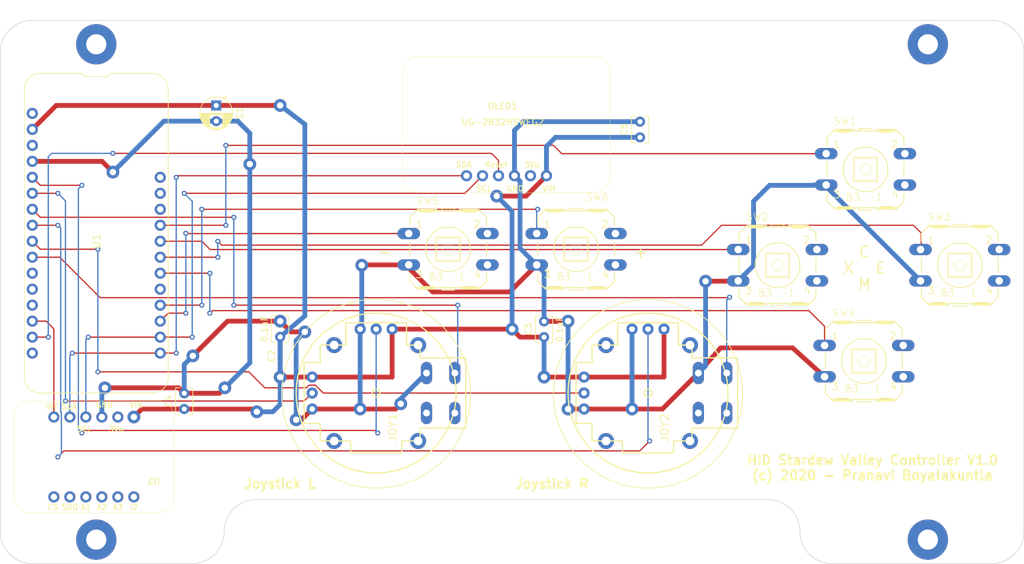
<source format=kicad_pcb>
(kicad_pcb (version 20200829) (generator pcbnew)

  (general
    (thickness 1.6)
  )

  (paper "A4")
  (layers
    (0 "F.Cu" signal)
    (31 "B.Cu" signal)
    (32 "B.Adhes" user)
    (33 "F.Adhes" user)
    (34 "B.Paste" user)
    (35 "F.Paste" user)
    (36 "B.SilkS" user)
    (37 "F.SilkS" user)
    (38 "B.Mask" user)
    (39 "F.Mask" user)
    (40 "Dwgs.User" user)
    (41 "Cmts.User" user)
    (42 "Eco1.User" user)
    (43 "Eco2.User" user)
    (44 "Edge.Cuts" user)
    (45 "Margin" user)
    (46 "B.CrtYd" user)
    (47 "F.CrtYd" user)
    (48 "B.Fab" user)
    (49 "F.Fab" user)
  )

  (setup
    (stackup
      (layer "F.SilkS" (type "Top Silk Screen"))
      (layer "F.Paste" (type "Top Solder Paste"))
      (layer "F.Mask" (type "Top Solder Mask") (color "Green") (thickness 0.01))
      (layer "F.Cu" (type "copper") (thickness 0.035))
      (layer "dielectric 1" (type "core") (thickness 1.51) (material "FR4") (epsilon_r 4.5) (loss_tangent 0.02))
      (layer "B.Cu" (type "copper") (thickness 0.035))
      (layer "B.Mask" (type "Bottom Solder Mask") (color "Green") (thickness 0.01))
      (layer "B.Paste" (type "Bottom Solder Paste"))
      (layer "B.SilkS" (type "Bottom Silk Screen"))
      (copper_finish "None")
      (dielectric_constraints no)
    )
    (grid_origin 163.676 88.07)
    (pcbplotparams
      (layerselection 0x010f0_ffffffff)
      (usegerberextensions false)
      (usegerberattributes true)
      (usegerberadvancedattributes true)
      (creategerberjobfile true)
      (svguseinch false)
      (svgprecision 6)
      (excludeedgelayer true)
      (linewidth 0.100000)
      (plotframeref false)
      (viasonmask false)
      (mode 1)
      (useauxorigin false)
      (hpglpennumber 1)
      (hpglpenspeed 20)
      (hpglpendiameter 15.000000)
      (psnegative false)
      (psa4output false)
      (plotreference true)
      (plotvalue true)
      (plotinvisibletext false)
      (sketchpadsonfab false)
      (subtractmaskfromsilk false)
      (outputformat 1)
      (mirror false)
      (drillshape 0)
      (scaleselection 1)
      (outputdirectory "Game_Controller_V1/")
    )
  )


  (net 0 "")
  (net 1 "GND")
  (net 2 "XOutL")
  (net 3 "YOutL")
  (net 4 "Net-(SW2-Pad1)")
  (net 5 "+3V3")
  (net 6 "Net-(SW3-Pad1)")
  (net 7 "SelL")
  (net 8 "XOutR")
  (net 9 "YOutR")
  (net 10 "SelR")
  (net 11 "SDA")
  (net 12 "SCL")
  (net 13 "Net-(OLED1-Pad3)")
  (net 14 "Net-(SW1-Pad1)")
  (net 15 "Net-(U1-Pad14)")
  (net 16 "Net-(SW4-Pad1)")
  (net 17 "Net-(SW5-Pad1)")
  (net 18 "Net-(SW6-Pad1)")

  (module "Game_Controller:B3F-40XX" (layer "F.Cu") (tedit 0) (tstamp 0f6e0a09-0d26-4e10-a1e6-cd4d50ca0df1)
    (at 145.896 86.36)
    (descr "<b>OMRON SWITCH</b>")
    (property "Sheet file" "/Users/pranaviboyalakuntla/Documents/Fall 2020 Olin/Microcontrollers/Game_Controller/Game_Controller.kicad_sch")
    (property "Sheet name" "")
    (path "/bfad8ddd-4d6c-43f3-8283-fbf303872e94")
    (attr through_hole)
    (fp_text reference "SW5" (at -5.08 -6.985) (layer "F.SilkS")
      (effects (font (size 1.17856 1.17856) (thickness 0.09144)) (justify left bottom))
      (tstamp 2a5b0a4b-cb69-4cff-87b6-1360ebceb0e0)
    )
    (fp_text value "B3F-1" (at -3.175 5.08) (layer "F.SilkS")
      (effects (font (size 1.17856 1.17856) (thickness 0.09144)) (justify left bottom))
      (tstamp c6f1a382-3755-493a-acf3-bf5945102987)
    )
    (fp_text user "2" (at 3.937 -3.302) (layer "F.SilkS")
      (effects (font (size 1.143 1.143) (thickness 0.127)) (justify left bottom))
      (tstamp 07479e25-dfd1-4fe1-95ab-9a0373df8a92)
    )
    (fp_text user "1" (at -5.207 -3.302) (layer "F.SilkS")
      (effects (font (size 1.143 1.143) (thickness 0.127)) (justify left bottom))
      (tstamp 3e0b3a84-dffd-447b-89ea-c8689143e8bc)
    )
    (fp_text user "4" (at 4.064 4.699) (layer "F.SilkS")
      (effects (font (size 1.143 1.143) (thickness 0.127)) (justify left bottom))
      (tstamp 450f18f3-e9d1-4d6f-913a-2804394263b9)
    )
    (fp_text user "3" (at -5.207 4.699) (layer "F.SilkS")
      (effects (font (size 1.143 1.143) (thickness 0.127)) (justify left bottom))
      (tstamp 81b4c0c4-aea8-492c-b41a-ac0995941d9e)
    )
    (fp_line (start -6.096 5.08) (end -5.08 6.096) (layer "F.SilkS") (width 0.1524) (tstamp 043c5829-b111-4c00-bda3-449213b4150e))
    (fp_line (start 5.08 -6.096) (end 4.826 -6.35) (layer "F.SilkS") (width 0.1524) (tstamp 06c00437-5963-4cd5-860d-eac94fd8c442))
    (fp_line (start 6.096 -5.08) (end 5.08 -6.096) (layer "F.SilkS") (width 0.1524) (tstamp 17da1792-bf0d-4065-8153-534ee2bb3251))
    (fp_line (start 4.826 -6.35) (end 1.778 -6.35) (layer "F.SilkS") (width 0.1524) (tstamp 191cadf5-db8b-430f-804f-5e2992b4cf1e))
    (fp_line (start -5.08 -6.096) (end -4.826 -6.35) (layer "F.SilkS") (width 0.1524) (tstamp 19873045-520c-4adf-b8e5-049ae4c4ed26))
    (fp_line (start -1.778 -6.35) (end -1.778 -6.096) (layer "F.SilkS") (width 0.1524) (tstamp 21b2d949-07c2-4664-af91-55d0ec0e4dcd))
    (fp_line (start 6.096 -5.08) (end 6.096 -3.81) (layer "F.SilkS") (width 0.1524) (tstamp 254260b4-4736-4843-9ca5-1aa9e5d567d4))
    (fp_line (start -1.016 -6.477) (end 1.016 -6.477) (layer "F.SilkS") (width 0.1524) (tstamp 34f4f434-1d16-4622-a40f-3ec77f7f6150))
    (fp_line (start -1.016 6.477) (end 1.016 6.477) (layer "F.SilkS") (width 0.1524) (tstamp 35e8882f-8c4d-4be9-9676-a9267c691afe))
    (fp_line (start -1.016 -6.096) (end -1.016 -6.477) (layer "F.SilkS") (width 0.1524) (tstamp 4020ea2b-21ec-4d10-89e6-76447b64db1d))
    (fp_line (start 6.096 -1.143) (end 6.096 1.143) (layer "F.SilkS") (width 0.1524) (tstamp 45539e30-a7a6-49eb-a5e4-011664737be7))
    (fp_line (start 1.016 -6.477) (end 1.016 -6.096) (layer "F.SilkS") (width 0.1524) (tstamp 4e80fc30-3982-44dd-b58f-fbe62bf388ba))
    (fp_line (start 1.016 6.096) (end 1.778 6.096) (layer "F.SilkS") (width 0.1524) (tstamp 5adebf7b-e2eb-411c-897f-8dfdc52d3da5))
    (fp_line (start -1.905 -1.905) (end -1.905 1.905) (layer "F.SilkS") (width 0.1524) (tstamp 5cf63641-c258-4a8a-82ed-164769ddcd3c))
    (fp_line (start -6.096 -1.143) (end -6.096 1.143) (layer "F.SilkS") (width 0.1524) (tstamp 61801407-f801-4d76-b1fd-1d9ab86097f6))
    (fp_line (start 5.08 -6.096) (end 1.778 -6.096) (layer "F.SilkS") (width 0.1524) (tstamp 6199276e-75e0-40f7-ba30-b748340a34c4))
    (fp_line (start 1.651 1.651) (end -1.651 1.651) (layer "F.SilkS") (width 0.0508) (tstamp 65e77ab2-4a9b-46f9-a2f7-3e9cbef3596a))
    (fp_line (start 4.826 6.35) (end 1.778 6.35) (layer "F.SilkS") (width 0.1524) (tstamp 664b5cae-0714-4664-8215-a647c0a12b89))
    (fp_line (start 1.778 6.096) (end 1.778 6.35) (layer "F.SilkS") (width 0.1524) (tstamp 69aa4fc9-df30-4cff-8626-2e932325725e))
    (fp_line (start 5.08 6.096) (end 6.096 5.08) (layer "F.SilkS") (width 0.1524) (tstamp 69c574d9-55f7-4e53-be92-9e9958d7ee1c))
    (fp_line (start 1.651 1.651) (end 1.651 -1.651) (layer "F.SilkS") (width 0.0508) (tstamp 6ca3452f-f625-4026-b4da-78da56b8d015))
    (fp_line (start 1.016 6.096) (end 1.016 6.477) (layer "F.SilkS") (width 0.1524) (tstamp 6d2e5932-772e-4872-8ec1-58d7361fa1a0))
    (fp_line (start -1.651 -1.651) (end -1.651 1.651) (layer "F.SilkS") (width 0.0508) (tstamp 74dc4e9c-cd76-4193-815a-9ccfabf2ee9a))
    (fp_line (start -1.016 6.096) (end 1.016 6.096) (layer "F.SilkS") (width 0.1524) (tstamp 7502b301-bf73-45ac-9eee-390982ac88ca))
    (fp_line (start 5.08 6.096) (end 4.826 6.35) (layer "F.SilkS") (width 0.1524) (tstamp 7e306804-6d21-4f16-88d2-0d0e1d476749))
    (fp_line (start -1.905 -1.905) (end 1.905 -1.905) (layer "F.SilkS") (width 0.1524) (tstamp 7ea6d982-7318-4191-98cf-96901557c743))
    (fp_line (start -1.778 -6.096) (end -1.016 -6.096) (layer "F.SilkS") (width 0.1524) (tstamp 80d10be9-b81d-4e1e-adbd-1f71ef9ecffa))
    (fp_line (start -4.826 6.35) (end -5.08 6.096) (layer "F.SilkS") (width 0.1524) (tstamp 8431fc39-54d2-4392-b2ac-9930341a04a8))
    (fp_line (start -1.651 -1.651) (end 1.651 -1.651) (layer "F.SilkS") (width 0.0508) (tstamp 89bb6e84-2996-4672-871e-56aeeadc0550))
    (fp_line (start 1.905 1.905) (end 1.905 -1.905) (layer "F.SilkS") (width 0.1524) (tstamp 8b75db12-7a6a-4666-9977-606ae9bcaa68))
    (fp_line (start -1.778 -6.35) (end -4.826 -6.35) (layer "F.SilkS") (width 0.1524) (tstamp 93d1a98c-dac8-49ad-a6e6-1b6613d03e10))
    (fp_line (start -6.096 -5.08) (end -6.096 -3.81) (layer "F.SilkS") (width 0.1524) (tstamp 97f3d359-2aa6-4565-be1b-fb4c05ca5860))
    (fp_line (start 1.778 6.096) (end 5.08 6.096) (layer "F.SilkS") (width 0.1524) (tstamp 9b028778-cd56-4433-8f50-33eedce87d00))
    (fp_line (start -1.016 -6.096) (end 1.016 -6.096) (layer "F.SilkS") (width 0.1524) (tstamp b1e69030-55a6-4779-a4e0-fa904003830b))
    (fp_line (start -1.778 6.35) (end -4.826 6.35) (layer "F.SilkS") (width 0.1524) (tstamp b76d2e27-a45d-4df0-bfa2-8a766adac02f))
    (fp_line (start 6.096 5.08) (end 6.096 3.81) (layer "F.SilkS") (width 0.1524) (tstamp c168057e-15a3-4704-858d-39e7c6c8f130))
    (fp_line (start -5.08 -6.096) (end -1.778 -6.096) (layer "F.SilkS") (width 0.1524) (tstamp c335c720-9a16-4157-aa03-f48652c0fdff))
    (fp_line (start 1.778 -6.35) (end 1.778 -6.096) (layer "F.SilkS") (width 0.1524) (tstamp cb34161f-818c-488c-8dfd-c45789a60811))
    (fp_line (start -5.08 6.096) (end -1.778 6.096) (layer "F.SilkS") (width 0.1524) (tstamp d2a6bae9-2273-4ebb-8453-d69aaa0be2cb))
    (fp_line (start -1.016 6.477) (end -1.016 6.096) (layer "F.SilkS") (width 0.1524) (tstamp ddd0108f-d487-4449-ae39-549c3a5fadd9))
    (fp_line (start 1.778 -6.096) (end 1.016 -6.096) (layer "F.SilkS") (width 0.1524) (tstamp e13a86ad-ef33-45b5-a786-ebfa963e1e88))
    (fp_line (start -6.096 3.81) (end -6.096 5.08) (layer "F.SilkS") (width 0.1524) (tstamp e363e4c8-642d-41e6-9fcf-eeb40bf87982))
    (fp_line (start -1.778 6.096) (end -1.016 6.096) (layer "F.SilkS") (width 0.1524) (tstamp f18eca1f-5b93-450f-8e68-4140f8d6ee18))
    (fp_line (start 1.905 1.905) (end -1.905 1.905) (layer "F.SilkS") (width 0.1524) (tstamp f7a5e12a-95d4-4601-8223-5423dc2d60de))
    (fp_line (start -5.08 -6.096) (end -6.096 -5.08) (layer "F.SilkS") (width 0.1524) (tstamp f7c467d0-305c-42df-97ec-c613653ab4bf))
    (fp_line (start -1.778 6.096) (end -1.778 6.35) (layer "F.SilkS") (width 0.1524) (tstamp f7ca6487-9eae-47ac-9881-af8741f39925))
    (fp_circle (center 0 0) (end 3.556 0) (layer "F.SilkS") (width 0.1524) (tstamp 1dea135a-acb8-480b-819c-49ae200d3e62))
    (fp_circle (center 0 0) (end 1.016 0) (layer "F.SilkS") (width 0.0508) (tstamp 540f144f-4f38-48b0-8811-0cce92c7d37d))
    (fp_circle (center 0 0) (end 0.762 0) (layer "F.SilkS") (width 0.0508) (tstamp a5958265-8811-4126-90fe-03c10bfacd5d))
    (fp_poly (pts (xy -4.445 -5.842)
      (xy -2.286 -5.842)
      (xy -2.286 -6.35)
      (xy -4.445 -6.35)) (layer "F.SilkS") (width 0) (tstamp 3bc3c0d6-bfbe-4aa8-aa56-8f5c842b3518))
    (fp_poly (pts (xy 2.286 -5.842)
      (xy 4.445 -5.842)
      (xy 4.445 -6.35)
      (xy 2.286 -6.35)) (layer "F.SilkS") (width 0) (tstamp ac43bf45-99e2-4f2a-ba2e-acde55b49b07))
    (fp_poly (pts (xy 2.286 6.35)
      (xy 4.445 6.35)
      (xy 4.445 5.842)
      (xy 2.286 5.842)) (layer "F.SilkS") (width 0) (tstamp c22f9b00-0eac-467d-bb7b-f103d6f24eda))
    (fp_poly (pts (xy -4.445 6.35)
      (xy -2.286 6.35)
      (xy -2.286 5.842)
      (xy -4.445 5.842)) (layer "F.SilkS") (width 0) (tstamp d462d56c-011c-4d02-99c3-84e6cdf4238c))
    (fp_line (start -4.572 -2.54) (end -2.921 -2.54) (layer "F.Fab") (width 0.1524) (tstamp 0a3bf8f2-0a31-4bac-835e-b0689eebae56))
    (fp_line (start -6.096 3.81) (end -6.096 1.143) (layer "F.Fab") (width 0.1524) (tstamp 4cbc4d67-efe5-4898-a678-8b274f693738))
    (fp_line (start -5.08 -2.54) (end -4.572 -2.54) (layer "F.Fab") (width 0.1524) (tstamp 67125aa5-d29e-4991-9c2f-a78599311a60))
    (fp_line (start 6.096 -1.143) (end 6.096 -3.81) (layer "F.Fab") (width 0.1524) (tstamp 7a199fa8-0d72-4df6-a677-ca66d021b4e3))
    (fp_line (start 2.921 2.54) (end 5.08 2.54) (layer "F.Fab") (width 0.1524) (tstamp 8b824ee8-3cf8-401b-b564-cbeab83af7cb))
    (fp_line (start -5.08 2.54) (end -4.572 2.54) (layer "F.Fab") (width 0.1524) (tstamp b12d8f10-ba37-48de-8da1-aa2b3d0796c1))
    (fp_line (start -4.572 2.54) (end -2.921 2.54) (layer "F.Fab") (width 0.1524) (tstamp bcdee42c-282f-4009-8c17-4c4d9a7b9f22))
    (fp_line (start -4.572 -0.762) (end -5.08 0.762) (layer "F.Fab") (width 0.1524) (tstamp bd2263b6-a862-44e3-8fa5-c48fd7dfac11))
    (fp_line (start -4.572 0.762) (end -4.572 2.54) (layer "F.Fab") (width 0.1524) (tstamp e3901894-5cdf-4aeb-bc1a-02011a10f8fa))
    (fp_line (start -4.572 -2.54) (end -4.572 -0.762) (layer "F.Fab") (width 0.1524) (tstamp e88f1c17-29fe-4154-b2c5-4f38ba2ec7cb))
    (fp_line (start -6.096 -1.143) (end -6.096 -3.81) (layer "F.Fab") (width 0.1524) (tstamp ec164a14-c418-4c01-af37-68081fe0223a))
    (fp_line (start 6.096 3.81) (end 6.096 1.143) (layer "F.Fab") (width 0.1524) (tstamp f3abaaf6-c329-4bea-b61a-0f52e550d1fe))
    (fp_line (start 2.921 -2.54) (end 5.08 -2.54) (layer "F.Fab") (width 0.1524) (tstamp f59fb902-36d2-4533-a013-8dfd0a833203))
    (fp_circle (center -4.572 2.54) (end -4.445 2.54) (layer "F.Fab") (width 0.1524) (tstamp 3766208b-b612-4d87-9409-f639c4b9a8e3))
    (fp_circle (center -4.572 -2.54) (end -4.445 -2.54) (layer "F.Fab") (width 0.1524) (tstamp 9e868415-196c-4887-af53-a612e26a8f3c))
    (fp_poly (pts (xy 6.096 2.921)
      (xy 6.604 2.921)
      (xy 6.604 2.032)
      (xy 6.096 2.032)) (layer "F.Fab") (width 0) (tstamp 11a86a89-619c-4a91-a7c8-95509e46d3c7))
    (fp_poly (pts (xy -6.604 2.921)
      (xy -6.096 2.921)
      (xy -6.096 2.032)
      (xy -6.604 2.032)) (layer "F.Fab") (width 0) (tstamp 6ee40ffc-889d-441c-af34-7466b2d10772))
    (fp_poly (pts (xy -6.604 -2.032)
      (xy -6.096 -2.032)
      (xy -6.096 -2.921)
      (xy -6.604 -2.921)) (layer "F.Fab") (width 0) (tstamp e0aedf76-0c04-4c54-9751-8f935c2d1bc7))
    (fp_poly (pts (xy 6.096 -2.032)
      (xy 6.604 -2.032)
      (xy 6.604 -2.921)
      (xy 6.096 -2.921)) (layer "F.Fab") (width 0) (tstamp faa1e076-1e2a-4144-8a50-39a8d54b9d66))
    (pad "" np_thru_hole circle (at 0 -4.4958) (size 1.8034 1.8034) (drill 1.8034) (layers *.Cu *.Mask) (tstamp 5cd7753a-8ed8-47b7-8ad9-c031953e6e50))
    (pad "" np_thru_hole circle (at 0 4.4958) (size 1.8034 1.8034) (drill 1.8034) (layers *.Cu *.Mask) (tstamp c3c8bb19-d5f0-4b45-8b80-0150bf5515a0))
    (pad "1" thru_hole oval (at -6.2484 -2.4892) (size 3.5814 1.7907) (drill 1.1938) (layers *.Cu *.Mask)
      (net 17 "Net-(SW5-Pad1)") (pinfunction "S") (solder_mask_margin 0.0508) (tstamp bc434746-e234-4d30-9764-cc01116c930e))
    (pad "2" thru_hole oval (at 6.2484 -2.4892) (size 3.5814 1.7907) (drill 1.1938) (layers *.Cu *.Mask)
      (pinfunction "S1") (solder_mask_margin 0.0508) (tstamp f5a62a8f-1d0d-4a30-8cec-7da064c7d248))
    (pad "3" thru_hole oval (at -6.2484 2.4892) (size 3.5814 1.7907) (drill 1.1938) (layers *.Cu *.Mask)
      (net 1 "GND") (pinfunction "P") (solder_mask_margin 0.0508) (tstamp 0c8da4cd-4355-4428-8fc3-b938f6c2e5dd))
    (pad "4" thru_hole oval (at 6.2484 2.4892) (size 3.5814 1.7907) (drill 1.1938) (layers *.Cu *.Mask)
      (pinfunction "P1") (solder_mask_margin 0.0508) (tstamp d7f23fbf-af1b-43e7-83cd-253242cf563e))
  )

  (module "Game_Controller:Accelerometer" (layer "F.Cu") (tedit 5FDC32B3) (tstamp 18fe924f-050f-4aa8-986e-c08729b4857e)
    (at 90.016 119.38 90)
    (property "Sheet file" "/Users/pranaviboyalakuntla/Documents/Fall 2020 Olin/Microcontrollers/Game_Controller/Game_Controller.kicad_sch")
    (property "Sheet name" "")
    (path "/4e74e292-4187-4f84-8080-23d749cae717")
    (attr through_hole)
    (fp_text reference "U2" (at -3.81 9.144 180 unlocked) (layer "F.SilkS")
      (effects (font (size 1 1) (thickness 0.15)))
      (tstamp 808904bf-54db-4720-8521-1252c43327eb)
    )
    (fp_text value "LIS3DH1" (at -3.81 -8.636 180 unlocked) (layer "F.Fab") hide
      (effects (font (size 1 1) (thickness 0.15)))
      (tstamp a46c0fbe-bbf6-4352-98f6-04ea85dd003d)
    )
    (fp_text user "A3" (at -8.001 3.429) (layer "F.SilkS")
      (effects (font (size 0.87376 0.87376) (thickness 0.14224)))
      (tstamp 1b208c46-0a21-4a94-b9ea-83e8de514b4d)
    )
    (fp_text user "A2" (at -8.001 0.889) (layer "F.SilkS")
      (effects (font (size 0.87376 0.87376) (thickness 0.14224)))
      (tstamp 21186118-6785-4d2c-b017-26e9a5be27b4)
    )
    (fp_text user "SDA" (at 8.001 -4.318) (layer "F.SilkS")
      (effects (font (size 0.87376 0.87376) (thickness 0.14224)))
      (tstamp 70032964-a884-482a-b33f-3dd4c11710cb)
    )
    (fp_text user "CS" (at -8.001 -6.858) (layer "F.SilkS")
      (effects (font (size 0.87376 0.87376) (thickness 0.14224)))
      (tstamp 749a6ad9-879f-410b-9397-0f9549c42050)
    )
    (fp_text user "I2" (at -8.001 5.969) (layer "F.SilkS")
      (effects (font (size 0.87376 0.87376) (thickness 0.14224)))
      (tstamp 817abcb5-83ce-4f84-a238-ff09911ca0df)
    )
    (fp_text user "INT" (at 8.001 -7.112) (layer "F.SilkS")
      (effects (font (size 0.87376 0.87376) (thickness 0.14224)))
      (tstamp 897f4813-9b8d-4efc-aea5-cd0fae9d359f)
    )
    (fp_text user "VIN" (at 8.255 6.35) (layer "F.SilkS")
      (effects (font (size 0.87376 0.87376) (thickness 0.14224)))
      (tstamp a501c0bb-8493-4511-8aea-fcd6737d203d)
    )
    (fp_text user "A1" (at -8.001 -1.651) (layer "F.SilkS")
      (effects (font (size 0.87376 0.87376) (thickness 0.14224)))
      (tstamp a9f645d5-ab4a-4d76-aa38-55220c1d4f6f)
    )
    (fp_text user "GND" (at 8.255 1.27) (layer "F.SilkS")
      (effects (font (size 0.87376 0.87376) (thickness 0.14224)))
      (tstamp ac270d55-8578-4f93-bcab-901dc393b6b2)
    )
    (fp_text user "3Vo" (at 4.445 3.175) (layer "F.SilkS")
      (effects (font (size 0.87376 0.87376) (thickness 0.14224)))
      (tstamp c0f445ed-708f-43cc-aa6c-ddb221e94989)
    )
    (fp_text user "SDO" (at -8.001 -4.191) (layer "F.SilkS")
      (effects (font (size 0.87376 0.87376) (thickness 0.14224)))
      (tstamp d971a1e2-3908-450d-9fbc-428eb4401ac1)
    )
    (fp_text user "SCL" (at 4.445 -1.905) (layer "F.SilkS")
      (effects (font (size 0.87376 0.87376) (thickness 0.14224)))
      (tstamp f15d2561-b46a-4bc5-b900-c64a63746f11)
    )
    (fp_line (start -8.89 -10.541) (end -8.89 9.779) (layer "F.SilkS") (width 0.05) (tstamp 6fa84386-96a6-49be-a7c3-bf0969ee0af8))
    (fp_line (start 6.35 -13.081) (end -6.35 -13.081) (layer "F.SilkS") (width 0.05) (tstamp ca421ba5-943b-4843-b54d-57fbb2392d37))
    (fp_line (start 8.89 9.779) (end 8.89 -10.541) (layer "F.SilkS") (width 0.05) (tstamp e7bbe9c4-8d5f-463a-a40c-d353f8a7a7f6))
    (fp_line (start -6.35 12.319) (end 6.35 12.319) (layer "F.SilkS") (width 0.05) (tstamp ff5391ce-056d-4cc3-a07f-ccb8196359e3))
    (fp_arc (start -6.35 9.779) (end -8.89 9.779) (angle -90) (layer "F.SilkS") (width 0.05) (tstamp 4bda973e-3de7-41e1-95d3-1f1cc29add4c))
    (fp_arc (start 6.35 -10.541) (end 8.89 -10.541) (angle -90) (layer "F.SilkS") (width 0.05) (tstamp 7a26ad89-bf27-45c0-b5f3-2eafcb39264c))
    (fp_arc (start 6.35 9.779) (end 6.35 12.319) (angle -90) (layer "F.SilkS") (width 0.05) (tstamp 837f8033-e971-4853-a509-2005378806d4))
    (fp_arc (start -6.35 -10.541) (end -6.35 -13.081) (angle -90) (layer "F.SilkS") (width 0.05) (tstamp 9a7d273a-4f26-477b-8f2e-637d08a72f4b))
    (fp_poly (pts (xy 6.096 0.254)
      (xy 6.604 0.254)
      (xy 6.604 -0.254)
      (xy 6.096 -0.254)) (layer "F.Fab") (width 0) (tstamp 31c376dc-4b76-48a3-ab4e-dbd49668f764))
    (fp_poly (pts (xy -6.604 0.254)
      (xy -6.096 0.254)
      (xy -6.096 -0.254)
      (xy -6.604 -0.254)) (layer "F.Fab") (width 0) (tstamp 7e69254f-f715-4c53-95f3-7808b5987432))
    (fp_poly (pts (xy 6.096 0.254)
      (xy 6.604 0.254)
      (xy 6.604 -0.254)
      (xy 6.096 -0.254)) (layer "F.Fab") (width 0) (tstamp 875ab604-6c9a-4bfc-b4a4-67e7c6f29238))
    (fp_poly (pts (xy -6.604 0.254)
      (xy -6.096 0.254)
      (xy -6.096 -0.254)
      (xy -6.604 -0.254)) (layer "F.Fab") (width 0) (tstamp a250993d-a8a6-4e5c-9299-f3242d547f9b))
    (pad "1" thru_hole circle (at 6.35 5.969 270) (size 1.778 1.778) (drill 1) (layers *.Cu *.Mask)
      (net 5 "+3V3") (pinfunction "Vin") (solder_mask_margin 0.0508) (tstamp a101c520-23b9-40cb-993f-05e0e14cb837))
    (pad "2" thru_hole circle (at 6.35 3.429 270) (size 1.778 1.778) (drill 1) (layers *.Cu *.Mask)
      (pinfunction "3V") (solder_mask_margin 0.0508) (tstamp 601e5943-5dc0-4228-974b-c4ad059b554a))
    (pad "3" thru_hole circle (at 6.35 0.889 270) (size 1.778 1.778) (drill 1) (layers *.Cu *.Mask)
      (net 1 "GND") (pinfunction "GND") (solder_mask_margin 0.0508) (tstamp f7833fbe-5300-49f3-9b41-6ed4ccbd5443))
    (pad "4" thru_hole circle (at 6.35 -1.651 270) (size 1.778 1.778) (drill 1) (layers *.Cu *.Mask)
      (net 12 "SCL") (pinfunction "SCL") (solder_mask_margin 0.0508) (tstamp 567d88d7-63b2-44d9-9405-876895fdbbfc))
    (pad "5" thru_hole circle (at 6.35 -4.191 270) (size 1.778 1.778) (drill 1) (layers *.Cu *.Mask)
      (net 11 "SDA") (pinfunction "SDA") (solder_mask_margin 0.0508) (tstamp c5a8fe1d-de9c-4903-a9a5-82e8a9ed7ed6))
    (pad "6" thru_hole circle (at 6.35 -6.731 270) (size 1.778 1.778) (drill 1) (layers *.Cu *.Mask)
      (net 15 "Net-(U1-Pad14)") (pinfunction "INT") (solder_mask_margin 0.0508) (tstamp 5436375e-7ceb-478e-af5c-e2723bdb39b6))
    (pad "7" thru_hole circle (at -6.35 5.969 90) (size 1.778 1.778) (drill 1) (layers *.Cu *.Mask)
      (pinfunction "I2") (solder_mask_margin 0.0508) (tstamp 95095bf7-cb95-4066-8e8f-7b967b262029))
    (pad "8" thru_hole circle (at -6.35 3.429 90) (size 1.778 1.778) (drill 1) (layers *.Cu *.Mask)
      (pinfunction "A3") (solder_mask_margin 0.0508) (tstamp 92e2cff9-eb7d-4688-8a71-c11b4c4e2512))
    (pad "9" thru_hole circle (at -6.35 0.889 90) (size 1.778 1.778) (drill 1) (layers *.Cu *.Mask)
      (pinfunction "A2") (solder_mask_margin 0.0508) (tstamp a3e484da-3b57-4220-aacb-ad179517caac))
    (pad "10" thru_hole circle (at -6.35 -1.651 90) (size 1.778 1.778) (drill 1) (layers *.Cu *.Mask)
      (pinfunction "A1") (solder_mask_margin 0.0508) (tstamp dcf4f713-6ae2-4557-a731-88d4cfdf8890))
    (pad "11" thru_hole circle (at -6.35 -4.191 90) (size 1.778 1.778) (drill 1) (layers *.Cu *.Mask)
      (pinfunction "SDO") (solder_mask_margin 0.0508) (tstamp ae25b2a7-f7cb-4a82-bfb2-c33810c24a16))
    (pad "12" thru_hole circle (at -6.35 -6.731 90) (size 1.778 1.778) (drill 1) (layers *.Cu *.Mask)
      (pinfunction "CS") (solder_mask_margin 0.0508) (tstamp 759eb884-0c48-4b52-b445-0114787c259d))
  )

  (module "Game_Controller:JOYSTICK" (layer "F.Cu") (tedit 5F9FA935) (tstamp 31e2c84a-16a5-4cb2-a77f-873be476f8a3)
    (at 135.736 114.3)
    (property "Sheet file" "/Users/pranaviboyalakuntla/Documents/Fall 2020 Olin/Microcontrollers/Game_Controller/Game_Controller.kicad_sch")
    (property "Sheet name" "")
    (path "/0a2e5e9a-dd09-4a25-8d43-8f5216817291")
    (attr through_hole)
    (fp_text reference "JOY1" (at 1.37 0.44 270) (layer "F.SilkS")
      (effects (font (size 1.27 1.27) (thickness 0.15)))
      (tstamp 1010ac2a-bb74-48ea-941a-00d61175b5c0)
    )
    (fp_text value "Joystick" (at 2.54 -4.445 270) (layer "F.SilkS") hide
      (effects (font (size 1.27 1.27) (thickness 0.15)))
      (tstamp a1468319-e08d-4755-94d2-02b2f7986c92)
    )
    (fp_line (start -12.7 -0.254) (end -10.16 -0.254) (layer "F.SilkS") (width 0.2032) (tstamp 2af090b4-b720-4c0e-8918-4a704f7099ab))
    (fp_line (start -12.7 -0.254) (end -12.7 -9.906) (layer "F.SilkS") (width 0.2032) (tstamp 2dfaec92-446f-4fe9-92a4-136353835b21))
    (fp_line (start 2.794 4.445) (end -5.334 4.445) (layer "F.SilkS") (width 0.2032) (tstamp 456f60c5-7d32-4119-9760-4bcc501b6503))
    (fp_line (start -5.334 2.54) (end -5.334 4.445) (layer "F.SilkS") (width 0.2032) (tstamp 4c0404fe-a8d4-46d5-b9ef-167cc545fe33))
    (fp_line (start -12.7 -9.906) (end -10.16 -9.906) (layer "F.SilkS") (width 0.2032) (tstamp 4ca2fe0d-fd43-4363-ae3e-bd92a569ed22))
    (fp_line (start 12.954 0.508) (end 12.954 -10.668) (layer "F.SilkS") (width 0.2032) (tstamp 4d114bbb-ac15-4cb5-a6c3-36120853bdf8))
    (fp_line (start 5.715 -10.668) (end 5.715 -12.7) (layer "F.SilkS") (width 0.2032) (tstamp 55859c0b-91da-424b-b42e-5dbb785e4162))
    (fp_line (start 3.556 -12.7) (end 5.715 -12.7) (layer "F.SilkS") (width 0.2032) (tstamp 624b1344-c543-4ac1-98cc-3d5bed5f248f))
    (fp_line (start -10.16 -0.254) (end -10.16 2.54) (layer "F.SilkS") (width 0.2032) (tstamp 6eba6b55-3c98-4f61-9110-62c2cc587039))
    (fp_line (start 5.715 2.54) (end 5.715 0.508) (layer "F.SilkS") (width 0.2032) (tstamp 804637c6-6656-41a8-a990-623efe778eff))
    (fp_line (start -6.096 -12.7) (end -10.16 -12.7) (layer "F.SilkS") (width 0.2032) (tstamp 81893004-2445-426f-ae24-9e9e1e7e1600))
    (fp_line (start -6.096 -12.7) (end -6.096 -16.256) (layer "F.SilkS") (width 0.2032) (tstamp 8b345c71-481d-4311-a5cd-238b96867fdd))
    (fp_line (start 12.954 -10.668) (end 5.715 -10.668) (layer "F.SilkS") (width 0.2032) (tstamp b45cb780-b084-4aad-86ad-dd6d80b1bffe))
    (fp_line (start 3.556 -12.7) (end 3.556 -16.256) (layer "F.SilkS") (width 0.2032) (tstamp bc9fe52d-d315-4727-b3ba-a42f569b7c90))
    (fp_line (start 2.794 2.54) (end 5.715 2.54) (layer "F.SilkS") (width 0.2032) (tstamp c961e25a-50bd-405b-9cc7-fb632e249bd1))
    (fp_line (start -5.334 2.54) (end -10.16 2.54) (layer "F.SilkS") (width 0.2032) (tstamp cb55eeb1-33cb-4b4f-bb7f-c018d1911910))
    (fp_line (start 2.794 2.54) (end 2.794 4.445) (layer "F.SilkS") (width 0.2032) (tstamp eb6416be-21ed-425f-b25b-c757c7f0424b))
    (fp_line (start 3.556 -16.256) (end -6.096 -16.256) (layer "F.SilkS") (width 0.2032) (tstamp edfdba51-25c9-4f07-a24d-daf4539ab407))
    (fp_line (start -10.16 -9.906) (end -10.16 -12.7) (layer "F.SilkS") (width 0.2032) (tstamp efa96d01-fc96-4928-9306-889289a8ac5f))
    (fp_line (start 12.954 0.508) (end 5.715 0.508) (layer "F.SilkS") (width 0.2032) (tstamp f197ae6d-c7cd-4ec8-b073-773beb66f1af))
    (fp_circle (center -1.27 -5.08) (end -1.27 -4.445) (layer "F.SilkS") (width 0.2032) (tstamp 04353c3f-6579-40e8-9170-677f3553f311))
    (fp_circle (center -1.27 -4.98) (end 13.7383 -4.98) (layer "F.SilkS") (width 0.127) (tstamp 3ab191ff-d83c-4eb6-a733-89502028b427))
    (fp_circle (center -1.27 -5.08) (end 11.43 -5.08) (layer "F.SilkS") (width 0.2032) (tstamp c0ea873b-b631-4ec1-87ca-b494e3a4e8ab))
    (fp_line (start 6.604 -4.445) (end 6.604 -3.175) (layer "F.Fab") (width 0.2032) (tstamp 69c0e835-cc7c-4992-a296-d2d61e68c551))
    (fp_line (start 6.604 -6.985) (end 6.604 -5.715) (layer "F.Fab") (width 0.2032) (tstamp ed60f476-20b0-4a1e-8842-bb7febdaa85b))
    (fp_line (start 6.604 -5.715) (end 7.239 -4.445) (layer "F.Fab") (width 0.2032) (tstamp f10dbc5c-ef8e-49c2-bda5-05d8d87a8f11))
    (pad "1" thru_hole circle (at 1.27 -15.24 270) (size 1.778 1.778) (drill 0.889) (layers *.Cu *.Mask)
      (net 5 "+3V3") (pinfunction "XVdd") (solder_mask_margin 0.1016) (tstamp 7ca90a3b-590f-4446-bc59-e0671a0037fd))
    (pad "2" thru_hole circle (at -1.27 -15.24 270) (size 1.778 1.778) (drill 0.889) (layers *.Cu *.Mask)
      (net 2 "XOutL") (pinfunction "XOut") (solder_mask_margin 0.1016) (tstamp 8bbe870d-bbcc-4f3f-a030-b2f003f92092))
    (pad "3" thru_hole circle (at -3.81 -15.24 270) (size 1.778 1.778) (drill 0.889) (layers *.Cu *.Mask)
      (net 1 "GND") (pinfunction "XGnd") (solder_mask_margin 0.1016) (tstamp 5261c8b9-77ad-491f-8fac-0203366d78b7))
    (pad "4" thru_hole circle (at -11.43 -7.62 270) (size 1.778 1.778) (drill 0.889) (layers *.Cu *.Mask)
      (net 5 "+3V3") (pinfunction "YVdd") (solder_mask_margin 0.1016) (tstamp 6519c8e7-6a39-4827-a442-9aac2d239d4d))
    (pad "5" thru_hole circle (at -11.43 -5.08 270) (size 1.778 1.778) (drill 0.889) (layers *.Cu *.Mask)
      (net 3 "YOutL") (pinfunction "Yout") (solder_mask_margin 0.1016) (tstamp 246e424e-1d76-4a0b-a7d8-8c08448bdb91))
    (pad "6" thru_hole circle (at -11.43 -2.54 270) (size 1.778 1.778) (drill 0.889) (layers *.Cu *.Mask)
      (net 1 "GND") (pinfunction "YGnd") (solder_mask_margin 0.1016) (tstamp 52fa0ee8-e2ea-4ed2-9072-57c381157be0))
    (pad "7" thru_hole oval (at 11.231 -8.255 270) (size 3.556 1.778) (drill 1.1) (layers *.Cu *.Mask)
      (net 7 "SelL") (pinfunction "Sel") (solder_mask_margin 0.1016) (tstamp c6768366-5fc4-4166-b322-dde7d03cfa2b))
    (pad "8" thru_hole oval (at 6.731 -8.255 270) (size 3.556 1.778) (drill 1.1) (layers *.Cu *.Mask)
      (net 1 "GND") (pinfunction "SelGnd") (solder_mask_margin 0.1016) (tstamp 7a1e17bb-7d19-453c-9405-5f8b676d659e))
    (pad "9" thru_hole oval (at 6.731 -1.905 270) (size 3.556 1.778) (drill 1.1) (layers *.Cu *.Mask)
      (solder_mask_margin 0.1016) (tstamp adcf014e-45e7-46bf-b8b1-c358c1122f1e))
    (pad "10" thru_hole oval (at 11.231 -1.905 270) (size 3.556 1.778) (drill 1.1) (layers *.Cu *.Mask)
      (solder_mask_margin 0.1016) (tstamp 5af97be1-c32f-453e-94a6-ba23b5ec3210))
    (pad "MOUNT1" thru_hole circle (at 5.3975 -12.7 270) (size 2.54 2.54) (drill 1.397) (layers *.Cu *.Mask)
      (solder_mask_margin 0.1016) (tstamp 6d58fa0e-227a-43d2-b615-0d416e4a176e))
    (pad "MOUNT2" thru_hole circle (at -7.9375 -12.7 270) (size 2.54 2.54) (drill 1.397) (layers *.Cu *.Mask)
      (solder_mask_margin 0.1016) (tstamp 41a40776-567e-48e2-8fc4-d5e69cd9321c))
    (pad "MOUNT3" thru_hole circle (at -7.9375 2.54 270) (size 2.54 2.54) (drill 1.397) (layers *.Cu *.Mask)
      (solder_mask_margin 0.1016) (tstamp 831e96a1-fb02-477f-b507-875456c176dd))
    (pad "MOUNT4" thru_hole circle (at 5.3975 2.54 270) (size 2.54 2.54) (drill 1.397) (layers *.Cu *.Mask)
      (solder_mask_margin 0.1016) (tstamp ed629c8d-c10a-431c-934b-75a9b01f12c8))
  )

  (module "Capacitor_THT:C_Rect_L4.0mm_W2.5mm_P2.50mm" (layer "F.Cu") (tedit 5AE50EF0) (tstamp 36890ebd-ba3c-4905-8378-957dd2fe0563)
    (at 161.136 100.33 90)
    (descr "C, Rect series, Radial, pin pitch=2.50mm, , length*width=4*2.5mm^2, Capacitor")
    (tags "C Rect series Radial pin pitch 2.50mm  length 4mm width 2.5mm Capacitor")
    (property "Sheet file" "/Users/pranaviboyalakuntla/Documents/Fall 2020 Olin/Microcontrollers/Game_Controller/Game_Controller.kicad_sch")
    (property "Sheet name" "")
    (path "/96dd7896-5207-446e-81f8-cdc82c93c30a")
    (attr through_hole)
    (fp_text reference "C3" (at 1.25 -2.5 90) (layer "F.SilkS")
      (effects (font (size 1 1) (thickness 0.15)))
      (tstamp a775aab5-10ee-42b5-b872-8d6d4fc59085)
    )
    (fp_text value "0.1uF" (at 1.25 2.5 90) (layer "F.SilkS")
      (effects (font (size 1 1) (thickness 0.15)))
      (tstamp 77682874-0977-4fbf-810e-bee9826cacb4)
    )
    (fp_text user "${REFERENCE}" (at 1.25 0 90) (layer "F.Fab")
      (effects (font (size 0.8 0.8) (thickness 0.12)))
      (tstamp fb6716ff-5454-48ed-ac0a-8ee7bea2f1c4)
    )
    (fp_line (start 3.37 0.665) (end 3.37 1.37) (layer "F.SilkS") (width 0.12) (tstamp 04ec8eeb-7884-421b-a23c-9a7b68736f59))
    (fp_line (start -0.87 1.37) (end 3.37 1.37) (layer "F.SilkS") (width 0.12) (tstamp 0deb45a1-3e86-4c19-8002-7e0517654373))
    (fp_line (start -0.87 0.665) (end -0.87 1.37) (layer "F.SilkS") (width 0.12) (tstamp 26334d08-5e49-415e-b878-df72a387e3f4))
    (fp_line (start -0.87 -1.37) (end 3.37 -1.37) (layer "F.SilkS") (width 0.12) (tstamp 503f94ec-f47e-433f-84a8-4301be6ef56b))
    (fp_line (start -0.87 -1.37) (end -0.87 -0.665) (layer "F.SilkS") (width 0.12) (tstamp aeea2e7f-1d45-4b8a-b2b2-a043cd733204))
    (fp_line (start 3.37 -1.37) (end 3.37 -0.665) (layer "F.SilkS") (width 0.12) (tstamp fae69769-d1b4-416b-bb11-3e63560c62cc))
    (fp_line (start -1.05 -1.5) (end -1.05 1.5) (layer "F.CrtYd") (width 0.05) (tstamp 65bf28ff-931b-4562-85f0-ddb2ec845eeb))
    (fp_line (start 3.55 1.5) (end 3.55 -1.5) (layer "F.CrtYd") (width 0.05) (tstamp b337b210-3b66-4b64-ae0b-b452f911a85e))
    (fp_line (start 3.55 -1.5) (end -1.05 -1.5) (layer "F.CrtYd") (width 0.05) (tstamp d572e76a-70a5-4a69-9b35-945460044f4b))
    (fp_line (start -1.05 1.5) (end 3.55 1.5) (layer "F.CrtYd") (width 0.05) (tstamp fd141f50-4cb9-4d48-8b9c-0eac46740b9e))
    (fp_line (start -0.75 -1.25) (end -0.75 1.25) (layer "F.Fab") (width 0.1) (tstamp 0bad4b56-f0bb-45f0-8a86-c41eb992bd3e))
    (fp_line (start 3.25 -1.25) (end -0.75 -1.25) (layer "F.Fab") (width 0.1) (tstamp 194ac05a-e1bd-4a2d-be33-7cd976b3be09))
    (fp_line (start 3.25 1.25) (end 3.25 -1.25) (layer "F.Fab") (width 0.1) (tstamp 449211ee-c5cf-4ae0-adab-584b743e407c))
    (fp_line (start -0.75 1.25) (end 3.25 1.25) (layer "F.Fab") (width 0.1) (tstamp cb7b7a10-e6fe-45d0-aec5-e71c1c2ac647))
    (pad "1" thru_hole circle (at 0 0 90) (size 1.6 1.6) (drill 0.8) (layers *.Cu *.Mask)
      (net 5 "+3V3") (tstamp a6b9d5c0-9538-463d-a735-5c9cdaa3de53))
    (pad "2" thru_hole circle (at 2.5 0 90) (size 1.6 1.6) (drill 0.8) (layers *.Cu *.Mask)
      (net 1 "GND") (tstamp c24aac74-59c9-45c0-a1d3-58554a94bd39))
    (model "${KISYS3DMOD}/Capacitor_THT.3dshapes/C_Rect_L4.0mm_W2.5mm_P2.50mm.wrl"
      (offset (xyz 0 0 0))
      (scale (xyz 1 1 1))
      (rotate (xyz 0 0 0))
    )
  )

  (module "Game_Controller:B3F-40XX" (layer "F.Cu") (tedit 0) (tstamp 4c67acb5-cbb3-4778-bfa3-3f2a85e04145)
    (at 227.176 88.9)
    (descr "<b>OMRON SWITCH</b>")
    (property "Sheet file" "/Users/pranaviboyalakuntla/Documents/Fall 2020 Olin/Microcontrollers/Game_Controller/Game_Controller.kicad_sch")
    (property "Sheet name" "")
    (path "/3285a2d5-1717-4a22-b096-9f72af844f31")
    (attr through_hole)
    (fp_text reference "SW3" (at -5.08 -6.985) (layer "F.SilkS")
      (effects (font (size 1.17856 1.17856) (thickness 0.09144)) (justify left bottom))
      (tstamp cb1c95ee-eefe-4897-b606-ef2839f7ce26)
    )
    (fp_text value "B3F-1" (at -3.175 5.08) (layer "F.SilkS")
      (effects (font (size 1.17856 1.17856) (thickness 0.09144)) (justify left bottom))
      (tstamp d7f2b94b-cfa8-4996-8095-884a1cc91a2b)
    )
    (fp_text user "4" (at 4.064 4.699) (layer "F.SilkS")
      (effects (font (size 1.143 1.143) (thickness 0.127)) (justify left bottom))
      (tstamp 1add444e-c8c8-4446-8384-f8bcc0508fa1)
    )
    (fp_text user "1" (at -5.207 -3.302) (layer "F.SilkS")
      (effects (font (size 1.143 1.143) (thickness 0.127)) (justify left bottom))
      (tstamp 597637e0-2bcc-455e-8d18-868ef9fc1999)
    )
    (fp_text user "3" (at -5.207 4.699) (layer "F.SilkS")
      (effects (font (size 1.143 1.143) (thickness 0.127)) (justify left bottom))
      (tstamp c2530e15-e07c-4e2f-91bb-a51f3ecebb84)
    )
    (fp_text user "2" (at 3.937 -3.302) (layer "F.SilkS")
      (effects (font (size 1.143 1.143) (thickness 0.127)) (justify left bottom))
      (tstamp d7a84902-a130-449a-9191-b193b8fd0e24)
    )
    (fp_line (start 6.096 -5.08) (end 6.096 -3.81) (layer "F.SilkS") (width 0.1524) (tstamp 08c92aeb-98a0-4747-9157-279710d25879))
    (fp_line (start -6.096 5.08) (end -5.08 6.096) (layer "F.SilkS") (width 0.1524) (tstamp 0e88d27e-80b5-41e8-8728-04aef7124113))
    (fp_line (start 1.016 6.096) (end 1.778 6.096) (layer "F.SilkS") (width 0.1524) (tstamp 16edcfa5-0197-40ad-8c95-8266f725e13b))
    (fp_line (start -1.016 6.096) (end 1.016 6.096) (layer "F.SilkS") (width 0.1524) (tstamp 25b88690-89fd-423b-81ca-21788f20bcf2))
    (fp_line (start 5.08 6.096) (end 6.096 5.08) (layer "F.SilkS") (width 0.1524) (tstamp 2b7d0376-933b-429e-a71b-89192d048421))
    (fp_line (start -1.778 6.096) (end -1.778 6.35) (layer "F.SilkS") (width 0.1524) (tstamp 2c86e037-cc86-43e9-889c-07fe284171c4))
    (fp_line (start -1.778 6.096) (end -1.016 6.096) (layer "F.SilkS") (width 0.1524) (tstamp 2ed93a6b-e249-461a-b592-939f149e512f))
    (fp_line (start 4.826 -6.35) (end 1.778 -6.35) (layer "F.SilkS") (width 0.1524) (tstamp 32b5e251-81a2-402a-917f-1e6f37762184))
    (fp_line (start 6.096 -1.143) (end 6.096 1.143) (layer "F.SilkS") (width 0.1524) (tstamp 38551b73-65c2-4efb-935c-44a175a3b4d1))
    (fp_line (start -1.905 -1.905) (end -1.905 1.905) (layer "F.SilkS") (width 0.1524) (tstamp 4930e946-1d60-469d-9265-4518e2f0ff12))
    (fp_line (start -4.826 6.35) (end -5.08 6.096) (layer "F.SilkS") (width 0.1524) (tstamp 573602dd-3c4e-4099-8d28-233960db0d1a))
    (fp_line (start 5.08 -6.096) (end 4.826 -6.35) (layer "F.SilkS") (width 0.1524) (tstamp 5e1eb157-2857-477e-ad76-25d89cd3c2fc))
    (fp_line (start 1.778 6.096) (end 1.778 6.35) (layer "F.SilkS") (width 0.1524) (tstamp 628a166b-ae73-45eb-932f-98620697283a))
    (fp_line (start -1.016 -6.096) (end -1.016 -6.477) (layer "F.SilkS") (width 0.1524) (tstamp 6754cac7-e8cb-42a0-b3fa-8ecff18c9a99))
    (fp_line (start 5.08 -6.096) (end 1.778 -6.096) (layer "F.SilkS") (width 0.1524) (tstamp 7b97ed29-3e4f-43d0-af27-a5d7e10ebc19))
    (fp_line (start -6.096 -5.08) (end -6.096 -3.81) (layer "F.SilkS") (width 0.1524) (tstamp 84d58471-6ffe-4837-bb76-6181628a673a))
    (fp_line (start 1.651 1.651) (end 1.651 -1.651) (layer "F.SilkS") (width 0.0508) (tstamp 8593b428-4c8f-40c2-978c-b9e0c9b8c52a))
    (fp_line (start 1.651 1.651) (end -1.651 1.651) (layer "F.SilkS") (width 0.0508) (tstamp 88c84822-ab51-40b2-8f9d-61b9d5eef4a6))
    (fp_line (start 1.778 6.096) (end 5.08 6.096) (layer "F.SilkS") (width 0.1524) (tstamp 890df272-46ea-43f3-8cce-3d62147fbdc3))
    (fp_line (start -1.778 -6.096) (end -1.016 -6.096) (layer "F.SilkS") (width 0.1524) (tstamp 8ac795b9-863a-4afe-825b-4d5f049ece23))
    (fp_line (start 1.016 -6.477) (end 1.016 -6.096) (layer "F.SilkS") (width 0.1524) (tstamp 8f7f54d2-078d-40ca-b190-88604825f3cc))
    (fp_line (start 4.826 6.35) (end 1.778 6.35) (layer "F.SilkS") (width 0.1524) (tstamp 9491c888-962f-4881-adf8-4f668c63545c))
    (fp_line (start -1.905 -1.905) (end 1.905 -1.905) (layer "F.SilkS") (width 0.1524) (tstamp 9d1c66b7-915f-448b-847d-8320a1aa80b7))
    (fp_line (start 6.096 -5.08) (end 5.08 -6.096) (layer "F.SilkS") (width 0.1524) (tstamp a123e766-ad33-4d94-b1a9-c0f24d9d0a29))
    (fp_line (start -5.08 -6.096) (end -6.096 -5.08) (layer "F.SilkS") (width 0.1524) (tstamp a4c647ce-947d-4878-99f2-6ae13d18c0f2))
    (fp_line (start -5.08 6.096) (end -1.778 6.096) (layer "F.SilkS") (width 0.1524) (tstamp a65e9cf4-b861-481d-95f3-bd291e6ba27c))
    (fp_line (start 1.778 -6.096) (end 1.016 -6.096) (layer "F.SilkS") (width 0.1524) (tstamp aab11cef-d799-4c63-94db-37d0ac57b8fc))
    (fp_line (start -1.778 -6.35) (end -1.778 -6.096) (layer "F.SilkS") (width 0.1524) (tstamp b227757e-b919-4765-8a98-ee2876c087c1))
    (fp_line (start 6.096 5.08) (end 6.096 3.81) (layer "F.SilkS") (width 0.1524) (tstamp b9490bbe-0486-441c-bd33-26da2703cb8a))
    (fp_line (start -6.096 3.81) (end -6.096 5.08) (layer "F.SilkS") (width 0.1524) (tstamp baf652e2-edf5-4f71-bee6-d8aa34b824ee))
    (fp_line (start 1.016 6.096) (end 1.016 6.477) (layer "F.SilkS") (width 0.1524) (tstamp bb98af28-6a1e-49d1-8c66-83d5d28a88de))
    (fp_line (start -1.778 6.35) (end -4.826 6.35) (layer "F.SilkS") (width 0.1524) (tstamp bcd11bd1-718e-4b20-a3ce-cc7814535a0f))
    (fp_line (start -1.651 -1.651) (end 1.651 -1.651) (layer "F.SilkS") (width 0.0508) (tstamp c250cf8c-8e1f-4560-ac61-f901abf771c4))
    (fp_line (start 1.778 -6.35) (end 1.778 -6.096) (layer "F.SilkS") (width 0.1524) (tstamp e23f5866-d98d-423b-a70d-787b44832297))
    (fp_line (start 5.08 6.096) (end 4.826 6.35) (layer "F.SilkS") (width 0.1524) (tstamp e3f0f726-5651-4dce-8045-74dc3031170f))
    (fp_line (start -5.08 -6.096) (end -4.826 -6.35) (layer "F.SilkS") (width 0.1524) (tstamp e405e6f2-b130-40b4-85cd-11a41b7be2a5))
    (fp_line (start -1.016 6.477) (end -1.016 6.096) (layer "F.SilkS") (width 0.1524) (tstamp e4343a78-428b-413d-ad11-2568f754f08c))
    (fp_line (start -5.08 -6.096) (end -1.778 -6.096) (layer "F.SilkS") (width 0.1524) (tstamp e770aa85-2dfb-4d00-a7e1-8d3819266bbb))
    (fp_line (start 1.905 1.905) (end 1.905 -1.905) (layer "F.SilkS") (width 0.1524) (tstamp ea878e39-43df-40e0-951c-9d1a845eaa9b))
    (fp_line (start -1.016 -6.477) (end 1.016 -6.477) (layer "F.SilkS") (width 0.1524) (tstamp eb83fa11-e344-4e6f-8a03-1e12021cdb78))
    (fp_line (start -1.016 -6.096) (end 1.016 -6.096) (layer "F.SilkS") (width 0.1524) (tstamp ee785658-1c98-45a2-a5c8-20fc281ef90f))
    (fp_line (start -6.096 -1.143) (end -6.096 1.143) (layer "F.SilkS") (width 0.1524) (tstamp f2d4e901-2b47-499a-b99c-3936ea744caa))
    (fp_line (start -1.651 -1.651) (end -1.651 1.651) (layer "F.SilkS") (width 0.0508) (tstamp f75be00a-3649-49bb-b55c-5595ae7d72f4))
    (fp_line (start 1.905 1.905) (end -1.905 1.905) (layer "F.SilkS") (width 0.1524) (tstamp f9d52b0f-cfb6-48b6-91c2-90b620b14755))
    (fp_line (start -1.778 -6.35) (end -4.826 -6.35) (layer "F.SilkS") (width 0.1524) (tstamp fa7cb261-4f1c-4b6e-a446-0d9d3dd85971))
    (fp_line (start -1.016 6.477) (end 1.016 6.477) (layer "F.SilkS") (width 0.1524) (tstamp fd283782-8ed8-4666-9c8b-41fc0342f368))
    (fp_circle (center 0 0) (end 1.016 0) (layer "F.SilkS") (width 0.0508) (tstamp 30a5d700-06b4-4167-8a8e-ed3411c90e5e))
    (fp_circle (center 0 0) (end 0.762 0) (layer "F.SilkS") (width 0.0508) (tstamp a94c984e-f201-4fef-9fea-7bc6e7918b0a))
    (fp_circle (center 0 0) (end 3.556 0) (layer "F.SilkS") (width 0.1524) (tstamp b30c69be-184b-4b31-b98a-a0c3c15fc069))
    (fp_poly (pts (xy -4.445 -5.842)
      (xy -2.286 -5.842)
      (xy -2.286 -6.35)
      (xy -4.445 -6.35)) (layer "F.SilkS") (width 0) (tstamp 4384eb71-916a-4a09-baef-0ba006b407e6))
    (fp_poly (pts (xy 2.286 6.35)
      (xy 4.445 6.35)
      (xy 4.445 5.842)
      (xy 2.286 5.842)) (layer "F.SilkS") (width 0) (tstamp a5054dfc-8324-4a8c-91f5-ce6c5212dd1f))
    (fp_poly (pts (xy 2.286 -5.842)
      (xy 4.445 -5.842)
      (xy 4.445 -6.35)
      (xy 2.286 -6.35)) (layer "F.SilkS") (width 0) (tstamp bc767d99-f3a7-48f1-83e0-65a5a19eebeb))
    (fp_poly (pts (xy -4.445 6.35)
      (xy -2.286 6.35)
      (xy -2.286 5.842)
      (xy -4.445 5.842)) (layer "F.SilkS") (width 0) (tstamp d8a361c0-81cc-4ba3-903b-f8856a624059))
    (fp_line (start 6.096 -1.143) (end 6.096 -3.81) (layer "F.Fab") (width 0.1524) (tstamp 60b0f006-af5f-421e-b434-47bd2ce60e19))
    (fp_line (start -4.572 -2.54) (end -2.921 -2.54) (layer "F.Fab") (width 0.1524) (tstamp 6f495162-d92c-492c-8f46-70ea05f63410))
    (fp_line (start -6.096 -1.143) (end -6.096 -3.81) (layer "F.Fab") (width 0.1524) (tstamp 72f2646d-c457-4ebc-ae63-828bb5310136))
    (fp_line (start -4.572 -0.762) (end -5.08 0.762) (layer "F.Fab") (width 0.1524) (tstamp 75d7a73e-9ab5-41b0-972f-681bef887787))
    (fp_line (start 2.921 2.54) (end 5.08 2.54) (layer "F.Fab") (width 0.1524) (tstamp 8dc0952f-b503-45f3-8d67-0abac4d64d7d))
    (fp_line (start 2.921 -2.54) (end 5.08 -2.54) (layer "F.Fab") (width 0.1524) (tstamp b8ce1d74-d436-479c-adb9-5a59dff7f22e))
    (fp_line (start -4.572 2.54) (end -2.921 2.54) (layer "F.Fab") (width 0.1524) (tstamp bc14605b-9557-4fd5-b83c-3e935c197e6d))
    (fp_line (start -4.572 0.762) (end -4.572 2.54) (layer "F.Fab") (width 0.1524) (tstamp bde80d06-83b7-4692-acc1-1443c9f1ff2f))
    (fp_line (start -5.08 -2.54) (end -4.572 -2.54) (layer "F.Fab") (width 0.1524) (tstamp c2d1e018-533c-4e26-b97a-94b54618131b))
    (fp_line (start -4.572 -2.54) (end -4.572 -0.762) (layer "F.Fab") (width 0.1524) (tstamp c3415940-1a4c-43bc-a12c-e9a400fce7fc))
    (fp_line (start 6.096 3.81) (end 6.096 1.143) (layer "F.Fab") (width 0.1524) (tstamp ce7973e2-cd2c-4ab8-a383-6a7b62a1034e))
    (fp_line (start -5.08 2.54) (end -4.572 2.54) (layer "F.Fab") (width 0.1524) (tstamp d43a6f28-e1b2-44f7-9f25-d99afadcc19f))
    (fp_line (start -6.096 3.81) (end -6.096 1.143) (layer "F.Fab") (width 0.1524) (tstamp f36787e4-2a7d-4393-aeaf-555ab02d21fa))
    (fp_circle (center -4.572 -2.54) (end -4.445 -2.54) (layer "F.Fab") (width 0.1524) (tstamp 7d4b151e-4300-4fde-959e-2605f5caeff3))
    (fp_circle (center -4.572 2.54) (end -4.445 2.54) (layer "F.Fab") (width 0.1524) (tstamp c171d4fa-945d-4a75-aeb7-3905b57babe3))
    (fp_poly (pts (xy 6.096 -2.032)
      (xy 6.604 -2.032)
      (xy 6.604 -2.921)
      (xy 6.096 -2.921)) (layer "F.Fab") (width 0) (tstamp 0e784dc3-6e18-4c18-a82f-1c40c8f6ad9c))
    (fp_poly (pts (xy -6.604 2.921)
      (xy -6.096 2.921)
      (xy -6.096 2.032)
      (xy -6.604 2.032)) (layer "F.Fab") (width 0) (tstamp 11af893c-088f-4dcc-bf3a-5786a658c8a3))
    (fp_poly (pts (xy -6.604 -2.032)
      (xy -6.096 -2.032)
      (xy -6.096 -2.921)
      (xy -6.604 -2.921)) (layer "F.Fab") (width 0) (tstamp 379465ff-7c20-4079-b031-2e6efc87da78))
    (fp_poly (pts (xy 6.096 2.921)
      (xy 6.604 2.921)
      (xy 6.604 2.032)
      (xy 6.096 2.032)) (layer "F.Fab") (width 0) (tstamp ef09afc9-4c12-420b-aab3-43240a4fe5fb))
    (pad "" np_thru_hole circle (at 0 -4.4958) (size 1.8034 1.8034) (drill 1.8034) (layers *.Cu *.Mask) (tstamp eee0716c-799f-4006-9655-b3ecddc7ac63))
    (pad "" np_thru_hole circle (at 0 4.4958) (size 1.8034 1.8034) (drill 1.8034) (layers *.Cu *.Mask) (tstamp faa82b05-50c6-4de5-8f55-525bb1e5edb6))
    (pad "1" thru_hole oval (at -6.2484 -2.4892) (size 3.5814 1.7907) (drill 1.1938) (layers *.Cu *.Mask)
      (net 6 "Net-(SW3-Pad1)") (pinfunction "S") (solder_mask_margin 0.0508) (tstamp 9322624f-9c49-467a-8732-a08f5d3e4b99))
    (pad "2" thru_hole oval (at 6.2484 -2.4892) (size 3.5814 1.7907) (drill 1.1938) (layers *.Cu *.Mask)
      (pinfunction "S1") (solder_mask_margin 0.0508) (tstamp 8de81618-336e-487e-aef0-b74739e55e69))
    (pad "3" thru_hole oval (at -6.2484 2.4892) (size 3.5814 1.7907) (drill 1.1938) (layers *.Cu *.Mask)
      (net 1 "GND") (pinfunction "P") (solder_mask_margin 0.0508) (tstamp 07413387-fe75-4d7f-86a8-1a8c2c7c4b00))
    (pad "4" thru_hole oval (at 6.2484 2.4892) (size 3.5814 1.7907) (drill 1.1938) (layers *.Cu *.Mask)
      (pinfunction "P1") (solder_mask_margin 0.0508) (tstamp df6960cc-0958-47a0-8972-d93ea622182e))
  )

  (module "MountingHole:MountingHole_3.2mm_M3_Pad" (layer "F.Cu") (tedit 5FDC3ADE) (tstamp 5010b978-76db-482e-ba6d-53607732fed8)
    (at 90.016 53.78)
    (descr "Mounting Hole 3.2mm, M3")
    (tags "mounting hole 3.2mm m3")
    (attr exclude_from_pos_files exclude_from_bom)
    (fp_text reference "REF**" (at 0 -4.2) (layer "F.SilkS") hide
      (effects (font (size 1 1) (thickness 0.15)))
      (tstamp 4e5874c8-3e7b-44be-b326-56946c9ced7c)
    )
    (fp_text value "MountingHole_3.2mm_M3_Pad" (at 0 4.2) (layer "F.Fab") hide
      (effects (font (size 1 1) (thickness 0.15)))
      (tstamp 4fd0f8d5-4f2e-466e-b407-b7f722114162)
    )
    (fp_text user "${REFERENCE}" (at 0.3 0) (layer "F.Fab")
      (effects (font (size 1 1) (thickness 0.15)))
      (tstamp 1d41b751-bf1e-4993-907c-fe1a5294d9db)
    )
    (fp_circle (center 0 0) (end 3.2 0) (layer "Cmts.User") (width 0.15) (tstamp b355bbc3-5a1a-449a-bc97-cb98a4cac8d7))
    (fp_circle (center 0 0) (end 3.45 0) (layer "F.CrtYd") (width 0.05) (tstamp 87743190-fd77-4711-afa4-154ee45757b8))
    (pad "1" thru_hole circle (at 0 0) (size 6.4 6.4) (drill 3.200001) (layers *.Cu *.Mask) (tstamp acd34f99-91c5-4e22-b4f3-0860417b164e))
  )

  (module "MountingHole:MountingHole_3.2mm_M3_Pad" (layer "F.Cu") (tedit 5FDC3B69) (tstamp 5984ad68-2ef0-4bc7-a795-629dfa5c54f4)
    (at 222.096 132.52)
    (descr "Mounting Hole 3.2mm, M3")
    (tags "mounting hole 3.2mm m3")
    (attr exclude_from_pos_files exclude_from_bom)
    (fp_text reference "REF**" (at 0 -4.2) (layer "F.SilkS") hide
      (effects (font (size 1 1) (thickness 0.15)))
      (tstamp 4e5874c8-3e7b-44be-b326-56946c9ced7c)
    )
    (fp_text value "MountingHole_3.2mm_M3_Pad" (at 0 4.2) (layer "F.Fab") hide
      (effects (font (size 1 1) (thickness 0.15)))
      (tstamp 4fd0f8d5-4f2e-466e-b407-b7f722114162)
    )
    (fp_text user "${REFERENCE}" (at 0.3 0) (layer "F.Fab")
      (effects (font (size 1 1) (thickness 0.15)))
      (tstamp 1d41b751-bf1e-4993-907c-fe1a5294d9db)
    )
    (fp_circle (center 0 0) (end 3.2 0) (layer "Cmts.User") (width 0.15) (tstamp b355bbc3-5a1a-449a-bc97-cb98a4cac8d7))
    (fp_circle (center 0 0) (end 3.45 0) (layer "F.CrtYd") (width 0.05) (tstamp 87743190-fd77-4711-afa4-154ee45757b8))
    (pad "3" thru_hole circle (at 0 0) (size 6.4 6.4) (drill 3.200001) (layers *.Cu *.Mask) (tstamp acd34f99-91c5-4e22-b4f3-0860417b164e))
  )

  (module "MountingHole:MountingHole_3.2mm_M3_Pad" (layer "F.Cu") (tedit 5FDC3B6E) (tstamp 59d16c0e-7f8d-4036-bda2-16e546a3d947)
    (at 90.016 132.52)
    (descr "Mounting Hole 3.2mm, M3")
    (tags "mounting hole 3.2mm m3")
    (attr exclude_from_pos_files exclude_from_bom)
    (fp_text reference "REF**" (at 0 -4.2) (layer "F.SilkS") hide
      (effects (font (size 1 1) (thickness 0.15)))
      (tstamp 4e5874c8-3e7b-44be-b326-56946c9ced7c)
    )
    (fp_text value "MountingHole_3.2mm_M3_Pad" (at 0 4.2) (layer "F.Fab") hide
      (effects (font (size 1 1) (thickness 0.15)))
      (tstamp 4fd0f8d5-4f2e-466e-b407-b7f722114162)
    )
    (fp_text user "${REFERENCE}" (at 0.3 0) (layer "F.Fab")
      (effects (font (size 1 1) (thickness 0.15)))
      (tstamp 1d41b751-bf1e-4993-907c-fe1a5294d9db)
    )
    (fp_circle (center 0 0) (end 3.2 0) (layer "Cmts.User") (width 0.15) (tstamp b355bbc3-5a1a-449a-bc97-cb98a4cac8d7))
    (fp_circle (center 0 0) (end 3.45 0) (layer "F.CrtYd") (width 0.05) (tstamp 87743190-fd77-4711-afa4-154ee45757b8))
    (pad "4" thru_hole circle (at 0 0) (size 6.4 6.4) (drill 3.200001) (layers *.Cu *.Mask) (tstamp acd34f99-91c5-4e22-b4f3-0860417b164e))
  )

  (module "Game_Controller:B3F-40XX" (layer "F.Cu") (tedit 0) (tstamp 8c160a2c-3d6b-44eb-9c0a-bdb7099025d8)
    (at 198.22 88.9)
    (descr "<b>OMRON SWITCH</b>")
    (property "Sheet file" "/Users/pranaviboyalakuntla/Documents/Fall 2020 Olin/Microcontrollers/Game_Controller/Game_Controller.kicad_sch")
    (property "Sheet name" "")
    (path "/40a74fa6-e182-4b7d-ad6a-1df5cafb2901")
    (attr through_hole)
    (fp_text reference "SW2" (at -5.08 -6.985) (layer "F.SilkS")
      (effects (font (size 1.17856 1.17856) (thickness 0.09144)) (justify left bottom))
      (tstamp 0bd64847-39cc-427d-be49-4cd02a11f035)
    )
    (fp_text value "B3F-1" (at -3.175 5.08) (layer "F.SilkS")
      (effects (font (size 1.17856 1.17856) (thickness 0.09144)) (justify left bottom))
      (tstamp d0631528-bdbd-4b69-8492-827f58113223)
    )
    (fp_text user "3" (at -5.207 4.699) (layer "F.SilkS")
      (effects (font (size 1.143 1.143) (thickness 0.127)) (justify left bottom))
      (tstamp 658e2bea-ef75-42c6-8e25-521f4f2282f0)
    )
    (fp_text user "2" (at 3.937 -3.302) (layer "F.SilkS")
      (effects (font (size 1.143 1.143) (thickness 0.127)) (justify left bottom))
      (tstamp 69222153-295f-43a5-b8c6-16289b2793b1)
    )
    (fp_text user "1" (at -5.207 -3.302) (layer "F.SilkS")
      (effects (font (size 1.143 1.143) (thickness 0.127)) (justify left bottom))
      (tstamp 79d1ed71-2c65-4bdb-a353-db15fa60a0e9)
    )
    (fp_text user "4" (at 4.064 4.699) (layer "F.SilkS")
      (effects (font (size 1.143 1.143) (thickness 0.127)) (justify left bottom))
      (tstamp be07634e-9486-47c9-a54b-aa5c6a501b9f)
    )
    (fp_line (start -5.08 -6.096) (end -1.778 -6.096) (layer "F.SilkS") (width 0.1524) (tstamp 03da313f-b9e5-492d-9851-e8994c5db250))
    (fp_line (start 5.08 -6.096) (end 4.826 -6.35) (layer "F.SilkS") (width 0.1524) (tstamp 042e99bf-80ef-48df-ae86-f7e442e5c5a2))
    (fp_line (start 5.08 -6.096) (end 1.778 -6.096) (layer "F.SilkS") (width 0.1524) (tstamp 052d781a-b15e-46c7-95aa-4a179ec9f0a3))
    (fp_line (start -1.016 6.477) (end 1.016 6.477) (layer "F.SilkS") (width 0.1524) (tstamp 057905b2-5766-4698-afa2-382a2e693dcc))
    (fp_line (start 4.826 6.35) (end 1.778 6.35) (layer "F.SilkS") (width 0.1524) (tstamp 063feb0d-276d-4f1e-be2e-a6b8a801ec46))
    (fp_line (start -5.08 -6.096) (end -6.096 -5.08) (layer "F.SilkS") (width 0.1524) (tstamp 0665cd42-21c7-4ab6-b815-7eb74ef7e945))
    (fp_line (start -1.905 -1.905) (end -1.905 1.905) (layer "F.SilkS") (width 0.1524) (tstamp 067adf83-b093-49ec-bed5-6fea971f1c51))
    (fp_line (start -1.016 -6.477) (end 1.016 -6.477) (layer "F.SilkS") (width 0.1524) (tstamp 07bc1bc8-7cb5-46a7-aea9-10f8687b6336))
    (fp_line (start 1.016 -6.477) (end 1.016 -6.096) (layer "F.SilkS") (width 0.1524) (tstamp 215218ec-39d7-408d-bdb9-d909daa69598))
    (fp_line (start -1.651 -1.651) (end 1.651 -1.651) (layer "F.SilkS") (width 0.0508) (tstamp 25cbf7e4-deac-4be3-b416-f59f22f6ac32))
    (fp_line (start 6.096 5.08) (end 6.096 3.81) (layer "F.SilkS") (width 0.1524) (tstamp 2b72b6db-e991-415a-bb82-3d0fed2fe4ab))
    (fp_line (start 1.778 6.096) (end 1.778 6.35) (layer "F.SilkS") (width 0.1524) (tstamp 2caee893-eb0e-4f06-a75e-1d8a8c5c9add))
    (fp_line (start -1.778 -6.096) (end -1.016 -6.096) (layer "F.SilkS") (width 0.1524) (tstamp 2f163e2e-3632-4035-b844-e9ad8bca2de3))
    (fp_line (start -6.096 -1.143) (end -6.096 1.143) (layer "F.SilkS") (width 0.1524) (tstamp 348d3c9f-8f46-4ecc-92fe-501124a4cceb))
    (fp_line (start 1.905 1.905) (end -1.905 1.905) (layer "F.SilkS") (width 0.1524) (tstamp 38a72d9a-1b97-47f9-a709-eda974ce71bb))
    (fp_line (start -1.016 -6.096) (end -1.016 -6.477) (layer "F.SilkS") (width 0.1524) (tstamp 38af9850-d8e8-45b6-b4ad-6ca5703bcce3))
    (fp_line (start 4.826 -6.35) (end 1.778 -6.35) (layer "F.SilkS") (width 0.1524) (tstamp 392477f8-7827-4c73-8bbc-e7c3a8c74f38))
    (fp_line (start -6.096 5.08) (end -5.08 6.096) (layer "F.SilkS") (width 0.1524) (tstamp 3ae233de-3a8c-4efd-b70d-a1bc8f361e8a))
    (fp_line (start 1.778 -6.35) (end 1.778 -6.096) (layer "F.SilkS") (width 0.1524) (tstamp 3b5866d3-c7c7-48f2-a4e5-bb3fa12b50be))
    (fp_line (start -6.096 -5.08) (end -6.096 -3.81) (layer "F.SilkS") (width 0.1524) (tstamp 4808b5d8-880c-45de-bb18-689696aea518))
    (fp_line (start 6.096 -1.143) (end 6.096 1.143) (layer "F.SilkS") (width 0.1524) (tstamp 48c72773-934b-48a9-be4f-5b7ae383f818))
    (fp_line (start -1.778 -6.35) (end -4.826 -6.35) (layer "F.SilkS") (width 0.1524) (tstamp 58bda9e6-cbe2-469f-9aba-84b5e8ffd327))
    (fp_line (start -4.826 6.35) (end -5.08 6.096) (layer "F.SilkS") (width 0.1524) (tstamp 61a4c8c2-6dbc-4960-8fd8-13f5af182be5))
    (fp_line (start -1.016 6.477) (end -1.016 6.096) (layer "F.SilkS") (width 0.1524) (tstamp 6d455b2a-8818-43ae-ad5c-08b538243612))
    (fp_line (start -5.08 6.096) (end -1.778 6.096) (layer "F.SilkS") (width 0.1524) (tstamp 77a4aa9a-818a-443e-bb03-584f665a73de))
    (fp_line (start 1.651 1.651) (end 1.651 -1.651) (layer "F.SilkS") (width 0.0508) (tstamp 7d2c7057-03bd-4ea7-be1a-8237c8fd9580))
    (fp_line (start 5.08 6.096) (end 6.096 5.08) (layer "F.SilkS") (width 0.1524) (tstamp 84efa67b-c96f-44a0-b724-8a0f37d4b6a5))
    (fp_line (start 1.778 6.096) (end 5.08 6.096) (layer "F.SilkS") (width 0.1524) (tstamp 8f3d46fa-a116-4c3c-bce1-6eb9c729c52e))
    (fp_line (start 1.016 6.096) (end 1.016 6.477) (layer "F.SilkS") (width 0.1524) (tstamp 8f5108f1-4d1d-41c4-bda0-2400e37b03d8))
    (fp_line (start 6.096 -5.08) (end 5.08 -6.096) (layer "F.SilkS") (width 0.1524) (tstamp 935e29a9-e978-4be9-84d5-eedc2a287743))
    (fp_line (start 1.016 6.096) (end 1.778 6.096) (layer "F.SilkS") (width 0.1524) (tstamp 9ff022c8-73f7-49fa-8603-855dde50bcc5))
    (fp_line (start 1.778 -6.096) (end 1.016 -6.096) (layer "F.SilkS") (width 0.1524) (tstamp a4f400fb-d620-468b-99ad-bf0bfe14f3a3))
    (fp_line (start -1.778 6.096) (end -1.016 6.096) (layer "F.SilkS") (width 0.1524) (tstamp aa7da152-85a4-4294-b1c2-a0e2ea846d5a))
    (fp_line (start 6.096 -5.08) (end 6.096 -3.81) (layer "F.SilkS") (width 0.1524) (tstamp bb7fecfa-3b60-401b-ad3f-433b6539a650))
    (fp_line (start -5.08 -6.096) (end -4.826 -6.35) (layer "F.SilkS") (width 0.1524) (tstamp c1be5e51-2102-4af7-8637-2783e4064831))
    (fp_line (start -1.778 6.35) (end -4.826 6.35) (layer "F.SilkS") (width 0.1524) (tstamp c3bbdd33-959c-42f1-9b78-4c9b46826495))
    (fp_line (start 5.08 6.096) (end 4.826 6.35) (layer "F.SilkS") (width 0.1524) (tstamp c404d270-45ce-47bf-b5ca-9ff01982d364))
    (fp_line (start -1.778 -6.35) (end -1.778 -6.096) (layer "F.SilkS") (width 0.1524) (tstamp c4a4c65a-1650-4537-821f-220cdc7a73bd))
    (fp_line (start -1.905 -1.905) (end 1.905 -1.905) (layer "F.SilkS") (width 0.1524) (tstamp cd1683d5-00d2-4254-add7-88e52011604d))
    (fp_line (start -1.016 -6.096) (end 1.016 -6.096) (layer "F.SilkS") (width 0.1524) (tstamp cf434ca9-62ef-491c-be07-2a0e7ad05f20))
    (fp_line (start -6.096 3.81) (end -6.096 5.08) (layer "F.SilkS") (width 0.1524) (tstamp dcf9f3fa-ffb9-4700-9d17-e69adcad5a1a))
    (fp_line (start -1.778 6.096) (end -1.778 6.35) (layer "F.SilkS") (width 0.1524) (tstamp e22d2d1d-3e0a-46d7-b7e7-8b64ce89c4ef))
    (fp_line (start 1.905 1.905) (end 1.905 -1.905) (layer "F.SilkS") (width 0.1524) (tstamp e5a39774-acd5-41b5-b539-43e566fc2165))
    (fp_line (start -1.016 6.096) (end 1.016 6.096) (layer "F.SilkS") (width 0.1524) (tstamp f34919cd-1e93-4af9-8d58-b93e21ce460c))
    (fp_line (start 1.651 1.651) (end -1.651 1.651) (layer "F.SilkS") (width 0.0508) (tstamp f4a7fe77-8396-46b1-b2ec-7760f8d73f81))
    (fp_line (start -1.651 -1.651) (end -1.651 1.651) (layer "F.SilkS") (width 0.0508) (tstamp f7ca949c-d7da-4294-8522-510be4b202f4))
    (fp_circle (center 0 0) (end 3.556 0) (layer "F.SilkS") (width 0.1524) (tstamp 24917008-6283-4667-9a59-f89f435417c8))
    (fp_circle (center 0 0) (end 1.016 0) (layer "F.SilkS") (width 0.0508) (tstamp 2f2cce51-f8f0-4637-8dc1-307abd2352d9))
    (fp_circle (center 0 0) (end 0.762 0) (layer "F.SilkS") (width 0.0508) (tstamp c4109c56-da8a-44b3-af18-db85234c007b))
    (fp_poly (pts (xy 2.286 6.35)
      (xy 4.445 6.35)
      (xy 4.445 5.842)
      (xy 2.286 5.842)) (layer "F.SilkS") (width 0) (tstamp 3d798b73-841e-4db1-a6cf-0af9b7bf1fea))
    (fp_poly (pts (xy -4.445 -5.842)
      (xy -2.286 -5.842)
      (xy -2.286 -6.35)
      (xy -4.445 -6.35)) (layer "F.SilkS") (width 0) (tstamp 57dbf199-5d2d-4494-b242-369d39b45f8b))
    (fp_poly (pts (xy 2.286 -5.842)
      (xy 4.445 -5.842)
      (xy 4.445 -6.35)
      (xy 2.286 -6.35)) (layer "F.SilkS") (width 0) (tstamp a3280872-1040-4fa6-992a-3d3b0c051dba))
    (fp_poly (pts (xy -4.445 6.35)
      (xy -2.286 6.35)
      (xy -2.286 5.842)
      (xy -4.445 5.842)) (layer "F.SilkS") (width 0) (tstamp cd530514-c228-4615-ad8a-849f14131154))
    (fp_line (start -4.572 0.762) (end -4.572 2.54) (layer "F.Fab") (width 0.1524) (tstamp 1218f9a1-2a0d-472c-9c32-2184f507f6b3))
    (fp_line (start 2.921 2.54) (end 5.08 2.54) (layer "F.Fab") (width 0.1524) (tstamp 174f60c5-8033-4fb0-8c8f-8a09fbb19989))
    (fp_line (start 6.096 3.81) (end 6.096 1.143) (layer "F.Fab") (width 0.1524) (tstamp 31e3e31a-d7b0-4d68-8f07-74db466e32f0))
    (fp_line (start -6.096 3.81) (end -6.096 1.143) (layer "F.Fab") (width 0.1524) (tstamp 67104d84-a7fc-405e-acfc-31ac8ee9eca6))
    (fp_line (start -5.08 -2.54) (end -4.572 -2.54) (layer "F.Fab") (width 0.1524) (tstamp 8851f88f-9ac4-4bb5-b635-27d935318cef))
    (fp_line (start -4.572 -2.54) (end -2.921 -2.54) (layer "F.Fab") (width 0.1524) (tstamp 93c87c2b-f5d0-48a0-90f4-b39ca7a6e4f7))
    (fp_line (start -4.572 -2.54) (end -4.572 -0.762) (layer "F.Fab") (width 0.1524) (tstamp 954ec6ec-521a-406d-b147-39b3eaf6a02e))
    (fp_line (start -5.08 2.54) (end -4.572 2.54) (layer "F.Fab") (width 0.1524) (tstamp a3f80b69-c749-4194-862f-bf5de3db39ff))
    (fp_line (start -4.572 2.54) (end -2.921 2.54) (layer "F.Fab") (width 0.1524) (tstamp be4f672f-3f31-4d1c-9c9c-b97c8b6bce20))
    (fp_line (start 6.096 -1.143) (end 6.096 -3.81) (layer "F.Fab") (width 0.1524) (tstamp c29387ea-c7c1-4850-8796-71113977b23b))
    (fp_line (start -6.096 -1.143) (end -6.096 -3.81) (layer "F.Fab") (width 0.1524) (tstamp d0f782c5-7e9a-4bb7-99b3-a382b8dc292d))
    (fp_line (start -4.572 -0.762) (end -5.08 0.762) (layer "F.Fab") (width 0.1524) (tstamp ee74e983-45f1-400b-859a-050336b30566))
    (fp_line (start 2.921 -2.54) (end 5.08 -2.54) (layer "F.Fab") (width 0.1524) (tstamp fd1bd216-3345-482e-b033-1e9e6aeeaf53))
    (fp_circle (center -4.572 2.54) (end -4.445 2.54) (layer "F.Fab") (width 0.1524) (tstamp 4afe7203-9c97-48b1-8b83-c289482cecba))
    (fp_circle (center -4.572 -2.54) (end -4.445 -2.54) (layer "F.Fab") (width 0.1524) (tstamp 77d3af9b-60b2-4ebb-a226-8dbb799017e6))
    (fp_poly (pts (xy 6.096 2.921)
      (xy 6.604 2.921)
      (xy 6.604 2.032)
      (xy 6.096 2.032)) (layer "F.Fab") (width 0) (tstamp b246e583-63ee-4bf6-805b-f2482471df84))
    (fp_poly (pts (xy 6.096 -2.032)
      (xy 6.604 -2.032)
      (xy 6.604 -2.921)
      (xy 6.096 -2.921)) (layer "F.Fab") (width 0) (tstamp c7f74126-b887-4f96-ad39-6bf76ec75412))
    (fp_poly (pts (xy -6.604 -2.032)
      (xy -6.096 -2.032)
      (xy -6.096 -2.921)
      (xy -6.604 -2.921)) (layer "F.Fab") (width 0) (tstamp d5f1eb58-2d64-4c49-b59b-1c71be63e2c8))
    (fp_poly (pts (xy -6.604 2.921)
      (xy -6.096 2.921)
      (xy -6.096 2.032)
      (xy -6.604 2.032)) (layer "F.Fab") (width 0) (tstamp d79f3c8a-338c-475f-b213-7e09cbd3b50b))
    (pad "" np_thru_hole circle (at 0 -4.4958) (size 1.8034 1.8034) (drill 1.8034) (layers *.Cu *.Mask) (tstamp 20b96154-8408-4a39-b66a-51ec66b90ab8))
    (pad "" np_thru_hole circle (at 0 4.4958) (size 1.8034 1.8034) (drill 1.8034) (layers *.Cu *.Mask) (tstamp 332312c4-0b5d-4ca7-974c-43a072d4bc39))
    (pad "1" thru_hole oval (at -6.2484 -2.4892) (size 3.5814 1.7907) (drill 1.1938) (layers *.Cu *.Mask)
      (net 4 "Net-(SW2-Pad1)") (pinfunction "S") (solder_mask_margin 0.0508) (tstamp 639cb7f2-8ed8-4850-a969-5dd0d959f10d))
    (pad "2" thru_hole oval (at 6.2484 -2.4892) (size 3.5814 1.7907) (drill 1.1938) (layers *.Cu *.Mask)
      (pinfunction "S1") (solder_mask_margin 0.0508) (tstamp cfbfe978-854d-4d2b-a3cc-5b89fc2d29f1))
    (pad "3" thru_hole oval (at -6.2484 2.4892) (size 3.5814 1.7907) (drill 1.1938) (layers *.Cu *.Mask)
      (net 1 "GND") (pinfunction "P") (solder_mask_margin 0.0508) (tstamp ade5ce28-6d4d-40c3-b7c0-2f5602b14050))
    (pad "4" thru_hole oval (at 6.2484 2.4892) (size 3.5814 1.7907) (drill 1.1938) (layers *.Cu *.Mask)
      (pinfunction "P1") (solder_mask_margin 0.0508) (tstamp 03f5d59d-b304-431d-988b-aba60f8bea58))
  )

  (module "Game_Controller:B3F-40XX" (layer "F.Cu") (tedit 0) (tstamp 97f49287-e72f-4102-beda-047a1607a9f5)
    (at 166.216 86.36)
    (descr "<b>OMRON SWITCH</b>")
    (property "Sheet file" "/Users/pranaviboyalakuntla/Documents/Fall 2020 Olin/Microcontrollers/Game_Controller/Game_Controller.kicad_sch")
    (property "Sheet name" "")
    (path "/5da53735-ad80-4675-8c9e-edb09b50975e")
    (attr through_hole)
    (fp_text reference "SW6" (at 1.524 -7.62) (layer "F.SilkS")
      (effects (font (size 1.17856 1.17856) (thickness 0.09144)) (justify left bottom))
      (tstamp bee1f29e-cb7a-4f9c-8cff-f3b9a0ed1580)
    )
    (fp_text value "B3F-1" (at -3.175 5.08) (layer "F.SilkS")
      (effects (font (size 1.17856 1.17856) (thickness 0.09144)) (justify left bottom))
      (tstamp 52d90e3d-70ab-4dd5-bbe7-14f70991d109)
    )
    (fp_text user "4" (at 4.064 4.699) (layer "F.SilkS")
      (effects (font (size 1.143 1.143) (thickness 0.127)) (justify left bottom))
      (tstamp 159d8108-3042-4391-a4db-cc6b59e6a15d)
    )
    (fp_text user "3" (at -5.207 4.699) (layer "F.SilkS")
      (effects (font (size 1.143 1.143) (thickness 0.127)) (justify left bottom))
      (tstamp 47afbd25-3976-4c87-8204-65e612581344)
    )
    (fp_text user "2" (at 3.937 -3.302) (layer "F.SilkS")
      (effects (font (size 1.143 1.143) (thickness 0.127)) (justify left bottom))
      (tstamp d585ace7-a71e-4e03-8672-fd513be489ea)
    )
    (fp_text user "1" (at -5.207 -3.302) (layer "F.SilkS")
      (effects (font (size 1.143 1.143) (thickness 0.127)) (justify left bottom))
      (tstamp e49f3a1e-ed4e-422e-b830-c3cbbf9bf341)
    )
    (fp_line (start 4.826 6.35) (end 1.778 6.35) (layer "F.SilkS") (width 0.1524) (tstamp 070f3383-f6a5-449b-80a2-b71ba96dd70b))
    (fp_line (start -1.016 -6.096) (end 1.016 -6.096) (layer "F.SilkS") (width 0.1524) (tstamp 0a944d43-cdb6-406d-9af8-7906194d2819))
    (fp_line (start 1.778 6.096) (end 1.778 6.35) (layer "F.SilkS") (width 0.1524) (tstamp 0bc67334-59ad-4ca5-980c-33f2c7388a56))
    (fp_line (start 6.096 -5.08) (end 6.096 -3.81) (layer "F.SilkS") (width 0.1524) (tstamp 0e9b3360-a4ac-4bd9-9324-e163e14b0770))
    (fp_line (start 1.905 1.905) (end 1.905 -1.905) (layer "F.SilkS") (width 0.1524) (tstamp 1bf8ed9e-c23f-4e14-8820-43a255809c21))
    (fp_line (start 5.08 -6.096) (end 4.826 -6.35) (layer "F.SilkS") (width 0.1524) (tstamp 230d1228-1312-4c83-ac76-3dfb510d6e7a))
    (fp_line (start -1.905 -1.905) (end 1.905 -1.905) (layer "F.SilkS") (width 0.1524) (tstamp 27035383-6264-4d6f-bedc-c9f2f3d0d1fb))
    (fp_line (start -1.778 -6.35) (end -1.778 -6.096) (layer "F.SilkS") (width 0.1524) (tstamp 2dfad937-9f44-4a3a-b593-16979208ac0b))
    (fp_line (start -1.778 6.35) (end -4.826 6.35) (layer "F.SilkS") (width 0.1524) (tstamp 3a5e3f07-403b-42b7-a3c0-6c8c62ebf55e))
    (fp_line (start 1.016 -6.477) (end 1.016 -6.096) (layer "F.SilkS") (width 0.1524) (tstamp 4180878c-91c7-452d-a8b5-5bc0357b9b59))
    (fp_line (start -1.905 -1.905) (end -1.905 1.905) (layer "F.SilkS") (width 0.1524) (tstamp 430379da-d7b8-47fd-b16a-e4a9a03f54d9))
    (fp_line (start -1.016 -6.096) (end -1.016 -6.477) (layer "F.SilkS") (width 0.1524) (tstamp 466067d0-b011-4f9f-a964-7972cbdd724b))
    (fp_line (start -1.651 -1.651) (end -1.651 1.651) (layer "F.SilkS") (width 0.0508) (tstamp 48f85b75-1dad-401f-8d7c-753388e6ffbf))
    (fp_line (start 6.096 -5.08) (end 5.08 -6.096) (layer "F.SilkS") (width 0.1524) (tstamp 4c7bbed1-3b1d-42c3-b4fb-2a3fef9721cb))
    (fp_line (start 1.778 -6.096) (end 1.016 -6.096) (layer "F.SilkS") (width 0.1524) (tstamp 62d1b2ab-b681-44d2-99f6-9e71be0ca299))
    (fp_line (start -1.651 -1.651) (end 1.651 -1.651) (layer "F.SilkS") (width 0.0508) (tstamp 63379bee-ae60-40a7-912b-28e155ac66bc))
    (fp_line (start 1.651 1.651) (end 1.651 -1.651) (layer "F.SilkS") (width 0.0508) (tstamp 666d9140-bc71-4418-927b-c76b9e34ce3c))
    (fp_line (start -6.096 5.08) (end -5.08 6.096) (layer "F.SilkS") (width 0.1524) (tstamp 66b1bccf-ba0f-47ed-b1f5-5db0fa2ec0c1))
    (fp_line (start 1.016 6.096) (end 1.016 6.477) (layer "F.SilkS") (width 0.1524) (tstamp 6969462b-76d4-4a7d-9f2d-22c501027546))
    (fp_line (start 1.905 1.905) (end -1.905 1.905) (layer "F.SilkS") (width 0.1524) (tstamp 6b6fa9ac-a78c-4dd2-98a5-4bcc3ba9c3ee))
    (fp_line (start 6.096 5.08) (end 6.096 3.81) (layer "F.SilkS") (width 0.1524) (tstamp 6cea36a3-922c-4e50-ae52-5c219be8163b))
    (fp_line (start 5.08 6.096) (end 6.096 5.08) (layer "F.SilkS") (width 0.1524) (tstamp 6d43ce2e-ce6b-4fa3-8aa4-610a75d54ff7))
    (fp_line (start -5.08 -6.096) (end -4.826 -6.35) (layer "F.SilkS") (width 0.1524) (tstamp 7de822ca-6a05-4f91-8400-b461e748d48f))
    (fp_line (start -1.016 -6.477) (end 1.016 -6.477) (layer "F.SilkS") (width 0.1524) (tstamp 892fce8b-4d1e-4fff-8d18-c6a9ac047bbb))
    (fp_line (start 6.096 -1.143) (end 6.096 1.143) (layer "F.SilkS") (width 0.1524) (tstamp 98dc19e0-516a-40f5-b4cd-a474bef45951))
    (fp_line (start -1.778 6.096) (end -1.016 6.096) (layer "F.SilkS") (width 0.1524) (tstamp 9c3b444d-677a-496e-aa55-71340f88c19d))
    (fp_line (start -1.016 6.096) (end 1.016 6.096) (layer "F.SilkS") (width 0.1524) (tstamp 9d2a2c54-093d-43b8-a059-1b65fc00ce8c))
    (fp_line (start -6.096 -5.08) (end -6.096 -3.81) (layer "F.SilkS") (width 0.1524) (tstamp a057b2ed-4b6f-43e1-93d0-d6a8e86df7ee))
    (fp_line (start 5.08 -6.096) (end 1.778 -6.096) (layer "F.SilkS") (width 0.1524) (tstamp a563b51d-19e0-4a52-b0ec-78ddae858d6e))
    (fp_line (start -1.016 6.477) (end -1.016 6.096) (layer "F.SilkS") (width 0.1524) (tstamp a6c283af-edf5-4eb3-a8d2-68a2a4cb6f3e))
    (fp_line (start -1.778 -6.35) (end -4.826 -6.35) (layer "F.SilkS") (width 0.1524) (tstamp a9cde940-2e75-42dc-9841-48f770150063))
    (fp_line (start -5.08 -6.096) (end -1.778 -6.096) (layer "F.SilkS") (width 0.1524) (tstamp ac42719b-e03a-4b39-a0ce-6069f2ba205f))
    (fp_line (start -5.08 6.096) (end -1.778 6.096) (layer "F.SilkS") (width 0.1524) (tstamp b3b96e1f-17c9-4923-b2b5-5de3b2b7fd4f))
    (fp_line (start 1.651 1.651) (end -1.651 1.651) (layer "F.SilkS") (width 0.0508) (tstamp bbff80cd-3ebc-4c38-8da3-b5e95e7eef00))
    (fp_line (start 1.778 6.096) (end 5.08 6.096) (layer "F.SilkS") (width 0.1524) (tstamp c0cff164-3a3b-4891-bb1f-d0e8b8d2fca0))
    (fp_line (start -1.016 6.477) (end 1.016 6.477) (layer "F.SilkS") (width 0.1524) (tstamp d8bf7117-9f37-4e18-b098-d05abc511715))
    (fp_line (start -6.096 3.81) (end -6.096 5.08) (layer "F.SilkS") (width 0.1524) (tstamp da7038e7-73a7-4340-b4ef-6456926b5d05))
    (fp_line (start -5.08 -6.096) (end -6.096 -5.08) (layer "F.SilkS") (width 0.1524) (tstamp dad6edf2-959f-4ee2-b8ac-fe5f6ec9b3e5))
    (fp_line (start -4.826 6.35) (end -5.08 6.096) (layer "F.SilkS") (width 0.1524) (tstamp dd2aa669-ee76-4efe-a1eb-df3207c13cf3))
    (fp_line (start 5.08 6.096) (end 4.826 6.35) (layer "F.SilkS") (width 0.1524) (tstamp dd91a9c2-abe3-4087-8b30-f6f10a3b5d23))
    (fp_line (start 4.826 -6.35) (end 1.778 -6.35) (layer "F.SilkS") (width 0.1524) (tstamp e1d4a4a4-9be5-490c-ae7e-7f65cfca1bc7))
    (fp_line (start 1.778 -6.35) (end 1.778 -6.096) (layer "F.SilkS") (width 0.1524) (tstamp eaa41944-66b9-4565-b9e4-c88e0734ecc5))
    (fp_line (start -1.778 6.096) (end -1.778 6.35) (layer "F.SilkS") (width 0.1524) (tstamp eaa9c9ca-fa8b-4144-be32-4b07c66705a0))
    (fp_line (start 1.016 6.096) (end 1.778 6.096) (layer "F.SilkS") (width 0.1524) (tstamp eb71c2ba-1799-4bc6-bf20-84ae8c398702))
    (fp_line (start -6.096 -1.143) (end -6.096 1.143) (layer "F.SilkS") (width 0.1524) (tstamp ebe257a7-5f5a-477e-ad71-b21d7415b2a7))
    (fp_line (start -1.778 -6.096) (end -1.016 -6.096) (layer "F.SilkS") (width 0.1524) (tstamp ff6f208c-06ee-43c7-8dd7-5313fd34ff56))
    (fp_circle (center 0 0) (end 1.016 0) (layer "F.SilkS") (width 0.0508) (tstamp 2d28e1df-12b9-4c8f-8319-4dafcd10a227))
    (fp_circle (center 0 0) (end 0.762 0) (layer "F.SilkS") (width 0.0508) (tstamp e72a0d65-372a-4281-a11c-1eecb20f5114))
    (fp_circle (center 0 0) (end 3.556 0) (layer "F.SilkS") (width 0.1524) (tstamp f0b48ad8-7874-4812-b9b2-ba69c2f6451e))
    (fp_poly (pts (xy 2.286 6.35)
      (xy 4.445 6.35)
      (xy 4.445 5.842)
      (xy 2.286 5.842)) (layer "F.SilkS") (width 0) (tstamp 35ad0166-e11c-4a90-9f15-92a1bd79608a))
    (fp_poly (pts (xy -4.445 6.35)
      (xy -2.286 6.35)
      (xy -2.286 5.842)
      (xy -4.445 5.842)) (layer "F.SilkS") (width 0) (tstamp ab07d630-6e49-4dbf-9b67-f2885e90dd54))
    (fp_poly (pts (xy 2.286 -5.842)
      (xy 4.445 -5.842)
      (xy 4.445 -6.35)
      (xy 2.286 -6.35)) (layer "F.SilkS") (width 0) (tstamp b85bc6a3-d466-4fe1-8488-8140293c7b7e))
    (fp_poly (pts (xy -4.445 -5.842)
      (xy -2.286 -5.842)
      (xy -2.286 -6.35)
      (xy -4.445 -6.35)) (layer "F.SilkS") (width 0) (tstamp fbad7495-104d-4dd9-b0cc-d5decc8fb3f6))
    (fp_line (start -4.572 2.54) (end -2.921 2.54) (layer "F.Fab") (width 0.1524) (tstamp 31e4b10c-019c-44bd-88c0-21deaf913190))
    (fp_line (start -4.572 -2.54) (end -2.921 -2.54) (layer "F.Fab") (width 0.1524) (tstamp 6b6b44d7-c7d0-4d97-8e38-1c36b55657ae))
    (fp_line (start 2.921 2.54) (end 5.08 2.54) (layer "F.Fab") (width 0.1524) (tstamp 6ee79d68-914c-49d7-8871-e1925e9f69b5))
    (fp_line (start -5.08 -2.54) (end -4.572 -2.54) (layer "F.Fab") (width 0.1524) (tstamp 97082ec6-3e25-4e95-bf68-8f2ae2472a70))
    (fp_line (start -4.572 0.762) (end -4.572 2.54) (layer "F.Fab") (width 0.1524) (tstamp a6d980a0-ee8e-4033-afe0-2a47c1ef9c14))
    (fp_line (start 2.921 -2.54) (end 5.08 -2.54) (layer "F.Fab") (width 0.1524) (tstamp abbecdd2-1f22-4668-abf4-195b2bb2913b))
    (fp_line (start 6.096 3.81) (end 6.096 1.143) (layer "F.Fab") (width 0.1524) (tstamp bff04c72-48cc-4037-879e-3920c7fa27db))
    (fp_line (start 6.096 -1.143) (end 6.096 -3.81) (layer "F.Fab") (width 0.1524) (tstamp dd078394-a3d6-4f95-b3e6-ef977ff4b926))
    (fp_line (start -4.572 -0.762) (end -5.08 0.762) (layer "F.Fab") (width 0.1524) (tstamp e75a0dd9-2a03-4bc8-93c1-5fef26d3d6f1))
    (fp_line (start -5.08 2.54) (end -4.572 2.54) (layer "F.Fab") (width 0.1524) (tstamp ef25080e-5109-4dce-928b-90068eb64cb0))
    (fp_line (start -6.096 -1.143) (end -6.096 -3.81) (layer "F.Fab") (width 0.1524) (tstamp f50d187e-3590-435f-9984-5bdac2c6a3a0))
    (fp_line (start -6.096 3.81) (end -6.096 1.143) (layer "F.Fab") (width 0.1524) (tstamp f696824b-b901-41c7-8b4e-9e0e54894bbc))
    (fp_line (start -4.572 -2.54) (end -4.572 -0.762) (layer "F.Fab") (width 0.1524) (tstamp ff278d35-dead-4f7a-be2e-2eed005f8d32))
    (fp_circle (center -4.572 2.54) (end -4.445 2.54) (layer "F.Fab") (width 0.1524) (tstamp 5f0a5f9a-0847-4dac-a287-fc59b82bb413))
    (fp_circle (center -4.572 -2.54) (end -4.445 -2.54) (layer "F.Fab") (width 0.1524) (tstamp 6613cc46-95f7-48cc-84a8-081cc9a04aa0))
    (fp_poly (pts (xy 6.096 2.921)
      (xy 6.604 2.921)
      (xy 6.604 2.032)
      (xy 6.096 2.032)) (layer "F.Fab") (width 0) (tstamp 8058dc1f-99ad-4d8b-8b8c-e5b4de082733))
    (fp_poly (pts (xy -6.604 -2.032)
      (xy -6.096 -2.032)
      (xy -6.096 -2.921)
      (xy -6.604 -2.921)) (layer "F.Fab") (width 0) (tstamp 9987c159-4840-4bfe-b00c-7cd15647125c))
    (fp_poly (pts (xy -6.604 2.921)
      (xy -6.096 2.921)
      (xy -6.096 2.032)
      (xy -6.604 2.032)) (layer "F.Fab") (width 0) (tstamp 9d0d688f-e647-4a68-9f90-754eb1f55079))
    (fp_poly (pts (xy 6.096 -2.032)
      (xy 6.604 -2.032)
      (xy 6.604 -2.921)
      (xy 6.096 -2.921)) (layer "F.Fab") (width 0) (tstamp ec6d4392-183f-4166-a3eb-cc0d3e153206))
    (pad "" np_thru_hole circle (at 0 4.4958) (size 1.8034 1.8034) (drill 1.8034) (layers *.Cu *.Mask) (tstamp 066811c3-1f58-48e5-a64d-b91fc63c91e7))
    (pad "" np_thru_hole circle (at 0 -4.4958) (size 1.8034 1.8034) (drill 1.8034) (layers *.Cu *.Mask) (tstamp 3bee5d55-654d-49c9-ae9d-6e7e5241113f))
    (pad "1" thru_hole oval (at -6.2484 -2.4892) (size 3.5814 1.7907) (drill 1.1938) (layers *.Cu *.Mask)
      (net 18 "Net-(SW6-Pad1)") (pinfunction "S") (solder_mask_margin 0.0508) (tstamp 8452f5a4-98af-4972-af57-2d05bbd2454d))
    (pad "2" thru_hole oval (at 6.2484 -2.4892) (size 3.5814 1.7907) (drill 1.1938) (layers *.Cu *.Mask)
      (pinfunction "S1") (solder_mask_margin 0.0508) (tstamp 16ac768b-a2d6-48c3-ad5c-70e07c53e46b))
    (pad "3" thru_hole oval (at -6.2484 2.4892) (size 3.5814 1.7907) (drill 1.1938) (layers *.Cu *.Mask)
      (net 1 "GND") (pinfunction "P") (solder_mask_margin 0.0508) (tstamp bba29197-e8cf-4c45-8567-e4c9d947791a))
    (pad "4" thru_hole oval (at 6.2484 2.4892) (size 3.5814 1.7907) (drill 1.1938) (layers *.Cu *.Mask)
      (pinfunction "P1") (solder_mask_margin 0.0508) (tstamp 1a413395-9f2e-48c1-9805-8d5472a285ec))
  )

  (module "Capacitor_THT:C_Rect_L4.0mm_W2.5mm_P2.50mm" (layer "F.Cu") (tedit 5AE50EF0) (tstamp 98026d73-2c59-46ea-89eb-042ee2c81991)
    (at 103.986 111.76 90)
    (descr "C, Rect series, Radial, pin pitch=2.50mm, , length*width=4*2.5mm^2, Capacitor")
    (tags "C Rect series Radial pin pitch 2.50mm  length 4mm width 2.5mm Capacitor")
    (property "Sheet file" "/Users/pranaviboyalakuntla/Documents/Fall 2020 Olin/Microcontrollers/Game_Controller/Game_Controller.kicad_sch")
    (property "Sheet name" "")
    (path "/b23f6c9c-7186-4b1b-bf45-6d9761b18211")
    (attr through_hole)
    (fp_text reference "C4" (at 1.25 -2.5 90) (layer "F.SilkS")
      (effects (font (size 1 1) (thickness 0.15)))
      (tstamp 916e9b9f-e84e-4472-a80a-67f395eb9663)
    )
    (fp_text value "0.1uF" (at 1.25 2.5 90) (layer "F.Fab")
      (effects (font (size 1 1) (thickness 0.15)))
      (tstamp 5df9a623-7e51-4c65-a213-6a8081b31e53)
    )
    (fp_text user "${REFERENCE}" (at 1.25 0 90) (layer "F.Fab")
      (effects (font (size 0.8 0.8) (thickness 0.12)))
      (tstamp 96185437-7966-4108-9d34-f5b46b8ac7c3)
    )
    (fp_line (start -0.87 1.37) (end 3.37 1.37) (layer "F.SilkS") (width 0.12) (tstamp 098a8f72-cb19-4576-b59b-c27c48a35814))
    (fp_line (start 3.37 0.665) (end 3.37 1.37) (layer "F.SilkS") (width 0.12) (tstamp 0a546304-1aa7-4e81-b6f2-06e37b782951))
    (fp_line (start -0.87 0.665) (end -0.87 1.37) (layer "F.SilkS") (width 0.12) (tstamp 5b3a00a1-ffde-49f5-842d-4272b1f20440))
    (fp_line (start -0.87 -1.37) (end 3.37 -1.37) (layer "F.SilkS") (width 0.12) (tstamp 87b3e00a-fbd5-4b5d-93c3-ecabd54537e2))
    (fp_line (start 3.37 -1.37) (end 3.37 -0.665) (layer "F.SilkS") (width 0.12) (tstamp 98de3b4f-78da-4f7e-b01d-7672c4162fb6))
    (fp_line (start -0.87 -1.37) (end -0.87 -0.665) (layer "F.SilkS") (width 0.12) (tstamp fc861550-e264-447b-a3b6-ac73c9255299))
    (fp_line (start 3.55 1.5) (end 3.55 -1.5) (layer "F.CrtYd") (width 0.05) (tstamp 03ffb4e9-1c36-42ee-832e-6189ce45b6b9))
    (fp_line (start -1.05 -1.5) (end -1.05 1.5) (layer "F.CrtYd") (width 0.05) (tstamp 8478fd16-6f5b-4b6e-b675-a8a229046614))
    (fp_line (start -1.05 1.5) (end 3.55 1.5) (layer "F.CrtYd") (width 0.05) (tstamp b67f6504-e51d-4012-b6c2-94a0daeff641))
    (fp_line (start 3.55 -1.5) (end -1.05 -1.5) (layer "F.CrtYd") (width 0.05) (tstamp c131621b-59fa-4047-bea6-003c5e49fa9c))
    (fp_line (start -0.75 -1.25) (end -0.75 1.25) (layer "F.Fab") (width 0.1) (tstamp 46fe4e78-ca1d-4399-a994-6b4e5104ae75))
    (fp_line (start -0.75 1.25) (end 3.25 1.25) (layer "F.Fab") (width 0.1) (tstamp 5cd6c31e-226f-48b3-82e5-ae491003f852))
    (fp_line (start 3.25 -1.25) (end -0.75 -1.25) (layer "F.Fab") (width 0.1) (tstamp 5e724205-05e3-4dac-ad80-42fa872688f6))
    (fp_line (start 3.25 1.25) (end 3.25 -1.25) (layer "F.Fab") (width 0.1) (tstamp a9fc6710-79a7-45f8-ac2c-18b5b87bdf6c))
    (pad "1" thru_hole circle (at 0 0 90) (size 1.6 1.6) (drill 0.8) (layers *.Cu *.Mask)
      (net 5 "+3V3") (tstamp 12da44f4-1618-4c34-bfaa-5f8b0aab48ed))
    (pad "2" thru_hole circle (at 2.5 0 90) (size 1.6 1.6) (drill 0.8) (layers *.Cu *.Mask)
      (net 1 "GND") (tstamp 9af5da29-55f9-4402-89e1-18cbf611e40b))
    (model "${KISYS3DMOD}/Capacitor_THT.3dshapes/C_Rect_L4.0mm_W2.5mm_P2.50mm.wrl"
      (offset (xyz 0 0 0))
      (scale (xyz 1 1 1))
      (rotate (xyz 0 0 0))
    )
  )

  (module "Capacitor_THT:C_Rect_L4.0mm_W2.5mm_P2.50mm" (layer "F.Cu") (tedit 5AE50EF0) (tstamp b7a09593-ff46-4427-95b7-96feb216c044)
    (at 176.376 68.58 90)
    (descr "C, Rect series, Radial, pin pitch=2.50mm, , length*width=4*2.5mm^2, Capacitor")
    (tags "C Rect series Radial pin pitch 2.50mm  length 4mm width 2.5mm Capacitor")
    (property "Sheet file" "/Users/pranaviboyalakuntla/Documents/Fall 2020 Olin/Microcontrollers/Game_Controller/Game_Controller.kicad_sch")
    (property "Sheet name" "")
    (path "/fb22818d-877d-4c6f-9690-4583ed05d3aa")
    (attr through_hole)
    (fp_text reference "C5" (at 1.25 -2.5 90) (layer "F.SilkS")
      (effects (font (size 1 1) (thickness 0.15)))
      (tstamp 1435d349-0ff4-4444-a338-57305769a824)
    )
    (fp_text value "0.1uF" (at 1.25 2.5 90) (layer "F.Fab")
      (effects (font (size 1 1) (thickness 0.15)))
      (tstamp 37e629bb-8a17-4ccf-8202-4a5738f6359b)
    )
    (fp_text user "${REFERENCE}" (at 1.25 0 90) (layer "F.Fab")
      (effects (font (size 0.8 0.8) (thickness 0.12)))
      (tstamp 62e564c0-73e5-4bb5-b45c-826c2078f021)
    )
    (fp_line (start 3.37 0.665) (end 3.37 1.37) (layer "F.SilkS") (width 0.12) (tstamp 35f407ca-438e-47a4-958b-2315ef84f12f))
    (fp_line (start 3.37 -1.37) (end 3.37 -0.665) (layer "F.SilkS") (width 0.12) (tstamp 36aa9e2b-5dd8-4cd3-bdae-cecf71d66ba4))
    (fp_line (start -0.87 0.665) (end -0.87 1.37) (layer "F.SilkS") (width 0.12) (tstamp 61d67089-33b2-4025-a996-539d79ccb4cf))
    (fp_line (start -0.87 -1.37) (end 3.37 -1.37) (layer "F.SilkS") (width 0.12) (tstamp 91f83f0d-ba8b-414b-8bd4-681a1864cb12))
    (fp_line (start -0.87 -1.37) (end -0.87 -0.665) (layer "F.SilkS") (width 0.12) (tstamp 9acc786d-e342-496b-90ce-cc53fa5c58f1))
    (fp_line (start -0.87 1.37) (end 3.37 1.37) (layer "F.SilkS") (width 0.12) (tstamp e72a7f62-faec-411a-860a-d07e540106be))
    (fp_line (start -1.05 -1.5) (end -1.05 1.5) (layer "F.CrtYd") (width 0.05) (tstamp 2ac1bade-83f2-4c45-b6c0-c860677d0c9b))
    (fp_line (start 3.55 1.5) (end 3.55 -1.5) (layer "F.CrtYd") (width 0.05) (tstamp 7845c1ac-cb60-4b39-b33b-6de1dd5da911))
    (fp_line (start -1.05 1.5) (end 3.55 1.5) (layer "F.CrtYd") (width 0.05) (tstamp a9e9b655-da42-435c-ae66-ac63c7aa8b06))
    (fp_line (start 3.55 -1.5) (end -1.05 -1.5) (layer "F.CrtYd") (width 0.05) (tstamp e64c58f3-892c-4998-93fc-0f995881461e))
    (fp_line (start 3.25 -1.25) (end -0.75 -1.25) (layer "F.Fab") (width 0.1) (tstamp 0ccf158d-0f19-4353-b3d9-b6c4e271b433))
    (fp_line (start -0.75 1.25) (end 3.25 1.25) (layer "F.Fab") (width 0.1) (tstamp 2156b1fc-0e90-4206-b007-06bd78c6d149))
    (fp_line (start -0.75 -1.25) (end -0.75 1.25) (layer "F.Fab") (width 0.1) (tstamp 936232dc-d75f-4859-ae58-e09784653cfa))
    (fp_line (start 3.25 1.25) (end 3.25 -1.25) (layer "F.Fab") (width 0.1) (tstamp b2e7b38e-19fc-4585-b543-2be46f06d16a))
    (pad "1" thru_hole circle (at 0 0 90) (size 1.6 1.6) (drill 0.8) (layers *.Cu *.Mask)
      (net 5 "+3V3") (tstamp 1e8df75b-fc59-41a6-91b0-91076dac2c69))
    (pad "2" thru_hole circle (at 2.5 0 90) (size 1.6 1.6) (drill 0.8) (layers *.Cu *.Mask)
      (net 1 "GND") (tstamp 8346d5d3-f508-4f22-a912-8d3b8aad5c16))
    (model "${KISYS3DMOD}/Capacitor_THT.3dshapes/C_Rect_L4.0mm_W2.5mm_P2.50mm.wrl"
      (offset (xyz 0 0 0))
      (scale (xyz 1 1 1))
      (rotate (xyz 0 0 0))
    )
  )

  (module "Capacitor_THT:CP_Radial_D5.0mm_P2.50mm" (layer "F.Cu") (tedit 5AE50EF0) (tstamp bae2133e-c9b3-427c-a076-55a2281c64ae)
    (at 109.066 63.5 -90)
    (descr "CP, Radial series, Radial, pin pitch=2.50mm, , diameter=5mm, Electrolytic Capacitor")
    (tags "CP Radial series Radial pin pitch 2.50mm  diameter 5mm Electrolytic Capacitor")
    (property "Sheet file" "/Users/pranaviboyalakuntla/Documents/Fall 2020 Olin/Microcontrollers/Game_Controller/Game_Controller.kicad_sch")
    (property "Sheet name" "")
    (path "/145df44b-18d3-4c27-bbb9-c240ebe4f46f")
    (attr through_hole)
    (fp_text reference "C1" (at 1.25 -3.75 90) (layer "F.SilkS")
      (effects (font (size 1 1) (thickness 0.15)))
      (tstamp e364798f-0792-4e99-84f4-3dcfdfe342d0)
    )
    (fp_text value "10uF" (at 1.25 3.75 90) (layer "F.Fab")
      (effects (font (size 1 1) (thickness 0.15)))
      (tstamp 2f2e1249-1cce-487a-9908-02a3f973ac81)
    )
    (fp_text user "${REFERENCE}" (at 1.25 0 90) (layer "F.Fab")
      (effects (font (size 1 1) (thickness 0.15)))
      (tstamp fee4189b-5beb-4039-bde9-d0edd00921e5)
    )
    (fp_line (start 1.81 1.04) (end 1.81 2.52) (layer "F.SilkS") (width 0.12) (tstamp 015157bb-ffaf-4474-a76e-39fdd500e55b))
    (fp_line (start 1.37 -2.578) (end 1.37 2.578) (layer "F.SilkS") (width 0.12) (tstamp 03f975c4-0a71-4ab5-a22a-7da590ed9c32))
    (fp_line (start 3.171 1.04) (end 3.171 1.743) (layer "F.SilkS") (width 0.12) (tstamp 0418e004-9a40-4e91-995a-744fcf4f811c))
    (fp_line (start 2.971 -1.937) (end 2.971 -1.04) (layer "F.SilkS") (width 0.12) (tstamp 047a2e99-1191-4a4d-a734-4cac0b1c7cfe))
    (fp_line (start -1.554775 -1.475) (end -1.054775 -1.475) (layer "F.SilkS") (width 0.12) (tstamp 0862d96e-f082-4376-b728-a23eeee0f6bf))
    (fp_line (start 2.851 1.04) (end 2.851 2.035) (layer "F.SilkS") (width 0.12) (tstamp 088dbd46-4b8d-4e30-aefa-2cc4736a31f7))
    (fp_line (start 2.491 1.04) (end 2.491 2.268) (layer "F.SilkS") (width 0.12) (tstamp 0df64d76-6fd3-49c3-b303-b9d78d038ba3))
    (fp_line (start 1.33 -2.579) (end 1.33 2.579) (layer "F.SilkS") (width 0.12) (tstamp 0f7c3044-84b6-498b-b003-e654ae337c47))
    (fp_line (start 2.171 1.04) (end 2.171 2.414) (layer "F.SilkS") (width 0.12) (tstamp 13af98d2-a023-438f-ab4d-50783b0afee7))
    (fp_line (start 2.131 1.04) (end 2.131 2.428) (layer "F.SilkS") (width 0.12) (tstamp 13f25e15-ac5c-4c2f-8f64-d60b82960471))
    (fp_line (start 3.091 -1.826) (end 3.091 -1.04) (layer "F.SilkS") (width 0.12) (tstamp 140a923b-f004-49f2-82e1-5adffe56ddb7))
    (fp_line (start 2.251 1.04) (end 2.251 2.382) (layer "F.SilkS") (width 0.12) (tstamp 19d97f59-72dd-47b8-b7ce-f63df73a0b84))
    (fp_line (start 3.011 1.04) (end 3.011 1.901) (layer "F.SilkS") (width 0.12) (tstamp 1a546355-7cca-479f-94b4-63e57d099db9))
    (fp_line (start 2.291 -2.365) (end 2.291 -1.04) (layer "F.SilkS") (width 0.12) (tstamp 1e06e28f-2223-4afe-acfd-0f00024bf85b))
    (fp_line (start 2.211 1.04) (end 2.211 2.398) (layer "F.SilkS") (width 0.12) (tstamp 1f04a157-3f12-4dd2-a9ef-0208e6f503e0))
    (fp_line (start 2.371 1.04) (end 2.371 2.329) (layer "F.SilkS") (width 0.12) (tstamp 2083740c-f4b7-4d58-8a61-0181952125fd))
    (fp_line (start 2.811 1.04) (end 2.811 2.065) (layer "F.SilkS") (width 0.12) (tstamp 2291c9f0-3777-4864-b72b-01ae3c3e8b59))
    (fp_line (start 3.051 -1.864) (end 3.051 -1.04) (layer "F.SilkS") (width 0.12) (tstamp 25713168-4425-417e-a510-1f84248e38c3))
    (fp_line (start 3.411 -1.443) (end 3.411 -1.04) (layer "F.SilkS") (width 0.12) (tstamp 26177f52-ca69-4794-a13c-a5652072874c))
    (fp_line (start 3.851 -0.284) (end 3.851 0.284) (layer "F.SilkS") (width 0.12) (tstamp 26a4653c-76df-4a1b-ae6b-c644ec99ee9a))
    (fp_line (start 1.53 1.04) (end 1.53 2.565) (layer "F.SilkS") (width 0.12) (tstamp 28d4643b-a8ca-44bf-bf63-c71adc8458ff))
    (fp_line (start 2.731 1.04) (end 2.731 2.122) (layer "F.SilkS") (width 0.12) (tstamp 2f582b58-0e6f-43d1-aafe-71d6d63cd25e))
    (fp_line (start 2.291 1.04) (end 2.291 2.365) (layer "F.SilkS") (width 0.12) (tstamp 337113a1-c1f6-4e0b-9491-c898a6b99dea))
    (fp_line (start 1.57 1.04) (end 1.57 2.561) (layer "F.SilkS") (width 0.12) (tstamp 33f1811a-7a87-4f1f-8d1c-d7daef59cae4))
    (fp_line (start 3.011 -1.901) (end 3.011 -1.04) (layer "F.SilkS") (width 0.12) (tstamp 3456a259-fc35-4760-9528-7bd96a42ca67))
    (fp_line (start 2.571 -2.224) (end 2.571 -1.04) (layer "F.SilkS") (width 0.12) (tstamp 3456e4a5-e686-4a96-9e8b-adfe7e8859c1))
    (fp_line (start 3.451 1.04) (end 3.451 1.383) (layer "F.SilkS") (width 0.12) (tstamp 34afa04e-f1e0-464e-bf0a-711097004f3e))
    (fp_line (start 2.691 1.04) (end 2.691 2.149) (layer "F.SilkS") (width 0.12) (tstamp 37c92792-0b25-452d-a2ff-0717fd8cafa8))
    (fp_line (start 2.771 -2.095) (end 2.771 -1.04) (layer "F.SilkS") (width 0.12) (tstamp 3812d7f8-7c76-42d1-8321-1b4667a60241))
    (fp_line (start 2.211 -2.398) (end 2.211 -1.04) (layer "F.SilkS") (width 0.12) (tstamp 384b9db4-33e8-4174-93b1-6d6e8e7014a2))
    (fp_line (start 1.61 -2.556) (end 1.61 -1.04) (layer "F.SilkS") (width 0.12) (tstamp 38be79a4-506c-43a6-91be-44825396ce52))
    (fp_line (start 2.891 1.04) (end 2.891 2.004) (layer "F.SilkS") (width 0.12) (tstamp 466436ec-4bcf-4abc-9add-4b2b098ce35a))
    (fp_line (start 3.451 -1.383) (end 3.451 -1.04) (layer "F.SilkS") (width 0.12) (tstamp 4a4b04d9-22b2-4e9b-8039-a7661799c625))
    (fp_line (start 2.411 -2.31) (end 2.411 -1.04) (layer "F.SilkS") (width 0.12) (tstamp 4cfe510f-9ef7-43d2-98b6-546337c997b5))
    (fp_line (start 1.49 1.04) (end 1.49 2.569) (layer "F.SilkS") (width 0.12) (tstamp 4ef670ec-4902-4cfd-8902-8fd6977a11fc))
    (fp_line (start 2.651 -2.175) (end 2.651 -1.04) (layer "F.SilkS") (width 0.12) (tstamp 5002093a-2521-443e-99ef-01ab47996ae0))
    (fp_line (start 3.211 1.04) (end 3.211 1.699) (layer "F.SilkS") (width 0.12) (tstamp 55237fb9-db10-4acc-974f-3e9516aa7be7))
    (fp_line (start 2.451 1.04) (end 2.451 2.29) (layer "F.SilkS") (width 0.12) (tstamp 56bb3bfb-4357-4a9d-9877-e4024eccc8af))
    (fp_line (start 3.691 -0.915) (end 3.691 0.915) (layer "F.SilkS") (width 0.12) (tstamp 5836dde4-66ff-4516-a970-25b329c09a13))
    (fp_line (start 1.93 1.04) (end 1.93 2.491) (layer "F.SilkS") (width 0.12) (tstamp 5a85b9f4-33d8-4021-92f6-bafcda3ec805))
    (fp_line (start 2.331 1.04) (end 2.331 2.348) (layer "F.SilkS") (width 0.12) (tstamp 5b833729-6cae-4d29-bb40-594a1c36cfcf))
    (fp_line (start 1.29 -2.58) (end 1.29 2.58) (layer "F.SilkS") (width 0.12) (tstamp 5c0c10b9-65b8-42c9-9101-166576b0337b))
    (fp_line (start 2.251 -2.382) (end 2.251 -1.04) (layer "F.SilkS") (width 0.12) (tstamp 5d1f720e-862e-4f59-91a1-41b9d6386b01))
    (fp_line (start 2.691 -2.149) (end 2.691 -1.04) (layer "F.SilkS") (width 0.12) (tstamp 5d6b901e-04ce-43eb-9ee7-c0fd3f14f6bd))
    (fp_line (start 2.451 -2.29) (end 2.451 -1.04) (layer "F.SilkS") (width 0.12) (tstamp 5daa837d-de98-4ab3-8242-b696a348d00a))
    (fp_line (start -1.304775 -1.725) (end -1.304775 -1.225) (layer "F.SilkS") (width 0.12) (tstamp 5e1d305d-c035-4903-ad31-5b1352b9a377))
    (fp_line (start 3.531 -1.251) (end 3.531 -1.04) (layer "F.SilkS") (width 0.12) (tstamp 5edf4365-e945-4a4b-bc7c-7e13a35efd4b))
    (fp_line (start 1.69 1.04) (end 1.69 2.543) (layer "F.SilkS") (width 0.12) (tstamp 5fdd4bb5-2e89-4878-a3a6-09ca161df3a3))
    (fp_line (start 3.211 -1.699) (end 3.211 -1.04) (layer "F.SilkS") (width 0.12) (tstamp 63779808-2e30-45cd-8fff-008a41062385))
    (fp_line (start 1.93 -2.491) (end 1.93 -1.04) (layer "F.SilkS") (width 0.12) (tstamp 653ebed4-525d-4ac6-8e26-b15fd6cafb82))
    (fp_line (start 2.891 -2.004) (end 2.891 -1.04) (layer "F.SilkS") (width 0.12) (tstamp 658c55db-352d-4e8f-8289-45145aabda42))
    (fp_line (start 3.491 1.04) (end 3.491 1.319) (layer "F.SilkS") (width 0.12) (tstamp 65f73f43-b5c3-43ba-b10f-4911406a9613))
    (fp_line (start 3.131 -1.785) (end 3.131 -1.04) (layer "F.SilkS") (width 0.12) (tstamp 6973b97d-5bdb-4864-8cfd-2742f120391b))
    (fp_line (start 3.531 1.04) (end 3.531 1.251) (layer "F.SilkS") (width 0.12) (tstamp 6c9caf4f-d7e3-4430-a4b0-06b5b1ff4563))
    (fp_line (start 3.171 -1.743) (end 3.171 -1.04) (layer "F.SilkS") (width 0.12) (tstamp 6d24da13-06da-4001-a7c1-709b1256a893))
    (fp_line (start 1.49 -2.569) (end 1.49 -1.04) (layer "F.SilkS") (width 0.12) (tstamp 79533911-9f80-449a-b0a8-1bf5e3c1ba08))
    (fp_line (start 1.85 1.04) (end 1.85 2.511) (layer "F.SilkS") (width 0.12) (tstamp 79b15f98-474b-4ac4-9c0f-b401508d6626))
    (fp_line (start 3.411 1.04) (end 3.411 1.443) (layer "F.SilkS") (width 0.12) (tstamp 7dd1ce1b-0e92-43c4-8ef0-bd3f2a45e3b3))
    (fp_line (start 1.89 1.04) (end 1.89 2.501) (layer "F.SilkS") (width 0.12) (tstamp 7e6dd1e6-49c3-434a-8b3b-db1bd109f035))
    (fp_line (start 3.331 1.04) (end 3.331 1.554) (layer "F.SilkS") (width 0.12) (tstamp 8566e172-295e-4f8a-aa2a-6dd2dfdbdbc5))
    (fp_line (start 3.131 1.04) (end 3.131 1.785) (layer "F.SilkS") (width 0.12) (tstamp 871d171a-77d8-4143-b3b3-28bf249f13f0))
    (fp_line (start 2.491 -2.268) (end 2.491 -1.04) (layer "F.SilkS") (width 0.12) (tstamp 8a8cacba-aebc-4181-b887-b86d5f25a2ac))
    (fp_line (start 2.771 1.04) (end 2.771 2.095) (layer "F.SilkS") (width 0.12) (tstamp 8bfdfa6a-e2fc-4544-94af-64567c870a19))
    (fp_line (start 1.971 1.04) (end 1.971 2.48) (layer "F.SilkS") (width 0.12) (tstamp 8ece3675-9c4c-4ea3-a7c1-e91a7f2247fd))
    (fp_line (start 2.011 1.04) (end 2.011 2.468) (layer "F.SilkS") (width 0.12) (tstamp 904becef-1c1b-4fe7-830a-53eb78c118f0))
    (fp_line (start 3.371 1.04) (end 3.371 1.5) (layer "F.SilkS") (width 0.12) (tstamp 91eeb22e-7ec8-4693-af30-f942b124151a))
    (fp_line (start 3.051 1.04) (end 3.051 1.864) (layer "F.SilkS") (width 0.12) (tstamp 93076ff2-14b2-435c-b16a-07ace6c505e6))
    (fp_line (start 2.931 -1.971) (end 2.931 -1.04) (layer "F.SilkS") (width 0.12) (tstamp 931404dd-2a1b-4a58-9268-b538e0785627))
    (fp_line (start 1.45 -2.573) (end 1.45 2.573) (layer "F.SilkS") (width 0.12) (tstamp 95997aa6-f22e-4dc6-8db4-aeb57874692a))
    (fp_line (start 2.611 1.04) (end 2.611 2.2) (layer "F.SilkS") (width 0.12) (tstamp 99287b21-c8d4-4e3b-8feb-9297487912da))
    (fp_line (start 1.77 -2.528) (end 1.77 -1.04) (layer "F.SilkS") (width 0.12) (tstamp 9b16953c-202d-4992-82f9-6f7cb950c951))
    (fp_line (start 1.61 1.04) (end 1.61 2.556) (layer "F.SilkS") (width 0.12) (tstamp 9d1e882f-9e8c-42e3-9f8a-e6d0b8f58d7b))
    (fp_line (start 2.051 -2.455) (end 2.051 -1.04) (layer "F.SilkS") (width 0.12) (tstamp 9ebd687f-1ca9-4e8f-b806-fe0621906f8a))
    (fp_line (start 3.771 -0.677) (end 3.771 0.677) (layer "F.SilkS") (width 0.12) (tstamp 9f7f15bc-6794-41e4-98a2-978b4ab2cbd8))
    (fp_line (start 2.731 -2.122) (end 2.731 -1.04) (layer "F.SilkS") (width 0.12) (tstamp a1f31c45-4796-42bb-823c-b5a8953a6f66))
    (fp_line (start 1.25 -2.58) (end 1.25 2.58) (layer "F.SilkS") (width 0.12) (tstamp a315523a-7264-47cc-a524-baeba9b0fb65))
    (fp_line (start 3.091 1.04) (end 3.091 1.826) (layer "F.SilkS") (width 0.12) (tstamp a501770f-b135-4f5d-9479-8cc726b89012))
    (fp_line (start 1.77 1.04) (end 1.77 2.528) (layer "F.SilkS") (width 0.12) (tstamp a518b4d8-d19c-43e7-8665-915e07b3d4e2))
    (fp_line (start 3.811 -0.518) (end 3.811 0.518) (layer "F.SilkS") (width 0.12) (tstamp a7075310-02e5-4278-9111-fc1706a166e9))
    (fp_line (start 1.971 -2.48) (end 1.971 -1.04) (layer "F.SilkS") (width 0.12) (tstamp ac66266d-8c4b-4b00-8c88-99bda86af0fe))
    (fp_line (start 2.931 1.04) (end 2.931 1.971) (layer "F.SilkS") (width 0.12) (tstamp ad39d773-8902-4c9b-b08e-be65a4fbcaf0))
    (fp_line (start 3.611 -1.098) (end 3.611 1.098) (layer "F.SilkS") (width 0.12) (tstamp ae676ecf-caee-448f-a4a4-f862c54de246))
    (fp_line (start 3.251 1.04) (end 3.251 1.653) (layer "F.SilkS") (width 0.12) (tstamp ae742387-536b-4456-ad8d-ac63b2eaf028))
    (fp_line (start 2.051 1.04) (end 2.051 2.455) (layer "F.SilkS") (width 0.12) (tstamp b0f0906f-647d-4972-b701-c84198bb5196))
    (fp_line (start 2.371 -2.329) (end 2.371 -1.04) (layer "F.SilkS") (width 0.12) (tstamp b0fa7fbc-180a-4745-9c76-256f6c9c29df))
    (fp_line (start 2.091 1.04) (end 2.091 2.442) (layer "F.SilkS") (width 0.12) (tstamp b1b55435-4742-454c-a7a9-7630ab9584e0))
    (fp_line (start 3.491 -1.319) (end 3.491 -1.04) (layer "F.SilkS") (width 0.12) (tstamp b38ea076-a951-47da-84d6-b593c3a323fe))
    (fp_line (start 2.651 1.04) (end 2.651 2.175) (layer "F.SilkS") (width 0.12) (tstamp b4bbcec9-4232-467a-9d43-0828ed968c57))
    (fp_line (start 2.531 1.04) (end 2.531 2.247) (layer "F.SilkS") (width 0.12) (tstamp b565ee52-d2f3-46c7-bcaf-59852c0364e2))
    (fp_line (start 3.291 -1.605) (end 3.291 -1.04) (layer "F.SilkS") (width 0.12) (tstamp b6353c37-1d31-495b-96e5-6a05e57d54ab))
    (fp_line (start 1.65 1.04) (end 1.65 2.55) (layer "F.SilkS") (width 0.12) (tstamp b6aec155-da87-4b74-949b-8e3d42cb832c))
    (fp_line (start 1.53 -2.565) (end 1.53 -1.04) (layer "F.SilkS") (width 0.12) (tstamp b89eb003-9250-4be8-a157-6da75bba32aa))
    (fp_line (start 2.131 -2.428) (end 2.131 -1.04) (layer "F.SilkS") (width 0.12) (tstamp b8c128e2-235a-416d-acb7-05141f8a3dfc))
    (fp_line (start 1.65 -2.55) (end 1.65 -1.04) (layer "F.SilkS") (width 0.12) (tstamp c0b235d1-ee76-43ef-b234-671ae71bb8e5))
    (fp_line (start 3.571 -1.178) (end 3.571 1.178) (layer "F.SilkS") (width 0.12) (tstamp c69b55cf-d1e5-47c4-993e-658a89f780ad))
    (fp_line (start 3.331 -1.554) (end 3.331 -1.04) (layer "F.SilkS") (width 0.12) (tstamp c9736cb0-4503-4136-a225-550d41e73ea8))
    (fp_line (start 3.371 -1.5) (end 3.371 -1.04) (layer "F.SilkS") (width 0.12) (tstamp c9f6905d-7012-4f50-9b57-3c73c6382740))
    (fp_line (start 1.73 -2.536) (end 1.73 -1.04) (layer "F.SilkS") (width 0.12) (tstamp ca915ec4-929f-4e7f-9e94-713eec99918f))
    (fp_line (start 1.85 -2.511) (end 1.85 -1.04) (layer "F.SilkS") (width 0.12) (tstamp ca928dfc-ee34-434b-a332-70124fabf6a4))
    (fp_line (start 2.811 -2.065) (end 2.811 -1.04) (layer "F.SilkS") (width 0.12) (tstamp cfc18d89-4121-417c-9f03-45d729964fd3))
    (fp_line (start 2.851 -2.035) (end 2.851 -1.04) (layer "F.SilkS") (width 0.12) (tstamp d21584db-1b75-4216-97d6-b2f9dd5afa98))
    (fp_line (start 1.69 -2.543) (end 1.69 -1.04) (layer "F.SilkS") (width 0.12) (tstamp d5f44545-e4e1-4a0a-a327-448b08024029))
    (fp_line (start 1.41 -2.576) (end 1.41 2.576) (layer "F.SilkS") (width 0.12) (tstamp d89de38a-0017-4cda-9e17-979e4a22b676))
    (fp_line (start 1.57 -2.561) (end 1.57 -1.04) (layer "F.SilkS") (width 0.12) (tstamp da2de7da-9862-4fd3-9735-26ad5c446648))
    (fp_line (start 1.89 -2.501) (end 1.89 -1.04) (layer "F.SilkS") (width 0.12) (tstamp da70c961-dc73-4e05-8142-25e00ef839e6))
    (fp_line (start 2.571 1.04) (end 2.571 2.224) (layer "F.SilkS") (width 0.12) (tstamp db2cbb45-e1e4-4ca9-8d07-deb476922c96))
    (fp_line (start 2.971 1.04) (end 2.971 1.937) (layer "F.SilkS") (width 0.12) (tstamp db39d707-2025-42ce-a671-e9edc313eb05))
    (fp_line (start 2.331 -2.348) (end 2.331 -1.04) (layer "F.SilkS") (width 0.12) (tstamp db80a727-94dc-409c-bf1a-c3acb972e6e8))
    (fp_line (start 3.251 -1.653) (end 3.251 -1.04) (layer "F.SilkS") (width 0.12) (tstamp dbc8e8b1-7d81-4657-9d84-2806dd484c3a))
    (fp_line (start 1.73 1.04) (end 1.73 2.536) (layer "F.SilkS") (width 0.12) (tstamp de6e08de-fb41-4a25-80b0-8b6b9e609fd7))
    (fp_line (start 3.731 -0.805) (end 3.731 0.805) (layer "F.SilkS") (width 0.12) (tstamp e0e2582a-9039-4a03-af2f-a63741fb155e))
    (fp_line (start 3.291 1.04) (end 3.291 1.605) (layer "F.SilkS") (width 0.12) (tstamp e208f5df-a585-4ab4-9f04-0cc8e1e1c671))
    (fp_line (start 2.411 1.04) (end 2.411 2.31) (layer "F.SilkS") (width 0.12) (tstamp e24ec91c-bc5c-454f-8ea5-c896a782ce81))
    (fp_line (start 2.011 -2.468) (end 2.011 -1.04) (layer "F.SilkS") (width 0.12) (tstamp e2597ab0-17e1-4c8b-a167-94bec397f146))
    (fp_line (start 1.81 -2.52) (end 1.81 -1.04) (layer "F.SilkS") (width 0.12) (tstamp e7cdda01-e510-4580-bdb5-dda24aa9bd54))
    (fp_line (start 2.091 -2.442) (end 2.091 -1.04) (layer "F.SilkS") (width 0.12) (tstamp f0c5f9c1-4b70-4d21-bb99-bd4f9739e243))
    (fp_line (start 3.651 -1.011) (end 3.651 1.011) (layer "F.SilkS") (width 0.12) (tstamp f2325ac7-d04a-4ba6-af09-1e9c6dfaf0fc))
    (fp_line (start 2.531 -2.247) (end 2.531 -1.04) (layer "F.SilkS") (width 0.12) (tstamp f2892d19-1c46-4fba-91cd-6145d2ab716b))
    (fp_line (start 2.611 -2.2) (end 2.611 -1.04) (layer "F.SilkS") (width 0.12) (tstamp febd519d-3038-4524-b135-cbae6fb29118))
    (fp_line (start 2.171 -2.414) (end 2.171 -1.04) (layer "F.SilkS") (width 0.12) (tstamp fef334fb-a332-41e5-b26d-40ec4f0b2e5e))
    (fp_circle (center 1.25 0) (end 3.87 0) (layer "F.SilkS") (width 0.12) (tstamp d5718a01-ff35-46a0-8df8-b567ffb62591))
    (fp_circle (center 1.25 0) (end 4 0) (layer "F.CrtYd") (width 0.05) (tstamp 760c4f00-d65c-4ff6-8074-a4fb11932f1a))
    (fp_line (start -0.883605 -1.0875) (end -0.383605 -1.0875) (layer "F.Fab") (width 0.1) (tstamp 0101de37-c723-44da-ade4-a59ad6e46a47))
    (fp_line (start -0.633605 -1.3375) (end -0.633605 -0.8375) (layer "F.Fab") (width 0.1) (tstamp a7feeb8b-f50d-43d6-84f4-3a16f1eda71a))
    (fp_circle (center 1.25 0) (end 3.75 0) (layer "F.Fab") (width 0.1) (tstamp e402cc34-6342-4e99-a5a6-f76ecb19e81c))
    (pad "1" thru_hole rect (at 0 0 270) (size 1.6 1.6) (drill 0.8) (layers *.Cu *.Mask)
      (net 5 "+3V3") (tstamp 03021b31-19a8-4e64-895a-73bfd2db4b92))
    (pad "2" thru_hole circle (at 2.5 0 270) (size 1.6 1.6) (drill 0.8) (layers *.Cu *.Mask)
      (net 1 "GND") (tstamp df2aec5d-edce-446f-89cd-3a2dcab185d0))
    (model "${KISYS3DMOD}/Capacitor_THT.3dshapes/CP_Radial_D5.0mm_P2.50mm.wrl"
      (offset (xyz 0 0 0))
      (scale (xyz 1 1 1))
      (rotate (xyz 0 0 0))
    )
  )

  (module "Game_Controller:JOYSTICK" (layer "F.Cu") (tedit 5F9FA935) (tstamp bb09cce1-eb86-4125-a8b9-c41e66173cfd)
    (at 178.916 114.3)
    (property "Sheet file" "/Users/pranaviboyalakuntla/Documents/Fall 2020 Olin/Microcontrollers/Game_Controller/Game_Controller.kicad_sch")
    (property "Sheet name" "")
    (path "/075adafd-e620-4882-8fcb-76f53640859a")
    (attr through_hole)
    (fp_text reference "JOY2" (at 1.37 0.44 270) (layer "F.SilkS")
      (effects (font (size 1.27 1.27) (thickness 0.15)))
      (tstamp 64b9d79e-7a56-40df-a368-61476b162d99)
    )
    (fp_text value "Joystick" (at 2.54 -4.445 270) (layer "F.SilkS") hide
      (effects (font (size 1.27 1.27) (thickness 0.15)))
      (tstamp 8bfdc186-3fdc-4f94-b309-988e74ebd872)
    )
    (fp_line (start -5.334 2.54) (end -10.16 2.54) (layer "F.SilkS") (width 0.2032) (tstamp 0de922a2-1948-4849-b4d4-0c0025f58a36))
    (fp_line (start -10.16 -0.254) (end -10.16 2.54) (layer "F.SilkS") (width 0.2032) (tstamp 0eb236cb-f6af-485c-bdfd-23a64c55893e))
    (fp_line (start 3.556 -12.7) (end 5.715 -12.7) (layer "F.SilkS") (width 0.2032) (tstamp 187071b1-0629-40cf-a0f7-811032187555))
    (fp_line (start -5.334 2.54) (end -5.334 4.445) (layer "F.SilkS") (width 0.2032) (tstamp 21a769d1-6389-48ca-acd2-800ae40be902))
    (fp_line (start -10.16 -9.906) (end -10.16 -12.7) (layer "F.SilkS") (width 0.2032) (tstamp 22103d2e-e871-4b8d-968c-e1b00d72dbc3))
    (fp_line (start 3.556 -12.7) (end 3.556 -16.256) (layer "F.SilkS") (width 0.2032) (tstamp 2534ca41-fc42-4c3a-aeb1-ca2b11b6112c))
    (fp_line (start -12.7 -0.254) (end -10.16 -0.254) (layer "F.SilkS") (width 0.2032) (tstamp 2ac123f2-c2fe-48c7-8d44-40c8d06d61a5))
    (fp_line (start 2.794 4.445) (end -5.334 4.445) (layer "F.SilkS") (width 0.2032) (tstamp 3118d39e-cf8d-4624-9025-9d690feec748))
    (fp_line (start 5.715 2.54) (end 5.715 0.508) (layer "F.SilkS") (width 0.2032) (tstamp 32998715-f2e9-4c39-81ae-28dd2167e9f1))
    (fp_line (start -6.096 -12.7) (end -10.16 -12.7) (layer "F.SilkS") (width 0.2032) (tstamp 399c4760-3837-494b-8876-523ec7c211ac))
    (fp_line (start -12.7 -0.254) (end -12.7 -9.906) (layer "F.SilkS") (width 0.2032) (tstamp 643d31b1-8327-4a49-b63c-98fe81e8d3ca))
    (fp_line (start 12.954 0.508) (end 12.954 -10.668) (layer "F.SilkS") (width 0.2032) (tstamp 6b3863ac-67b9-49e5-a583-65e096d05e1a))
    (fp_line (start 5.715 -10.668) (end 5.715 -12.7) (layer "F.SilkS") (width 0.2032) (tstamp 8c62ee38-83cd-4bb1-b18a-a02c97df18b8))
    (fp_line (start 2.794 2.54) (end 2.794 4.445) (layer "F.SilkS") (width 0.2032) (tstamp afe83402-cea7-4e89-aa33-3171c4c6c844))
    (fp_line (start 3.556 -16.256) (end -6.096 -16.256) (layer "F.SilkS") (width 0.2032) (tstamp b3f5a35f-3cad-4d38-8411-735844ff174d))
    (fp_line (start 2.794 2.54) (end 5.715 2.54) (layer "F.SilkS") (width 0.2032) (tstamp b4deffd4-baa1-4e95-b2d6-6f67a3c01d7d))
    (fp_line (start 12.954 0.508) (end 5.715 0.508) (layer "F.SilkS") (width 0.2032) (tstamp c2fcfca0-c20a-4264-a251-73b2ee1de55c))
    (fp_line (start 12.954 -10.668) (end 5.715 -10.668) (layer "F.SilkS") (width 0.2032) (tstamp c71f41b7-b288-4eb4-9a1a-015325c3f0db))
    (fp_line (start -6.096 -12.7) (end -6.096 -16.256) (layer "F.SilkS") (width 0.2032) (tstamp d0765cdb-f3cf-43ce-adfb-ef223b7059f1))
    (fp_line (start -12.7 -9.906) (end -10.16 -9.906) (layer "F.SilkS") (width 0.2032) (tstamp d92f4b4d-044e-4b5b-8a5b-7a15716917df))
    (fp_circle (center -1.27 -5.08) (end 11.43 -5.08) (layer "F.SilkS") (width 0.2032) (tstamp 1ebdc6a8-45d4-4b9a-bf8b-dd94a193abff))
    (fp_circle (center -1.27 -4.98) (end 13.7383 -4.98) (layer "F.SilkS") (width 0.127) (tstamp 3d750b18-1eca-4b88-9336-e675e526aa56))
    (fp_circle (center -1.27 -5.08) (end -1.27 -4.445) (layer "F.SilkS") (width 0.2032) (tstamp e9e30c28-8cac-4947-8290-487227f15133))
    (fp_line (start 6.604 -4.445) (end 6.604 -3.175) (layer "F.Fab") (width 0.2032) (tstamp 1117003c-5cf4-4558-aee4-4139699b8bc8))
    (fp_line (start 6.604 -6.985) (end 6.604 -5.715) (layer "F.Fab") (width 0.2032) (tstamp 509becea-d50a-4b41-8c42-3813f7146117))
    (fp_line (start 6.604 -5.715) (end 7.239 -4.445) (layer "F.Fab") (width 0.2032) (tstamp 749c7f52-2387-4343-8d54-526d0a219eaa))
    (pad "1" thru_hole circle (at 1.27 -15.24 270) (size 1.778 1.778) (drill 0.889) (layers *.Cu *.Mask)
      (net 5 "+3V3") (pinfunction "XVdd") (solder_mask_margin 0.1016) (tstamp cbac458b-fb7c-48d4-a222-5a4aea1afb72))
    (pad "2" thru_hole circle (at -1.27 -15.24 270) (size 1.778 1.778) (drill 0.889) (layers *.Cu *.Mask)
      (net 8 "XOutR") (pinfunction "XOut") (solder_mask_margin 0.1016) (tstamp 4e30979f-3648-4d18-8bd4-8d8e139db207))
    (pad "3" thru_hole circle (at -3.81 -15.24 270) (size 1.778 1.778) (drill 0.889) (layers *.Cu *.Mask)
      (net 1 "GND") (pinfunction "XGnd") (solder_mask_margin 0.1016) (tstamp eb8fb835-615c-4fed-9011-eec9f1a7aef4))
    (pad "4" thru_hole circle (at -11.43 -7.62 270) (size 1.778 1.778) (drill 0.889) (layers *.Cu *.Mask)
      (net 5 "+3V3") (pinfunction "YVdd") (solder_mask_margin 0.1016) (tstamp 5c0e194d-3da4-442a-99e4-1245ed2db2d5))
    (pad "5" thru_hole circle (at -11.43 -5.08 270) (size 1.778 1.778) (drill 0.889) (layers *.Cu *.Mask)
      (net 9 "YOutR") (pinfunction "Yout") (solder_mask_margin 0.1016) (tstamp 59739aa4-1ba2-4a36-87dd-748616d8a5e3))
    (pad "6" thru_hole circle (at -11.43 -2.54 270) (size 1.778 1.778) (drill 0.889) (layers *.Cu *.Mask)
      (net 1 "GND") (pinfunction "YGnd") (solder_mask_margin 0.1016) (tstamp 65924dc1-8bf5-4032-b879-c50d8bf2aa62))
    (pad "7" thru_hole oval (at 11.231 -8.255 270) (size 3.556 1.778) (drill 1.1) (layers *.Cu *.Mask)
      (net 10 "SelR") (pinfunction "Sel") (solder_mask_margin 0.1016) (tstamp e1947009-0ef7-46d5-af12-30011b5d38dc))
    (pad "8" thru_hole oval (at 6.731 -8.255 270) (size 3.556 1.778) (drill 1.1) (layers *.Cu *.Mask)
      (net 1 "GND") (pinfunction "SelGnd") (solder_mask_margin 0.1016) (tstamp 7b2c4574-51e8-4864-946b-5d9513a7628e))
    (pad "9" thru_hole oval (at 6.731 -1.905 270) (size 3.556 1.778) (drill 1.1) (layers *.Cu *.Mask)
      (solder_mask_margin 0.1016) (tstamp f5fb5541-e500-4d1d-88ca-96876c57234d))
    (pad "10" thru_hole oval (at 11.231 -1.905 270) (size 3.556 1.778) (drill 1.1) (layers *.Cu *.Mask)
      (solder_mask_margin 0.1016) (tstamp a5dea635-f675-4c16-a29a-d96097f51c3f))
    (pad "MOUNT1" thru_hole circle (at 5.3975 -12.7 270) (size 2.54 2.54) (drill 1.397) (layers *.Cu *.Mask)
      (solder_mask_margin 0.1016) (tstamp 5e14665e-db4e-4c56-b91b-e15b25bba6ed))
    (pad "MOUNT2" thru_hole circle (at -7.9375 -12.7 270) (size 2.54 2.54) (drill 1.397) (layers *.Cu *.Mask)
      (solder_mask_margin 0.1016) (tstamp 24035ae1-d432-4244-8c19-a753dec104e3))
    (pad "MOUNT3" thru_hole circle (at -7.9375 2.54 270) (size 2.54 2.54) (drill 1.397) (layers *.Cu *.Mask)
      (solder_mask_margin 0.1016) (tstamp fb5d95dd-048a-4294-83a9-e65aced273b5))
    (pad "MOUNT4" thru_hole circle (at 5.3975 2.54 270) (size 2.54 2.54) (drill 1.397) (layers *.Cu *.Mask)
      (solder_mask_margin 0.1016) (tstamp 73f55860-a056-46c6-9fd6-70b459392c92))
  )

  (module "Game_Controller:OLED" (layer "F.Cu") (tedit 5F9FA84D) (tstamp bb1f36e2-8115-4e0c-8743-90a41967f170)
    (at 153.516 46.99)
    (property "Sheet file" "/Users/pranaviboyalakuntla/Documents/Fall 2020 Olin/Microcontrollers/Game_Controller/Game_Controller.kicad_sch")
    (property "Sheet name" "")
    (path "/97a23ceb-51d8-4def-8cac-acc8772993dd")
    (attr through_hole)
    (fp_text reference "OLED1" (at 1.0404 16.626001 unlocked) (layer "F.SilkS")
      (effects (font (size 1 1) (thickness 0.15)))
      (tstamp e21424b7-1418-4031-9e66-f953addcfc2d)
    )
    (fp_text value "UG-2832HSWEG2" (at 1.0404 19.166001 unlocked) (layer "F.SilkS")
      (effects (font (size 1 1) (thickness 0.15)))
      (tstamp 8fb71650-5683-431f-87ad-4b7abf27a7eb)
    )
    (fp_text user "SDA" (at -3.81 25.4) (layer "F.SilkS")
      (effects (font (size 0.87376 0.87376) (thickness 0.14224)) (justify right top))
      (tstamp 281d7966-640c-4261-b5eb-c474e6711176)
    )
    (fp_text user "GND" (at 4.445 29.21) (layer "F.SilkS")
      (effects (font (size 0.87376 0.87376) (thickness 0.14224)) (justify right top))
      (tstamp 5e08520a-6fb5-4b1a-9ab3-2224e443abc6)
    )
    (fp_text user "VIN" (at 9.525 29.21) (layer "F.SilkS")
      (effects (font (size 0.87376 0.87376) (thickness 0.14224)) (justify right top))
      (tstamp 88b0b12c-5a5f-4f9c-afab-89530ab1e93b)
    )
    (fp_text user "Reset" (at 1.905 25.4) (layer "F.SilkS")
      (effects (font (size 0.87376 0.87376) (thickness 0.14224)) (justify right top))
      (tstamp bdd2aba0-8ce8-4368-af5e-ef6204242c8d)
    )
    (fp_text user "3Vo" (at 6.985 25.4) (layer "F.SilkS")
      (effects (font (size 0.87376 0.87376) (thickness 0.14224)) (justify right top))
      (tstamp e3115166-4b2f-450f-ab11-3ff0dc930161)
    )
    (fp_text user "SCL" (at -0.635 29.21) (layer "F.SilkS")
      (effects (font (size 0.87376 0.87376) (thickness 0.14224)) (justify right top))
      (tstamp f98b047c-9715-4363-8344-7ac16fef5a30)
    )
    (fp_line (start -14.859 11.303) (end -14.859 27.813) (layer "F.SilkS") (width 0.05) (tstamp 1cc7d9de-1fe7-415b-940f-a5f7cce95d33))
    (fp_line (start 18.161 27.813) (end 18.161 11.303) (layer "F.SilkS") (width 0.05) (tstamp 25821814-3d29-4bc5-84da-47f975d535dc))
    (fp_line (start 15.621 8.763) (end -12.319 8.763) (layer "F.SilkS") (width 0.05) (tstamp 308dfd95-999c-4c18-8d43-7560db89be12))
    (fp_line (start -12.319 30.353) (end 15.621 30.353) (layer "F.SilkS") (width 0.05) (tstamp 339dde3d-1e4e-4fa2-8a81-e6eaefa1dba4))
    (fp_arc (start 15.621 11.303) (end 18.161 11.303) (angle -90) (layer "F.SilkS") (width 0.05) (tstamp 204df0b6-235e-40ec-81e4-07dba554e550))
    (fp_arc (start -12.319 11.303) (end -12.319 8.763) (angle -90) (layer "F.SilkS") (width 0.05) (tstamp 56d66aed-8242-4564-ac4c-f258bf2793f4))
    (fp_arc (start -12.319 27.813) (end -14.859 27.813) (angle -90) (layer "F.SilkS") (width 0.05) (tstamp 69dcb016-ba19-4a50-95a4-f1bb50f68997))
    (fp_arc (start 15.621 27.813) (end 15.621 30.353) (angle -90) (layer "F.SilkS") (width 0.05) (tstamp 8ae3b44d-51b1-4bd7-823c-0cd02cb917ee))
    (pad "1" thru_hole circle (at -4.699 27.686 270) (size 1.778 1.778) (drill 1) (layers *.Cu *.Mask)
      (net 11 "SDA") (pinfunction "SDA") (solder_mask_margin 0.0508) (tstamp 0c0354de-4e48-47c4-aec1-db615ee43299))
    (pad "2" thru_hole circle (at -2.159 27.686 270) (size 1.778 1.778) (drill 1) (layers *.Cu *.Mask)
      (net 12 "SCL") (pinfunction "SCL") (solder_mask_margin 0.0508) (tstamp 0a10d24b-1e25-4bc8-a3e4-f6ad18a27bbf))
    (pad "3" thru_hole circle (at 0.381 27.686 270) (size 1.778 1.778) (drill 1) (layers *.Cu *.Mask)
      (net 13 "Net-(OLED1-Pad3)") (pinfunction "RST") (solder_mask_margin 0.0508) (tstamp 43f8973e-ab7f-4b3c-81bc-44120b583fdd))
    (pad "4" thru_hole circle (at 2.921 27.686 270) (size 1.778 1.778) (drill 1) (layers *.Cu *.Mask)
      (net 1 "GND") (pinfunction "GND") (solder_mask_margin 0.0508) (tstamp c7ddd15f-3e0b-4c40-870f-3a95654b8010))
    (pad "5" thru_hole circle (at 5.461 27.686 270) (size 1.778 1.778) (drill 1) (layers *.Cu *.Mask)
      (pinfunction "3Vo") (solder_mask_margin 0.0508) (tstamp 93e53c95-33aa-4804-8f54-854bf9952d12))
    (pad "6" thru_hole circle (at 8.001 27.686 270) (size 1.778 1.778) (drill 1) (layers *.Cu *.Mask)
      (net 5 "+3V3") (pinfunction "Vin") (solder_mask_margin 0.0508) (tstamp f5664d20-5925-4dd6-8e43-f6567d4952ac))
  )

  (module "MountingHole:MountingHole_3.2mm_M3_Pad" (layer "F.Cu") (tedit 5FDC3B64) (tstamp f44e5422-f441-4c1e-9c1d-49785831d3e2)
    (at 222.096 53.78)
    (descr "Mounting Hole 3.2mm, M3")
    (tags "mounting hole 3.2mm m3")
    (attr exclude_from_pos_files exclude_from_bom)
    (fp_text reference "REF**" (at 0 -4.2) (layer "F.SilkS") hide
      (effects (font (size 1 1) (thickness 0.15)))
      (tstamp 4e5874c8-3e7b-44be-b326-56946c9ced7c)
    )
    (fp_text value "MountingHole_3.2mm_M3_Pad" (at 0 4.2) (layer "F.Fab") hide
      (effects (font (size 1 1) (thickness 0.15)))
      (tstamp 4fd0f8d5-4f2e-466e-b407-b7f722114162)
    )
    (fp_text user "${REFERENCE}" (at 0.3 0) (layer "F.Fab")
      (effects (font (size 1 1) (thickness 0.15)))
      (tstamp 1d41b751-bf1e-4993-907c-fe1a5294d9db)
    )
    (fp_circle (center 0 0) (end 3.2 0) (layer "Cmts.User") (width 0.15) (tstamp b355bbc3-5a1a-449a-bc97-cb98a4cac8d7))
    (fp_circle (center 0 0) (end 3.45 0) (layer "F.CrtYd") (width 0.05) (tstamp 87743190-fd77-4711-afa4-154ee45757b8))
    (pad "2" thru_hole circle (at 0 0) (size 6.4 6.4) (drill 3.200001) (layers *.Cu *.Mask) (tstamp acd34f99-91c5-4e22-b4f3-0860417b164e))
  )

  (module "Game_Controller:B3F-40XX" (layer "F.Cu") (tedit 0) (tstamp f69ccbc5-3045-45d0-a8c3-5363e4e815ec)
    (at 211.936 104.14)
    (descr "<b>OMRON SWITCH</b>")
    (property "Sheet file" "/Users/pranaviboyalakuntla/Documents/Fall 2020 Olin/Microcontrollers/Game_Controller/Game_Controller.kicad_sch")
    (property "Sheet name" "")
    (path "/9c6e679b-95b7-472c-816b-32fc807664ce")
    (attr through_hole)
    (fp_text reference "SW4" (at -5.08 -6.985) (layer "F.SilkS")
      (effects (font (size 1.17856 1.17856) (thickness 0.09144)) (justify left bottom))
      (tstamp 06fc9415-8afc-42d2-9481-006f382fe99d)
    )
    (fp_text value "B3F-1" (at -3.175 5.08) (layer "F.SilkS")
      (effects (font (size 1.17856 1.17856) (thickness 0.09144)) (justify left bottom))
      (tstamp 88c0afbd-456c-4f55-a9b8-9591fb2c9519)
    )
    (fp_text user "4" (at 4.064 4.699) (layer "F.SilkS")
      (effects (font (size 1.143 1.143) (thickness 0.127)) (justify left bottom))
      (tstamp 023f24fe-efa8-46de-8d85-cb86bf2cf704)
    )
    (fp_text user "1" (at -5.207 -3.302) (layer "F.SilkS")
      (effects (font (size 1.143 1.143) (thickness 0.127)) (justify left bottom))
      (tstamp 536fb2d5-02fc-4b0b-a49d-7da27896b105)
    )
    (fp_text user "2" (at 3.937 -3.302) (layer "F.SilkS")
      (effects (font (size 1.143 1.143) (thickness 0.127)) (justify left bottom))
      (tstamp cb97d115-ee09-4805-abb3-b851f8426b3f)
    )
    (fp_text user "3" (at -5.207 4.699) (layer "F.SilkS")
      (effects (font (size 1.143 1.143) (thickness 0.127)) (justify left bottom))
      (tstamp e0f79182-cc11-4def-b839-aa95dd16f26e)
    )
    (fp_line (start -1.016 6.477) (end -1.016 6.096) (layer "F.SilkS") (width 0.1524) (tstamp 032a5c68-7724-455c-9cc1-149717838cc3))
    (fp_line (start 6.096 -5.08) (end 6.096 -3.81) (layer "F.SilkS") (width 0.1524) (tstamp 052c91ff-d9f0-4c42-a17b-08d94b9c2d3f))
    (fp_line (start -1.778 6.35) (end -4.826 6.35) (layer "F.SilkS") (width 0.1524) (tstamp 05bd1e74-6a3b-4338-923e-29e6682d501a))
    (fp_line (start -1.778 -6.35) (end -1.778 -6.096) (layer "F.SilkS") (width 0.1524) (tstamp 14184899-575e-42fe-b032-de6e51643ce9))
    (fp_line (start 1.905 1.905) (end -1.905 1.905) (layer "F.SilkS") (width 0.1524) (tstamp 171ef133-a4aa-42bc-9953-f410c9fb08b2))
    (fp_line (start 5.08 -6.096) (end 1.778 -6.096) (layer "F.SilkS") (width 0.1524) (tstamp 1f1f07ff-e532-4439-95f8-a7edc6a26806))
    (fp_line (start -1.905 -1.905) (end -1.905 1.905) (layer "F.SilkS") (width 0.1524) (tstamp 2598d950-3d6c-4f67-889b-ea71d812d6a6))
    (fp_line (start -4.826 6.35) (end -5.08 6.096) (layer "F.SilkS") (width 0.1524) (tstamp 2647cfa6-68e8-4841-a577-6fbc6b9dc9f5))
    (fp_line (start -1.016 -6.477) (end 1.016 -6.477) (layer "F.SilkS") (width 0.1524) (tstamp 2aa22098-b294-4334-b35a-348ca29325db))
    (fp_line (start -1.778 -6.096) (end -1.016 -6.096) (layer "F.SilkS") (width 0.1524) (tstamp 2c3fccdb-72b4-409d-bdf0-cd628fe21fda))
    (fp_line (start 6.096 -1.143) (end 6.096 1.143) (layer "F.SilkS") (width 0.1524) (tstamp 30b8716f-03fb-44e3-a19d-c334a6c72861))
    (fp_line (start -1.651 -1.651) (end 1.651 -1.651) (layer "F.SilkS") (width 0.0508) (tstamp 31201739-6893-43fa-9242-8460b653f002))
    (fp_line (start -6.096 5.08) (end -5.08 6.096) (layer "F.SilkS") (width 0.1524) (tstamp 3857bbf5-90ed-4eff-a86d-30b844e05ece))
    (fp_line (start -1.016 -6.096) (end -1.016 -6.477) (layer "F.SilkS") (width 0.1524) (tstamp 3d1bfcbf-31a5-4ab3-8a77-1018bd2a5e0f))
    (fp_line (start -1.016 6.096) (end 1.016 6.096) (layer "F.SilkS") (width 0.1524) (tstamp 4b3529ac-6938-4274-8402-2564ccd29edc))
    (fp_line (start -5.08 -6.096) (end -4.826 -6.35) (layer "F.SilkS") (width 0.1524) (tstamp 50c299dd-9d50-45c8-88f2-9c10a57020ca))
    (fp_line (start 6.096 5.08) (end 6.096 3.81) (layer "F.SilkS") (width 0.1524) (tstamp 584ded46-e13e-4c8d-8b4f-2044b9ec37fe))
    (fp_line (start -1.778 6.096) (end -1.778 6.35) (layer "F.SilkS") (width 0.1524) (tstamp 5dcc4438-f32d-4c95-be07-cfd01873fc75))
    (fp_line (start 4.826 6.35) (end 1.778 6.35) (layer "F.SilkS") (width 0.1524) (tstamp 609cb72a-4222-488d-bb17-c09bcc66e9c8))
    (fp_line (start -5.08 -6.096) (end -6.096 -5.08) (layer "F.SilkS") (width 0.1524) (tstamp 62ad7839-e988-4908-8b66-a47aa662d9fe))
    (fp_line (start 1.016 6.096) (end 1.016 6.477) (layer "F.SilkS") (width 0.1524) (tstamp 67784610-7e71-4148-bf12-12442d8f973f))
    (fp_line (start -1.778 6.096) (end -1.016 6.096) (layer "F.SilkS") (width 0.1524) (tstamp 67fbd458-0bc9-42f4-9824-735a34cfae9b))
    (fp_line (start 1.778 -6.096) (end 1.016 -6.096) (layer "F.SilkS") (width 0.1524) (tstamp 77886ac7-6c39-485e-85d2-f4527a7c9b82))
    (fp_line (start 5.08 6.096) (end 6.096 5.08) (layer "F.SilkS") (width 0.1524) (tstamp 7b6a9c02-4830-42ea-815b-8aa0cd81c06b))
    (fp_line (start 6.096 -5.08) (end 5.08 -6.096) (layer "F.SilkS") (width 0.1524) (tstamp 7fa33a2a-3944-42ff-9033-e8516b143017))
    (fp_line (start -5.08 -6.096) (end -1.778 -6.096) (layer "F.SilkS") (width 0.1524) (tstamp 85911ee0-a87a-4a0e-ba9f-1fb9d73651fe))
    (fp_line (start 1.778 6.096) (end 1.778 6.35) (layer "F.SilkS") (width 0.1524) (tstamp 9938c400-036f-49f4-b799-7e2fc4ce4aa9))
    (fp_line (start 5.08 6.096) (end 4.826 6.35) (layer "F.SilkS") (width 0.1524) (tstamp 9fb5c0cc-8f79-4472-b08c-1c29445a3116))
    (fp_line (start -1.651 -1.651) (end -1.651 1.651) (layer "F.SilkS") (width 0.0508) (tstamp a01e5568-7883-417c-844b-4bde5455e420))
    (fp_line (start 1.651 1.651) (end -1.651 1.651) (layer "F.SilkS") (width 0.0508) (tstamp a49041ba-96ba-4f2d-ac42-f1fcc57949d6))
    (fp_line (start 1.651 1.651) (end 1.651 -1.651) (layer "F.SilkS") (width 0.0508) (tstamp ab3441aa-12be-4017-9f6b-d994fb76e61e))
    (fp_line (start 1.905 1.905) (end 1.905 -1.905) (layer "F.SilkS") (width 0.1524) (tstamp ac0d4b2e-52f6-46da-abd0-214f34573a1d))
    (fp_line (start 1.016 -6.477) (end 1.016 -6.096) (layer "F.SilkS") (width 0.1524) (tstamp b0fa21e0-f984-4f74-b7e2-b3a2a1a6158b))
    (fp_line (start 1.016 6.096) (end 1.778 6.096) (layer "F.SilkS") (width 0.1524) (tstamp b2debec8-3cd9-44ac-b2fe-27c5ebaa0bf8))
    (fp_line (start 1.778 6.096) (end 5.08 6.096) (layer "F.SilkS") (width 0.1524) (tstamp b37b7788-941f-4656-8335-27ca29b93431))
    (fp_line (start -6.096 -5.08) (end -6.096 -3.81) (layer "F.SilkS") (width 0.1524) (tstamp b415e90e-c968-407b-a271-2fd7bbb69814))
    (fp_line (start 4.826 -6.35) (end 1.778 -6.35) (layer "F.SilkS") (width 0.1524) (tstamp b6acb3d0-ec61-4b61-a821-53372d3e2f01))
    (fp_line (start 5.08 -6.096) (end 4.826 -6.35) (layer "F.SilkS") (width 0.1524) (tstamp cd103e90-9aa9-4569-baf1-c12a62df4c6b))
    (fp_line (start -1.016 6.477) (end 1.016 6.477) (layer "F.SilkS") (width 0.1524) (tstamp cfaa1811-f91b-48b8-942c-1e3b187e2468))
    (fp_line (start 1.778 -6.35) (end 1.778 -6.096) (layer "F.SilkS") (width 0.1524) (tstamp d6a5f02f-b9ad-4065-a759-4813fb6f5f24))
    (fp_line (start -1.016 -6.096) (end 1.016 -6.096) (layer "F.SilkS") (width 0.1524) (tstamp d70871bb-9309-4bd3-9176-cade043d63e6))
    (fp_line (start -5.08 6.096) (end -1.778 6.096) (layer "F.SilkS") (width 0.1524) (tstamp d89e131d-fd70-4247-817f-fa0e3ca23ef1))
    (fp_line (start -6.096 -1.143) (end -6.096 1.143) (layer "F.SilkS") (width 0.1524) (tstamp d8ffe08c-4f70-4a92-974e-acb869f88eb2))
    (fp_line (start -1.778 -6.35) (end -4.826 -6.35) (layer "F.SilkS") (width 0.1524) (tstamp e3b4b76d-6c63-4e87-ba40-7203c5bd2747))
    (fp_line (start -6.096 3.81) (end -6.096 5.08) (layer "F.SilkS") (width 0.1524) (tstamp e77ee0b0-4e22-4e0e-8385-3ad05234a3b9))
    (fp_line (start -1.905 -1.905) (end 1.905 -1.905) (layer "F.SilkS") (width 0.1524) (tstamp fb17a069-bc8c-4022-aeb7-9a1ed2f194d4))
    (fp_circle (center 0 0) (end 1.016 0) (layer "F.SilkS") (width 0.0508) (tstamp 43c32048-c212-44ed-88ee-5969996d33d3))
    (fp_circle (center 0 0) (end 0.762 0) (layer "F.SilkS") (width 0.0508) (tstamp 77752d13-bd8f-4daf-a9a6-49e830549844))
    (fp_circle (center 0 0) (end 3.556 0) (layer "F.SilkS") (width 0.1524) (tstamp feecb835-763b-47d8-afbf-b2be47a7cc77))
    (fp_poly (pts (xy 2.286 6.35)
      (xy 4.445 6.35)
      (xy 4.445 5.842)
      (xy 2.286 5.842)) (layer "F.SilkS") (width 0) (tstamp 21fe517a-16ea-4dc1-b759-f31d0f20b5bb))
    (fp_poly (pts (xy -4.445 -5.842)
      (xy -2.286 -5.842)
      (xy -2.286 -6.35)
      (xy -4.445 -6.35)) (layer "F.SilkS") (width 0) (tstamp 2968e778-5172-4e89-8589-762cb762fe82))
    (fp_poly (pts (xy 2.286 -5.842)
      (xy 4.445 -5.842)
      (xy 4.445 -6.35)
      (xy 2.286 -6.35)) (layer "F.SilkS") (width 0) (tstamp 48339903-cc74-4f5d-bc87-4fa643393cdd))
    (fp_poly (pts (xy -4.445 6.35)
      (xy -2.286 6.35)
      (xy -2.286 5.842)
      (xy -4.445 5.842)) (layer "F.SilkS") (width 0) (tstamp 4e30f579-c18c-42a2-b28d-66011767e2cf))
    (fp_line (start 2.921 2.54) (end 5.08 2.54) (layer "F.Fab") (width 0.1524) (tstamp 113db203-1f29-4d0f-865c-727c313e7206))
    (fp_line (start -4.572 -2.54) (end -4.572 -0.762) (layer "F.Fab") (width 0.1524) (tstamp 238b82e5-ddb7-4b08-9685-16e7f409c717))
    (fp_line (start -4.572 -0.762) (end -5.08 0.762) (layer "F.Fab") (width 0.1524) (tstamp 280e732b-735a-49b8-8612-7ad2ebb8c6c6))
    (fp_line (start -6.096 3.81) (end -6.096 1.143) (layer "F.Fab") (width 0.1524) (tstamp 4e79f53e-31ea-453e-81f5-bed48f548e19))
    (fp_line (start 6.096 -1.143) (end 6.096 -3.81) (layer "F.Fab") (width 0.1524) (tstamp 52ff66df-3c0f-40fb-b9d9-746604d5cd8f))
    (fp_line (start -4.572 2.54) (end -2.921 2.54) (layer "F.Fab") (width 0.1524) (tstamp 5795f8fd-0c76-4dac-9c1a-dd2632e8d78f))
    (fp_line (start 2.921 -2.54) (end 5.08 -2.54) (layer "F.Fab") (width 0.1524) (tstamp 8a485441-db9e-43a1-a3b5-7c1b59039020))
    (fp_line (start -4.572 0.762) (end -4.572 2.54) (layer "F.Fab") (width 0.1524) (tstamp 95b5d93d-0328-417c-ba35-239b5aeef6ab))
    (fp_line (start 6.096 3.81) (end 6.096 1.143) (layer "F.Fab") (width 0.1524) (tstamp 9d972170-4b3a-499f-84e2-bbf96d18d6c4))
    (fp_line (start -5.08 2.54) (end -4.572 2.54) (layer "F.Fab") (width 0.1524) (tstamp a0024e2f-4989-4d6e-988e-625e8e79832c))
    (fp_line (start -4.572 -2.54) (end -2.921 -2.54) (layer "F.Fab") (width 0.1524) (tstamp af1d628c-1e14-46b1-bd7d-bc229d1d208a))
    (fp_line (start -6.096 -1.143) (end -6.096 -3.81) (layer "F.Fab") (width 0.1524) (tstamp c497fbf1-633e-4c2f-8878-072e2d3a6805))
    (fp_line (start -5.08 -2.54) (end -4.572 -2.54) (layer "F.Fab") (width 0.1524) (tstamp cb1f3a76-aad5-4c20-a964-629ac908760f))
    (fp_circle (center -4.572 2.54) (end -4.445 2.54) (layer "F.Fab") (width 0.1524) (tstamp 35cd0380-40a1-4d38-9d41-eeb8098b308a))
    (fp_circle (center -4.572 -2.54) (end -4.445 -2.54) (layer "F.Fab") (width 0.1524) (tstamp 5772bd33-86aa-413c-ac46-d445638dcfc2))
    (fp_poly (pts (xy 6.096 2.921)
      (xy 6.604 2.921)
      (xy 6.604 2.032)
      (xy 6.096 2.032)) (layer "F.Fab") (width 0) (tstamp 2a946b88-bdfa-4cba-bb0a-0fc7e669aae4))
    (fp_poly (pts (xy -6.604 -2.032)
      (xy -6.096 -2.032)
      (xy -6.096 -2.921)
      (xy -6.604 -2.921)) (layer "F.Fab") (width 0) (tstamp 57520a0e-a96f-4e80-b88a-7b243f301c5e))
    (fp_poly (pts (xy -6.604 2.921)
      (xy -6.096 2.921)
      (xy -6.096 2.032)
      (xy -6.604 2.032)) (layer "F.Fab") (width 0) (tstamp bf15d1ff-4eb1-4ff4-be87-d8b238d75795))
    (fp_poly (pts (xy 6.096 -2.032)
      (xy 6.604 -2.032)
      (xy 6.604 -2.921)
      (xy 6.096 -2.921)) (layer "F.Fab") (width 0) (tstamp fbfb425c-440e-433e-a930-cbf0864c5e7f))
    (pad "" np_thru_hole circle (at 0 4.4958) (size 1.8034 1.8034) (drill 1.8034) (layers *.Cu *.Mask) (tstamp 3b8e5349-9fda-438d-9c2c-c22923d497f0))
    (pad "" np_thru_hole circle (at 0 -4.4958) (size 1.8034 1.8034) (drill 1.8034) (layers *.Cu *.Mask) (tstamp 967a5810-75b1-4a0f-b8f8-77f9c3b9875f))
    (pad "1" thru_hole oval (at -6.2484 -2.4892) (size 3.5814 1.7907) (drill 1.1938) (layers *.Cu *.Mask)
      (net 16 "Net-(SW4-Pad1)") (pinfunction "S") (solder_mask_margin 0.0508) (tstamp c7fe86e3-2dad-45cf-bd80-c0eb22ea6258))
    (pad "2" thru_hole oval (at 6.2484 -2.4892) (size 3.5814 1.7907) (drill 1.1938) (layers *.Cu *.Mask)
      (pinfunction "S1") (solder_mask_margin 0.0508) (tstamp adec94a9-2813-467a-b613-ad0c3b74f8b3))
    (pad "3" thru_hole oval (at -6.2484 2.4892) (size 3.5814 1.7907) (drill 1.1938) (layers *.Cu *.Mask)
      (net 1 "GND") (pinfunction "P") (solder_mask_margin 0.0508) (tstamp 517f22ab-bc8a-4c64-aad0-4386fdce629f))
    (pad "4" thru_hole oval (at 6.2484 2.4892) (size 3.5814 1.7907) (drill 1.1938) (layers *.Cu *.Mask)
      (pinfunction "P1") (solder_mask_margin 0.0508) (tstamp ba426837-d3ea-4c88-a10a-e2bf10289f97))
  )

  (module "Game_Controller:B3F-40XX" (layer "F.Cu") (tedit 0) (tstamp fbd75d85-d447-4a6a-b59b-446a2d19de78)
    (at 212.19 73.66)
    (descr "<b>OMRON SWITCH</b>")
    (property "Sheet file" "/Users/pranaviboyalakuntla/Documents/Fall 2020 Olin/Microcontrollers/Game_Controller/Game_Controller.kicad_sch")
    (property "Sheet name" "")
    (path "/d50274c5-332c-433e-820e-603e64002bde")
    (attr through_hole)
    (fp_text reference "SW1" (at -5.08 -6.985) (layer "F.SilkS")
      (effects (font (size 1.17856 1.17856) (thickness 0.09144)) (justify left bottom))
      (tstamp 81d866bd-9c3b-42ce-b436-1271f8929700)
    )
    (fp_text value "B3F-1" (at -3.175 5.08) (layer "F.SilkS")
      (effects (font (size 1.17856 1.17856) (thickness 0.09144)) (justify left bottom))
      (tstamp 0bf747b1-7672-4bec-8279-7fbdbd382573)
    )
    (fp_text user "3" (at -5.207 4.699) (layer "F.SilkS")
      (effects (font (size 1.143 1.143) (thickness 0.127)) (justify left bottom))
      (tstamp 1ecd4bea-d52c-454d-92e0-4468c164ba7a)
    )
    (fp_text user "4" (at 4.064 4.699) (layer "F.SilkS")
      (effects (font (size 1.143 1.143) (thickness 0.127)) (justify left bottom))
      (tstamp 2d75932d-1be9-49af-986b-428e29552f8a)
    )
    (fp_text user "1" (at -5.207 -3.302) (layer "F.SilkS")
      (effects (font (size 1.143 1.143) (thickness 0.127)) (justify left bottom))
      (tstamp 50d722e4-2e2a-4173-8ccb-d75208fe00ef)
    )
    (fp_text user "2" (at 3.937 -3.302) (layer "F.SilkS")
      (effects (font (size 1.143 1.143) (thickness 0.127)) (justify left bottom))
      (tstamp 80d8260e-9bb2-45dd-9c0f-66a7b25e4e42)
    )
    (fp_line (start 6.096 -1.143) (end 6.096 1.143) (layer "F.SilkS") (width 0.1524) (tstamp 04513911-3de7-46d5-853f-5b5d437e752a))
    (fp_line (start 4.826 6.35) (end 1.778 6.35) (layer "F.SilkS") (width 0.1524) (tstamp 06de6e13-be81-4137-8364-1a168b8d86b0))
    (fp_line (start 6.096 5.08) (end 6.096 3.81) (layer "F.SilkS") (width 0.1524) (tstamp 0d48a2fe-ed63-40de-99cf-73f3038e41db))
    (fp_line (start -1.016 6.096) (end 1.016 6.096) (layer "F.SilkS") (width 0.1524) (tstamp 1b3952e1-5a76-420e-a133-fb7216bdf68b))
    (fp_line (start -1.778 6.096) (end -1.778 6.35) (layer "F.SilkS") (width 0.1524) (tstamp 1b825cd6-0df7-4518-a8b3-622c70251f86))
    (fp_line (start -1.778 6.35) (end -4.826 6.35) (layer "F.SilkS") (width 0.1524) (tstamp 31a7c2b0-f4bf-46b2-a090-c912e63b5a9f))
    (fp_line (start -5.08 -6.096) (end -1.778 -6.096) (layer "F.SilkS") (width 0.1524) (tstamp 37195775-b572-4c88-a641-cb5dfcf4727f))
    (fp_line (start 1.016 6.096) (end 1.778 6.096) (layer "F.SilkS") (width 0.1524) (tstamp 39f1c3fc-27f0-4cac-9f96-d06088cb33a7))
    (fp_line (start 5.08 6.096) (end 6.096 5.08) (layer "F.SilkS") (width 0.1524) (tstamp 4280b0dd-4849-46cf-ba83-77e17fdb9740))
    (fp_line (start 4.826 -6.35) (end 1.778 -6.35) (layer "F.SilkS") (width 0.1524) (tstamp 4c3f5c46-4269-4d44-92df-fc57ac8884aa))
    (fp_line (start 1.778 -6.096) (end 1.016 -6.096) (layer "F.SilkS") (width 0.1524) (tstamp 5623665d-d80a-42a8-917c-9b7aee63f9ae))
    (fp_line (start -6.096 5.08) (end -5.08 6.096) (layer "F.SilkS") (width 0.1524) (tstamp 5b8bcd26-8baa-4cff-a4dd-0ff813da5c71))
    (fp_line (start -1.016 -6.096) (end 1.016 -6.096) (layer "F.SilkS") (width 0.1524) (tstamp 5beec5bc-8080-46b3-a4d7-906ff491fce1))
    (fp_line (start 1.778 -6.35) (end 1.778 -6.096) (layer "F.SilkS") (width 0.1524) (tstamp 5c024c74-6e2f-426e-b7ef-99809703fa5a))
    (fp_line (start -5.08 6.096) (end -1.778 6.096) (layer "F.SilkS") (width 0.1524) (tstamp 5c1aa9fe-d3d4-4117-bc98-7099f73588a3))
    (fp_line (start -1.778 -6.35) (end -1.778 -6.096) (layer "F.SilkS") (width 0.1524) (tstamp 6645435b-d75f-48af-889d-db5b6e3d0510))
    (fp_line (start -1.778 -6.096) (end -1.016 -6.096) (layer "F.SilkS") (width 0.1524) (tstamp 6a5d8161-acb1-41ad-ac15-6b2008d66de7))
    (fp_line (start -1.905 -1.905) (end 1.905 -1.905) (layer "F.SilkS") (width 0.1524) (tstamp 6e7ec2f0-af77-4c6e-b7ac-9129e9ccf346))
    (fp_line (start 1.778 6.096) (end 1.778 6.35) (layer "F.SilkS") (width 0.1524) (tstamp 6f71e2ec-4a94-463c-a2e0-37bd55eb4133))
    (fp_line (start 1.905 1.905) (end -1.905 1.905) (layer "F.SilkS") (width 0.1524) (tstamp 723347ff-9396-48ab-85a3-4e16a7c564f0))
    (fp_line (start 1.651 1.651) (end -1.651 1.651) (layer "F.SilkS") (width 0.0508) (tstamp 7c3796c8-10bf-4969-8ccc-cf66fe904be4))
    (fp_line (start 5.08 -6.096) (end 4.826 -6.35) (layer "F.SilkS") (width 0.1524) (tstamp 7e4e2fa8-a981-40fb-8bd9-7aee98abf8bf))
    (fp_line (start -1.016 6.477) (end 1.016 6.477) (layer "F.SilkS") (width 0.1524) (tstamp 83192f70-4be9-4cfe-98d2-324adc664ae0))
    (fp_line (start 5.08 6.096) (end 4.826 6.35) (layer "F.SilkS") (width 0.1524) (tstamp 835a8273-b1b4-440c-8e7d-99a7c982de37))
    (fp_line (start -1.651 -1.651) (end 1.651 -1.651) (layer "F.SilkS") (width 0.0508) (tstamp 85310b3d-33de-40d4-a529-9b5a114f7ac7))
    (fp_line (start -6.096 -5.08) (end -6.096 -3.81) (layer "F.SilkS") (width 0.1524) (tstamp 8871da3a-66ad-447d-8659-a87b07ee9579))
    (fp_line (start -5.08 -6.096) (end -4.826 -6.35) (layer "F.SilkS") (width 0.1524) (tstamp 9966a362-1c58-46e5-8c01-98215ae3531b))
    (fp_line (start 1.651 1.651) (end 1.651 -1.651) (layer "F.SilkS") (width 0.0508) (tstamp 9ced529e-959c-4804-a433-3be16f7b71f7))
    (fp_line (start -5.08 -6.096) (end -6.096 -5.08) (layer "F.SilkS") (width 0.1524) (tstamp a268d997-66ab-4ac8-a484-9448583255fb))
    (fp_line (start -1.651 -1.651) (end -1.651 1.651) (layer "F.SilkS") (width 0.0508) (tstamp a824a77c-ffe8-418a-bffa-f352b046e33b))
    (fp_line (start -1.778 6.096) (end -1.016 6.096) (layer "F.SilkS") (width 0.1524) (tstamp a99e7008-69de-499c-9733-3c75e360330d))
    (fp_line (start -4.826 6.35) (end -5.08 6.096) (layer "F.SilkS") (width 0.1524) (tstamp a9bf4325-073a-4f17-a647-592053bead16))
    (fp_line (start -6.096 3.81) (end -6.096 5.08) (layer "F.SilkS") (width 0.1524) (tstamp b12c4749-bc8f-45b3-b711-6bf5a28003ad))
    (fp_line (start -1.778 -6.35) (end -4.826 -6.35) (layer "F.SilkS") (width 0.1524) (tstamp ba3ae52a-aab0-49e2-9649-e32c63db6af2))
    (fp_line (start -1.016 -6.477) (end 1.016 -6.477) (layer "F.SilkS") (width 0.1524) (tstamp ba79e010-25bb-4bae-831b-5503b940fb32))
    (fp_line (start -1.016 6.477) (end -1.016 6.096) (layer "F.SilkS") (width 0.1524) (tstamp bb35baeb-52c5-417a-b168-5bf7980307b4))
    (fp_line (start 6.096 -5.08) (end 6.096 -3.81) (layer "F.SilkS") (width 0.1524) (tstamp c4b1f3b9-b4d8-44ba-9cda-6b3017c20f98))
    (fp_line (start -1.905 -1.905) (end -1.905 1.905) (layer "F.SilkS") (width 0.1524) (tstamp c7941ea2-c30e-4180-a283-71df027da633))
    (fp_line (start 5.08 -6.096) (end 1.778 -6.096) (layer "F.SilkS") (width 0.1524) (tstamp c8dc4611-2a61-4425-8b3d-80c06bc4b9ec))
    (fp_line (start -1.016 -6.096) (end -1.016 -6.477) (layer "F.SilkS") (width 0.1524) (tstamp cec7e0f7-1954-4b1e-ab26-0cfb12ce0c7f))
    (fp_line (start 1.016 -6.477) (end 1.016 -6.096) (layer "F.SilkS") (width 0.1524) (tstamp d7757b78-4659-4773-bee7-31ed50ea969e))
    (fp_line (start -6.096 -1.143) (end -6.096 1.143) (layer "F.SilkS") (width 0.1524) (tstamp d899a8ed-09b2-4efd-8b3a-bc49122150ae))
    (fp_line (start 6.096 -5.08) (end 5.08 -6.096) (layer "F.SilkS") (width 0.1524) (tstamp d966ce14-d6b1-451a-a87b-8658a6c81d1b))
    (fp_line (start 1.016 6.096) (end 1.016 6.477) (layer "F.SilkS") (width 0.1524) (tstamp e1d01990-c777-440a-bcc5-1b4842140cdb))
    (fp_line (start 1.905 1.905) (end 1.905 -1.905) (layer "F.SilkS") (width 0.1524) (tstamp eb963859-508c-47ff-b771-f850af20231f))
    (fp_line (start 1.778 6.096) (end 5.08 6.096) (layer "F.SilkS") (width 0.1524) (tstamp f7de9ded-abbd-43cc-b403-5e42dbe362c3))
    (fp_circle (center 0 0) (end 0.762 0) (layer "F.SilkS") (width 0.0508) (tstamp 7048c4e2-79e4-4614-aea7-74ba5e0a691f))
    (fp_circle (center 0 0) (end 1.016 0) (layer "F.SilkS") (width 0.0508) (tstamp 81eae74a-8fe6-47cf-8c34-7216e8a20303))
    (fp_circle (center 0 0) (end 3.556 0) (layer "F.SilkS") (width 0.1524) (tstamp b2577e8b-396d-484f-9c10-6a51978c82cb))
    (fp_poly (pts (xy 2.286 -5.842)
      (xy 4.445 -5.842)
      (xy 4.445 -6.35)
      (xy 2.286 -6.35)) (layer "F.SilkS") (width 0) (tstamp 48bae24c-06ae-4c84-8ff3-a214bbff7e03))
    (fp_poly (pts (xy -4.445 6.35)
      (xy -2.286 6.35)
      (xy -2.286 5.842)
      (xy -4.445 5.842)) (layer "F.SilkS") (width 0) (tstamp 50a1133d-607a-4500-8ed7-e08e40b5e373))
    (fp_poly (pts (xy 2.286 6.35)
      (xy 4.445 6.35)
      (xy 4.445 5.842)
      (xy 2.286 5.842)) (layer "F.SilkS") (width 0) (tstamp 51e13e11-6183-4234-995c-7fb262e9053f))
    (fp_poly (pts (xy -4.445 -5.842)
      (xy -2.286 -5.842)
      (xy -2.286 -6.35)
      (xy -4.445 -6.35)) (layer "F.SilkS") (width 0) (tstamp a01b5543-85f5-488f-a1d8-24d68ca55a9b))
    (fp_line (start -4.572 -2.54) (end -2.921 -2.54) (layer "F.Fab") (width 0.1524) (tstamp 26b56f6b-9a20-48eb-b73b-05e184e63f26))
    (fp_line (start -5.08 -2.54) (end -4.572 -2.54) (layer "F.Fab") (width 0.1524) (tstamp 277500cd-814f-4be1-ae93-36bd3af4bf8d))
    (fp_line (start 6.096 3.81) (end 6.096 1.143) (layer "F.Fab") (width 0.1524) (tstamp 323cbefe-011d-4a3b-93fa-d6ed9a5a009c))
    (fp_line (start -6.096 -1.143) (end -6.096 -3.81) (layer "F.Fab") (width 0.1524) (tstamp 4a0e2658-1ecb-439b-aa69-c4e51cd763b3))
    (fp_line (start 6.096 -1.143) (end 6.096 -3.81) (layer "F.Fab") (width 0.1524) (tstamp 5cfb5484-1fe3-4121-bb07-b7b0ac335c57))
    (fp_line (start -4.572 0.762) (end -4.572 2.54) (layer "F.Fab") (width 0.1524) (tstamp 7a394a0c-0fcf-41b4-acd3-8220f67226b4))
    (fp_line (start 2.921 -2.54) (end 5.08 -2.54) (layer "F.Fab") (width 0.1524) (tstamp 7d4d8b28-54ac-4f64-886a-6df904d7ef8a))
    (fp_line (start -6.096 3.81) (end -6.096 1.143) (layer "F.Fab") (width 0.1524) (tstamp 7f52eee1-7bcb-4913-9ada-158245379dbd))
    (fp_line (start -4.572 -0.762) (end -5.08 0.762) (layer "F.Fab") (width 0.1524) (tstamp 94556871-d253-4697-b385-5b7b3e969c35))
    (fp_line (start -4.572 -2.54) (end -4.572 -0.762) (layer "F.Fab") (width 0.1524) (tstamp c677e50a-d55a-4d3d-ac3b-239435935096))
    (fp_line (start 2.921 2.54) (end 5.08 2.54) (layer "F.Fab") (width 0.1524) (tstamp e467dc89-f2d3-4eb2-8666-1722a2d0086f))
    (fp_line (start -4.572 2.54) (end -2.921 2.54) (layer "F.Fab") (width 0.1524) (tstamp eb48cd87-26d6-4677-9d6d-d6e30d6ecfb2))
    (fp_line (start -5.08 2.54) (end -4.572 2.54) (layer "F.Fab") (width 0.1524) (tstamp ed75abab-4434-4e19-b928-ae9e2048356b))
    (fp_circle (center -4.572 -2.54) (end -4.445 -2.54) (layer "F.Fab") (width 0.1524) (tstamp 52192147-44c2-4dfc-b32f-c2b39916ad36))
    (fp_circle (center -4.572 2.54) (end -4.445 2.54) (layer "F.Fab") (width 0.1524) (tstamp 5bb88300-a220-48ef-9324-5993fb4b0cb5))
    (fp_poly (pts (xy -6.604 -2.032)
      (xy -6.096 -2.032)
      (xy -6.096 -2.921)
      (xy -6.604 -2.921)) (layer "F.Fab") (width 0) (tstamp 0b44c3b9-ce3b-4b6d-ad29-3af3840e479b))
    (fp_poly (pts (xy 6.096 2.921)
      (xy 6.604 2.921)
      (xy 6.604 2.032)
      (xy 6.096 2.032)) (layer "F.Fab") (width 0) (tstamp 8eac2b95-d269-4f2c-a2df-bda4f1825485))
    (fp_poly (pts (xy 6.096 -2.032)
      (xy 6.604 -2.032)
      (xy 6.604 -2.921)
      (xy 6.096 -2.921)) (layer "F.Fab") (width 0) (tstamp a35888a3-af20-47ca-9299-0ef7039cf7fc))
    (fp_poly (pts (xy -6.604 2.921)
      (xy -6.096 2.921)
      (xy -6.096 2.032)
      (xy -6.604 2.032)) (layer "F.Fab") (width 0) (tstamp b47956d1-ecda-4c4a-92c9-8a7a6618441b))
    (pad "" np_thru_hole circle (at 0 4.4958) (size 1.8034 1.8034) (drill 1.8034) (layers *.Cu *.Mask) (tstamp 8b8873a3-7f2b-4dbb-b7d3-ee9aa19de515))
    (pad "" np_thru_hole circle (at 0 -4.4958) (size 1.8034 1.8034) (drill 1.8034) (layers *.Cu *.Mask) (tstamp adc25bf9-de4e-46e4-bb75-253b14e7bdaf))
    (pad "1" thru_hole oval (at -6.2484 -2.4892) (size 3.5814 1.7907) (drill 1.1938) (layers *.Cu *.Mask)
      (net 14 "Net-(SW1-Pad1)") (pinfunction "S") (solder_mask_margin 0.0508) (tstamp 609ed75d-1627-4128-85d1-fa47f33cd0b2))
    (pad "2" thru_hole oval (at 6.2484 -2.4892) (size 3.5814 1.7907) (drill 1.1938) (layers *.Cu *.Mask)
      (pinfunction "S1") (solder_mask_margin 0.0508) (tstamp a39b9fd0-a12a-48a6-870e-dfcb5e28124f))
    (pad "3" thru_hole oval (at -6.2484 2.4892) (size 3.5814 1.7907) (drill 1.1938) (layers *.Cu *.Mask)
      (net 1 "GND") (pinfunction "P") (solder_mask_margin 0.0508) (tstamp 6e886a81-8c37-40f2-ac5c-6dcb89f14695))
    (pad "4" thru_hole oval (at 6.2484 2.4892) (size 3.5814 1.7907) (drill 1.1938) (layers *.Cu *.Mask)
      (pinfunction "P1") (solder_mask_margin 0.0508) (tstamp ae4abed1-2486-4c64-89c5-ad2b1fe636ce))
  )

  (module "Game_Controller:FEATHERWING_DIM" (layer "F.Cu") (tedit 5FA39A10) (tstamp fbfa1fd6-b798-45d0-8c5e-7f9ce6776928)
    (at 78.586 58.42 -90)
    (property "Sheet file" "/Users/pranaviboyalakuntla/Documents/Fall 2020 Olin/Microcontrollers/Game_Controller/Game_Controller.kicad_sch")
    (property "Sheet name" "")
    (path "/a1f6649d-d195-4c89-94e8-88f02b625652")
    (attr through_hole)
    (fp_text reference "U1" (at 26.67 -11.43 90) (layer "F.SilkS")
      (effects (font (size 1.27 1.27) (thickness 0.15)))
      (tstamp 7bffc87a-dd72-4f0c-9103-34347f5baf6d)
    )
    (fp_text value "Adafruit_Feather_32u4_Bluefruit_BLE" (at 0 0 -90) (layer "F.SilkS") hide
      (effects (font (size 1.27 1.27) (thickness 0.15)))
      (tstamp affec886-75ab-442b-a0c6-4bf03ff1ad7b)
    )
    (fp_line (start 0 -13.716) (end 0.508 -13.208) (layer "F.SilkS") (width 0.12) (tstamp 2f8448fd-b68b-4028-a93e-b46b806d92cf))
    (fp_line (start 0 -9.144) (end 0 -2.54) (layer "F.SilkS") (width 0.12) (tstamp 36aa9da6-2e12-46b8-9c74-466598ae86c1))
    (fp_line (start 50.8 -2.54) (end 50.8 -20.32) (layer "F.SilkS") (width 0.12) (tstamp 45d9b3a1-b239-4248-a329-fb746e10674a))
    (fp_line (start 0.508 -13.208) (end 0.508 -9.652) (layer "F.SilkS") (width 0.12) (tstamp 4c687f26-2311-4fad-bea2-b36db6bc2b73))
    (fp_line (start 48.26 -22.86) (end 2.54 -22.86) (layer "F.SilkS") (width 0.12) (tstamp 89cf8407-d73d-4a8d-842c-b52685356c4a))
    (fp_line (start 0 -20.32) (end 0 -13.716) (layer "F.SilkS") (width 0.12) (tstamp ace351b5-e80d-4250-9504-1213bb7b5b74))
    (fp_line (start 0.508 -9.652) (end 0 -9.144) (layer "F.SilkS") (width 0.12) (tstamp ad75f98f-0ff8-4b56-ba3a-f0e3afc1746f))
    (fp_line (start 2.54 0) (end 48.26 0) (layer "F.SilkS") (width 0.12) (tstamp cb825b1f-fe2e-40b4-9e6b-80e921bd0a8c))
    (fp_arc (start 2.54 -20.32) (end 2.54 -22.86) (angle -90) (layer "F.SilkS") (width 0.12) (tstamp 164e8023-7661-47e1-a94d-5277dc6ccc39))
    (fp_arc (start 2.54 -2.54) (end 0 -2.54) (angle -90) (layer "F.SilkS") (width 0.12) (tstamp 3677a81a-b4ee-4efd-bd1b-5727f561033b))
    (fp_arc (start 48.26 -20.32) (end 50.8 -20.32) (angle -90) (layer "F.SilkS") (width 0.12) (tstamp c6b7e8d1-3cde-4eb3-9fa4-fe1482c390c4))
    (fp_arc (start 48.26 -2.54) (end 48.26 0) (angle -90) (layer "F.SilkS") (width 0.12) (tstamp f372314d-2feb-43a3-bfbe-879da39a70e8))
    (pad "1" thru_hole circle (at 6.35 -1.27 270) (size 1.778 1.778) (drill 1) (layers *.Cu *.Mask)
      (pinfunction "RST") (solder_mask_margin 0.0508) (tstamp daceb3e9-e6d5-4b00-839f-affde82b8e1b))
    (pad "2" thru_hole circle (at 8.89 -1.27 270) (size 1.778 1.778) (drill 1) (layers *.Cu *.Mask)
      (net 5 "+3V3") (pinfunction "3V") (solder_mask_margin 0.0508) (tstamp 18d93781-856a-49a5-88e8-98b3010916d4))
    (pad "3" thru_hole circle (at 11.43 -1.27 270) (size 1.778 1.778) (drill 1) (layers *.Cu *.Mask)
      (pinfunction "ARef") (solder_mask_margin 0.0508) (tstamp 424b8542-6464-48d7-808b-c4305552ee85))
    (pad "4" thru_hole circle (at 13.97 -1.27 270) (size 1.778 1.778) (drill 1) (layers *.Cu *.Mask)
      (net 1 "GND") (pinfunction "GND") (solder_mask_margin 0.0508) (tstamp 5d6a0bc4-eaa1-42c1-bf3e-947d65d376dd))
    (pad "5" thru_hole circle (at 16.51 -1.27 270) (size 1.778 1.778) (drill 1) (layers *.Cu *.Mask)
      (net 2 "XOutL") (pinfunction "A0") (solder_mask_margin 0.0508) (tstamp ebaa4124-2c35-482f-a05b-843f98752aad))
    (pad "6" thru_hole circle (at 19.05 -1.27 270) (size 1.778 1.778) (drill 1) (layers *.Cu *.Mask)
      (net 3 "YOutL") (pinfunction "A1") (solder_mask_margin 0.0508) (tstamp 9cf20e17-7d5f-4adf-8198-120b7df71a7a))
    (pad "7" thru_hole circle (at 21.59 -1.27 270) (size 1.778 1.778) (drill 1) (layers *.Cu *.Mask)
      (net 7 "SelL") (pinfunction "A2") (solder_mask_margin 0.0508) (tstamp 8f0737a7-9ad4-4525-98bd-54e62e514d8e))
    (pad "8" thru_hole circle (at 24.13 -1.27 270) (size 1.778 1.778) (drill 1) (layers *.Cu *.Mask)
      (net 8 "XOutR") (pinfunction "A3") (solder_mask_margin 0.0508) (tstamp 7590dee4-b7a6-44d1-8d31-3f6317e903a5))
    (pad "9" thru_hole circle (at 26.67 -1.27 270) (size 1.778 1.778) (drill 1) (layers *.Cu *.Mask)
      (net 9 "YOutR") (pinfunction "A4") (solder_mask_margin 0.0508) (tstamp 2fe6bc2f-18c4-4d98-a166-1136e59b69be))
    (pad "10" thru_hole circle (at 29.21 -1.27 270) (size 1.778 1.778) (drill 1) (layers *.Cu *.Mask)
      (net 10 "SelR") (pinfunction "A5") (solder_mask_margin 0.0508) (tstamp 8bb840cb-c2d6-4aad-b2e2-4920be2511c8))
    (pad "11" thru_hole circle (at 31.75 -1.27 270) (size 1.778 1.778) (drill 1) (layers *.Cu *.Mask)
      (pinfunction "SCK") (solder_mask_margin 0.0508) (tstamp 3202e139-8269-41d3-b4cf-56292aef990b))
    (pad "12" thru_hole circle (at 34.29 -1.27 270) (size 1.778 1.778) (drill 1) (layers *.Cu *.Mask)
      (pinfunction "MOSI") (solder_mask_margin 0.0508) (tstamp 5ef084d3-3f45-49a4-a266-3d3c9d122f98))
    (pad "13" thru_hole circle (at 36.83 -1.27 270) (size 1.778 1.778) (drill 1) (layers *.Cu *.Mask)
      (pinfunction "MISO") (solder_mask_margin 0.0508) (tstamp 6cc21cf5-373b-44e9-90bb-6aa086016236))
    (pad "14" thru_hole circle (at 39.37 -1.27 270) (size 1.778 1.778) (drill 1) (layers *.Cu *.Mask)
      (net 15 "Net-(U1-Pad14)") (pinfunction "Rx") (solder_mask_margin 0.0508) (tstamp 3637e950-c997-4367-953f-bbca11e29edf))
    (pad "15" thru_hole circle (at 41.91 -1.27 270) (size 1.778 1.778) (drill 1) (layers *.Cu *.Mask)
      (net 13 "Net-(OLED1-Pad3)") (pinfunction "Tx") (solder_mask_margin 0.0508) (tstamp 7b62428a-39d0-49db-8e28-08aba94d0385))
    (pad "16" thru_hole circle (at 44.45 -1.27 270) (size 1.778 1.778) (drill 1) (layers *.Cu *.Mask)
      (pinfunction "DFU") (solder_mask_margin 0.0508) (tstamp e819d9c4-f0a5-4030-97a7-fecb24b538ef))
    (pad "17" thru_hole circle (at 44.45 -21.59 270) (size 1.778 1.778) (drill 1) (layers *.Cu *.Mask)
      (net 11 "SDA") (pinfunction "SDA") (solder_mask_margin 0.0508) (tstamp c023e041-0716-4cee-adf7-45ee8e0934c3))
    (pad "18" thru_hole circle (at 41.91 -21.59 270) (size 1.778 1.778) (drill 1) (layers *.Cu *.Mask)
      (net 12 "SCL") (pinfunction "SCL") (solder_mask_margin 0.0508) (tstamp cd20bd28-76cc-489f-b44a-a834f3e16711))
    (pad "19" thru_hole circle (at 39.37 -21.59 270) (size 1.778 1.778) (drill 1) (layers *.Cu *.Mask)
      (net 17 "Net-(SW5-Pad1)") (pinfunction "5") (solder_mask_margin 0.0508) (tstamp 77596ff7-4368-4171-b77f-1b64f796a36b))
    (pad "20" thru_hole circle (at 36.83 -21.59 270) (size 1.778 1.778) (drill 1) (layers *.Cu *.Mask)
      (net 18 "Net-(SW6-Pad1)") (pinfunction "6") (solder_mask_margin 0.0508) (tstamp 17ce8eb8-b2b4-440e-9991-40cdfeab1750))
    (pad "21" thru_hole circle (at 34.29 -21.59 270) (size 1.778 1.778) (drill 1) (layers *.Cu *.Mask)
      (pinfunction "9") (solder_mask_margin 0.0508) (tstamp d3c7f9e5-16f3-476d-bfd7-a122d37b99cc))
    (pad "22" thru_hole circle (at 31.75 -21.59 270) (size 1.778 1.778) (drill 1) (layers *.Cu *.Mask)
      (net 16 "Net-(SW4-Pad1)") (pinfunction "10") (solder_mask_margin 0.0508) (tstamp c24ddd6d-bc36-4b64-a0d1-c2a5a7caf28d))
    (pad "23" thru_hole circle (at 29.21 -21.59 270) (size 1.778 1.778) (drill 1) (layers *.Cu *.Mask)
      (net 6 "Net-(SW3-Pad1)") (pinfunction "11") (solder_mask_margin 0.0508) (tstamp 371f4a9d-38c2-4d56-b203-6fb97472d087))
    (pad "24" thru_hole circle (at 26.67 -21.59 270) (size 1.778 1.778) (drill 1) (layers *.Cu *.Mask)
      (net 4 "Net-(SW2-Pad1)") (pinfunction "12") (solder_mask_margin 0.0508) (tstamp 293395b3-2872-40b0-88c4-34f4958d6fff))
    (pad "25" thru_hole circle (at 24.13 -21.59 270) (size 1.778 1.778) (drill 1) (layers *.Cu *.Mask)
      (net 14 "Net-(SW1-Pad1)") (pinfunction "13") (solder_mask_margin 0.0508) (tstamp 0e55aa46-55d4-45d3-8282-d467257c4117))
    (pad "26" thru_hole circle (at 21.59 -21.59 270) (size 1.778 1.778) (drill 1) (layers *.Cu *.Mask)
      (pinfunction "USB") (solder_mask_margin 0.0508) (tstamp cbf4087b-4e8b-46a2-b24d-8378a217e111))
    (pad "27" thru_hole circle (at 19.05 -21.59 270) (size 1.778 1.778) (drill 1) (layers *.Cu *.Mask)
      (pinfunction "En") (solder_mask_margin 0.0508) (tstamp fd8f33a5-accc-4f67-b4d1-6a521f83ab13))
    (pad "28" thru_hole circle (at 16.51 -21.59 270) (size 1.778 1.778) (drill 1) (layers *.Cu *.Mask)
      (pinfunction "BAT") (solder_mask_margin 0.0508) (tstamp a79df11a-283a-4650-af8d-7b808d45fd99))
  )

  (module "Capacitor_THT:C_Rect_L4.0mm_W2.5mm_P2.50mm" (layer "F.Cu") (tedit 5AE50EF0) (tstamp ffd8be58-62c6-4ecb-84f5-f522b2592609)
    (at 119.226 97.79 -90)
    (descr "C, Rect series, Radial, pin pitch=2.50mm, , length*width=4*2.5mm^2, Capacitor")
    (tags "C Rect series Radial pin pitch 2.50mm  length 4mm width 2.5mm Capacitor")
    (property "Sheet file" "/Users/pranaviboyalakuntla/Documents/Fall 2020 Olin/Microcontrollers/Game_Controller/Game_Controller.kicad_sch")
    (property "Sheet name" "")
    (path "/23a4dd5f-e278-4c7e-9332-f8b36b9d6c33")
    (attr through_hole)
    (fp_text reference "C2" (at 5.52 1.37 90) (layer "F.SilkS")
      (effects (font (size 1 1) (thickness 0.15)))
      (tstamp 923c3e47-9ecc-40c3-9807-a60905af1380)
    )
    (fp_text value "0.1uF" (at 1.25 2.5 90) (layer "F.SilkS")
      (effects (font (size 1 1) (thickness 0.15)))
      (tstamp b2e3b89a-eeb6-4065-928c-6c15f469328f)
    )
    (fp_text user "${REFERENCE}" (at 1.25 0 90) (layer "F.Fab")
      (effects (font (size 0.8 0.8) (thickness 0.12)))
      (tstamp 3492eebe-9f44-40e6-ab0c-b3a7e6d39743)
    )
    (fp_line (start -0.87 0.665) (end -0.87 1.37) (layer "F.SilkS") (width 0.12) (tstamp 16dcf827-9f5d-426d-8187-7b9fb444392f))
    (fp_line (start -0.87 -1.37) (end -0.87 -0.665) (layer "F.SilkS") (width 0.12) (tstamp 5f245561-7e0c-47a2-accf-7a9dd2a73dcd))
    (fp_line (start 3.37 0.665) (end 3.37 1.37) (layer "F.SilkS") (width 0.12) (tstamp 644f3041-34cf-463b-a6a7-0a5166418756))
    (fp_line (start 3.37 -1.37) (end 3.37 -0.665) (layer "F.SilkS") (width 0.12) (tstamp 6559586d-d3ea-4814-b4e5-15528ae109c8))
    (fp_line (start -0.87 -1.37) (end 3.37 -1.37) (layer "F.SilkS") (width 0.12) (tstamp ccde5d02-e942-4ad6-aa48-096f47866eb7))
    (fp_line (start -0.87 1.37) (end 3.37 1.37) (layer "F.SilkS") (width 0.12) (tstamp dc5a566d-2a29-477c-9b68-6c6c9afd2805))
    (fp_line (start -1.05 1.5) (end 3.55 1.5) (layer "F.CrtYd") (width 0.05) (tstamp 5c1da4f5-1ffc-47df-8a98-9d2325dfd67d))
    (fp_line (start -1.05 -1.5) (end -1.05 1.5) (layer "F.CrtYd") (width 0.05) (tstamp 6b802f26-10bc-4eaa-9d94-fe240105d030))
    (fp_line (start 3.55 1.5) (end 3.55 -1.5) (layer "F.CrtYd") (width 0.05) (tstamp e98bf6f5-88df-49fb-b283-f051e5c02352))
    (fp_line (start 3.55 -1.5) (end -1.05 -1.5) (layer "F.CrtYd") (width 0.05) (tstamp efd33829-0cb2-4b7b-a4ce-849383cd7a00))
    (fp_line (start -0.75 -1.25) (end -0.75 1.25) (layer "F.Fab") (width 0.1) (tstamp 27c31c73-b9ab-4ff0-ba26-08cd96e756fd))
    (fp_line (start 3.25 -1.25) (end -0.75 -1.25) (layer "F.Fab") (width 0.1) (tstamp 49c70053-4d26-4bf1-b50b-6b9a1724d75a))
    (fp_line (start 3.25 1.25) (end 3.25 -1.25) (layer "F.Fab") (width 0.1) (tstamp 6d08d668-cb73-4ba6-8a84-a97fb3dfcd0a))
    (fp_line (start -0.75 1.25) (end 3.25 1.25) (layer "F.Fab") (width 0.1) (tstamp 6f8cf9ac-1d63-47ef-a11c-82873cfabddc))
    (pad "1" thru_hole circle (at 0 0 270) (size 1.6 1.6) (drill 0.8) (layers *.Cu *.Mask)
      (net 1 "GND") (tstamp 229b5d63-4e58-4754-ac73-a09be72b332c))
    (pad "2" thru_hole circle (at 2.5 0 270) (size 1.6 1.6) (drill 0.8) (layers *.Cu *.Mask)
      (net 5 "+3V3") (tstamp 871e5817-d947-4a6a-add0-af42030cb706))
    (model "${KISYS3DMOD}/Capacitor_THT.3dshapes/C_Rect_L4.0mm_W2.5mm_P2.50mm.wrl"
      (offset (xyz 0 0 0))
      (scale (xyz 1 1 1))
      (rotate (xyz 0 0 0))
    )
  )

  (gr_arc (start 232.256 131.25) (end 237.336 131.25) (angle 90) (layer "Edge.Cuts") (width 0.1) (tstamp 0b8de5bf-2350-44c9-b418-ee3f00286e5e))
  (gr_arc (start 206.856 131.25) (end 206.856 136.33) (angle 90) (layer "Edge.Cuts") (width 0.1) (tstamp 0c79f4c7-9980-4721-9572-f9752823c959))
  (gr_arc (start 79.856 131.25) (end 79.856 136.33) (angle 90) (layer "Edge.Cuts") (width 0.1) (tstamp 3f77fe48-c920-4197-9edc-99bf002a72c8))
  (gr_line (start 237.336 55.05) (end 237.336 131.25) (layer "Edge.Cuts") (width 0.1) (tstamp 5145860e-56eb-4736-83a8-50774b23a54a))
  (gr_line (start 79.856 49.97) (end 232.256 49.97) (layer "Edge.Cuts") (width 0.1) (tstamp 62685c7b-dd26-4de9-9095-b49fb8993f2e))
  (gr_line (start 115.416 126.17) (end 196.696 126.17) (layer "Edge.Cuts") (width 0.1) (tstamp 6626079e-d6ea-485a-b9d4-22b1524427ad))
  (gr_arc (start 79.856 55.05) (end 74.776 55.05) (angle 90) (layer "Edge.Cuts") (width 0.1) (tstamp 8f25c98b-a2bf-4125-ab2a-aff9a7773748))
  (gr_arc (start 115.416 131.25) (end 110.336 131.25) (angle 90) (layer "Edge.Cuts") (width 0.1) (tstamp b777539c-4229-42d4-84d7-ae2a6e9c73e1))
  (gr_arc (start 196.696 131.25) (end 201.776 131.25) (angle -90) (layer "Edge.Cuts") (width 0.1) (tstamp c3485e07-5ab2-4fe3-a6e9-b2bc2abc830b))
  (gr_arc (start 105.256 131.25) (end 110.336 131.25) (angle 90) (layer "Edge.Cuts") (width 0.1) (tstamp dd52fc66-71d2-4fc0-bd3f-82e0ee247681))
  (gr_line (start 79.856 136.33) (end 105.256 136.33) (layer "Edge.Cuts") (width 0.1) (tstamp e6c29157-42fc-47a6-85aa-31a99f75d03e))
  (gr_line (start 206.856 136.33) (end 232.256 136.33) (layer "Edge.Cuts") (width 0.1) (tstamp eec1574d-7e57-483b-b1d5-25e611e8980f))
  (gr_line (start 74.776 131.25) (end 74.776 55.05) (layer "Edge.Cuts") (width 0.1) (tstamp f658cd9f-bff3-47c4-9163-189529cf8eab))
  (gr_arc (start 232.256 55.05) (end 232.256 49.97) (angle 90) (layer "Edge.Cuts") (width 0.1) (tstamp ff2fb9c4-1de0-47b0-9103-f4bf844be51c))
  (gr_text "E" (at 214.576 89.34) (layer "F.SilkS") (tstamp 08a74eb4-1974-4e59-a318-4ce60c4d136b)
    (effects (font (size 1.778 1.778) (thickness 0.2032)))
  )
  (gr_text "C" (at 212.036 86.8) (layer "F.SilkS") (tstamp 0dbe283c-f82c-4f89-955a-09df40855ca8)
    (effects (font (size 1.778 1.778) (thickness 0.2032)))
  )
  (gr_text "HID Stardew Valley Controller V1.0\n(c) 2020 - Pranavi Boyalakuntla\n" (at 213.306 121.09) (layer "F.SilkS") (tstamp 2ea3dab0-8b9a-4e36-8a1e-8349a8e853a8)
    (effects (font (size 1.5 1.5) (thickness 0.3)))
  )
  (gr_text "Joystick R" (at 162.406 123.63) (layer "F.SilkS") (tstamp 30162181-c890-4bad-89d0-783771196eb9)
    (effects (font (size 1.5 1.5) (thickness 0.3)))
  )
  (gr_text "-" (at 135.836 86.8) (layer "F.SilkS") (tstamp 3ab9cc6a-960a-4bef-9ddf-6e6054eb5866)
    (effects (font (size 1.778 1.778) (thickness 0.2032)))
  )
  (gr_text "X" (at 209.496 89.34) (layer "F.SilkS") (tstamp b7539e79-8d48-4100-9b9c-57f1a4e4551a)
    (effects (font (size 1.778 1.778) (thickness 0.2032)))
  )
  (gr_text "+" (at 176.476 86.8) (layer "F.SilkS") (tstamp e13871f9-46d6-46a3-b15c-afe0829a1e54)
    (effects (font (size 1.778 1.778) (thickness 0.2032)))
  )
  (gr_text "M" (at 212.036 91.88) (layer "F.SilkS") (tstamp ef00813d-9f49-4f17-b6d7-20d0f634f0e4)
    (effects (font (size 1.778 1.778) (thickness 0.2032)))
  )
  (gr_text "Joystick L" (at 119.226 123.63) (layer "F.SilkS") (tstamp f4debe75-39d8-4518-93e5-0176087aa846)
    (effects (font (size 1.5 1.5) (thickness 0.3)))
  )

  (segment (start 155.6668 93.15) (end 159.9676 88.8492) (width 0.762) (layer "F.Cu") (net 1) (tstamp 02432e2f-dd0f-486b-b0fe-73d20db44b1b))
  (segment (start 103.946 109.22) (end 103.986 109.26) (width 0.762) (layer "F.Cu") (net 1) (tstamp 052c7434-176c-42b8-badc-50035b7d287c))
  (segment (start 105.356 103.31) (end 106.626 102.04) (width 0.762) (layer "F.Cu") (net 1) (tstamp 2da769e4-b143-4d74-bcbc-52c6b6f94673))
  (segment (start 131.926 111.76) (end 137.546 111.76) (width 0.762) (layer "F.Cu") (net 1) (tstamp 2ea8a665-9ed6-471c-8344-d87f49450ebc))
  (segment (start 103.116 108.39) (end 103.986 109.26) (width 0.762) (layer "F.Cu") (net 1) (tstamp 31b12ee6-8d17-4a04-9480-8e65a1414338))
  (segment (start 106.626 102.04) (end 110.876 97.79) (width 0.762) (layer "F.Cu") (net 1) (tstamp 337cf5ac-2655-44a8-8f7d-bd43a87cfa07))
  (segment (start 120.936 99.5) (end 119.226 97.79) (width 0.762) (layer "F.Cu") (net 1) (tstamp 46af4a6f-aaf3-4819-a3c9-dec909276b02))
  (segment (start 104.026 109.22) (end 103.986 109.26) (width 0.762) (layer "F.Cu") (net 1) (tstamp 56c18231-c77e-41ad-94b7-81f8e2a15465))
  (segment (start 122.596 113.47) (end 124.306 111.76) (width 0.762) (layer "F.Cu") (net 1) (tstamp 5bf6dc53-4388-4a2a-98d0-7e1baa8153bb))
  (segment (start 121.766 113.47) (end 122.596 113.47) (width 0.762) (layer "F.Cu") (net 1) (tstamp 5d1879c5-88ea-4a5d-ad40-f490c59cad6b))
  (segment (start 167.486 111.76) (end 175.106 111.76) (width 0.762) (layer "F.Cu") (net 1) (tstamp 65b64c20-4dc5-4c35-a607-651425b495f7))
  (segment (start 186.79 91.44) (end 191.9208 91.44) (width 0.762) (layer "F.Cu") (net 1) (tstamp 6a66b196-536f-43d9-b6cc-5b8589580d1d))
  (segment (start 185.647 106.045) (end 183.742 107.95) (width 0.762) (layer "F.Cu") (net 1) (tstamp 7638f4c1-232a-47ef-a9b6-9c827f5c22a4))
  (segment (start 164.906 97.83) (end 164.946 97.79) (width 0.762) (layer "F.Cu") (net 1) (tstamp 76af805e-1b99-4b65-ae91-c29136548753))
  (segment (start 90.946 72.39) (end 92.656 74.1) (width 0.762) (layer "F.Cu") (net 1) (tstamp 7a4f0b4e-923b-43a4-ab19-c816430d65d6))
  (segment (start 179.932 111.76) (end 175.106 111.76) (width 0.762) (layer "F.Cu") (net 1) (tstamp 88204021-d293-45bd-b698-5948cdc0afa2))
  (segment (start 139.6476 88.8492) (end 139.6476 89.3416) (width 0.762) (layer "F.Cu") (net 1) (tstamp 88a40ede-6485-40a3-bf2c-96669465bb77))
  (segment (start 200.606 102.04) (end 205.6876 106.6292) (width 0.762) (layer "F.Cu") (net 1) (tstamp 8971356f-0f02-4251-8d69-9c331568c5a7))
  (segment (start 131.926 111.76) (end 131.926 112.1) (width 0.762) (layer "F.Cu") (net 1) (tstamp 8ad2842f-c7ea-4e81-9b33-f5e1f1f8a48d))
  (segment (start 137.546 111.76) (end 138.376 110.93) (width 0.762) (layer "F.Cu") (net 1) (tstamp 8d3df3d7-360c-4e74-af50-c4bb07c548ce))
  (segment (start 191.9208 91.44) (end 191.9716 91.3892) (width 0.762) (layer "F.Cu") (net 1) (tstamp 93956e6b-7a57-4b73-b4d6-3f69d0f8cde0))
  (segment (start 132.2308 88.8492) (end 132.18 88.9) (width 0.762) (layer "F.Cu") (net 1) (tstamp 9597847a-a40e-482d-bc67-9e11793000e4))
  (segment (start 123.136 99.5) (end 120.936 99.5) (width 0.762) (layer "F.Cu") (net 1) (tstamp 9f5e7c63-5521-422e-85b8-659a65efd570))
  (segment (start 183.742 107.95) (end 179.932 111.76) (width 0.762) (layer "F.Cu") (net 1) (tstamp a058b597-7b10-477f-b312-7626a46f3e21))
  (segment (start 164.946 111.76) (end 167.486 111.76) (width 0.762) (layer "F.Cu") (net 1) (tstamp c00177be-1260-4a3c-9da3-1ca4cb7d3d09))
  (segment (start 189.176 102.04) (end 200.606 102.04) (width 0.762) (layer "F.Cu") (net 1) (tstamp c42adb76-968c-4b9c-ab30-75d066bd7a82))
  (segment (start 110.876 97.79) (end 119.226 97.79) (width 0.762) (layer "F.Cu") (net 1) (tstamp c5049b6b-115b-460f-8faf-c68591794c14))
  (segment (start 91.386 108.39) (end 103.116 108.39) (width 0.762) (layer "F.Cu") (net 1) (tstamp c5d17815-3560-4046-b427-06d6e6a1f035))
  (segment (start 103.986 109.26) (end 109.566 109.26) (width 0.762) (layer "F.Cu") (net 1) (tstamp cb0cb2ef-4b1e-438b-af71-316d2642baeb))
  (segment (start 142.644501 92.338501) (end 143.456 93.15) (width 0.762) (layer "F.Cu") (net 1) (tstamp cfd4ade5-e13d-4808-83dc-156714e5eb6c))
  (segment (start 139.6476 89.3416) (end 142.644501 92.338501) (width 0.762) (layer "F.Cu") (net 1) (tstamp dfbc0d07-ead2-44c2-a14f-e633e2697e14))
  (segment (start 143.456 93.15) (end 155.6668 93.15) (width 0.762) (layer "F.Cu") (net 1) (tstamp e1ce1454-1791-4998-8067-f8802d61acf9))
  (segment (start 176.336 66.04) (end 176.376 66.08) (width 0.762) (layer "F.Cu") (net 1) (tstamp e2dd9743-c2d6-4670-b460-155c22b8be9c))
  (segment (start 124.306 111.76) (end 131.926 111.76) (width 0.762) (layer "F.Cu") (net 1) (tstamp e7ede327-1cf5-49cc-88bc-0b8e523a084a))
  (segment (start 79.856 72.39) (end 90.946 72.39) (width 0.762) (layer "F.Cu") (net 1) (tstamp ebfd5de9-c0db-4ab5-ae8d-6af4457eadda))
  (segment (start 139.6476 88.8492) (end 132.2308 88.8492) (width 0.762) (layer "F.Cu") (net 1) (tstamp f11361ba-f3a9-485f-87df-e162b709a18c))
  (segment (start 161.136 97.83) (end 164.906 97.83) (width 0.762) (layer "F.Cu") (net 1) (tstamp f38d7b31-c8ab-4c5d-b15f-67788ebe6202))
  (segment (start 185.647 106.045) (end 189.176 102.04) (width 0.762) (layer "F.Cu") (net 1) (tstamp fb077c40-cb84-4ef9-ba97-9905fd167f76))
  (segment (start 109.566 109.26) (end 110.436 108.39) (width 0.762) (layer "F.Cu") (net 1) (tstamp fcb7da92-925e-4a33-836d-a731d87d2a06))
  (via (at 164.946 97.79) (size 2.032) (drill 1.016) (layers "F.Cu" "B.Cu") (net 1) (tstamp 18b497dc-0a1f-4cd6-b80b-8ecd214ea386))
  (via (at 132.18 88.9) (size 2.032) (drill 1.016) (layers "F.Cu" "B.Cu") (net 1) (tstamp 24eeaaa9-67af-455b-a5fb-73cd800c8540))
  (via (at 123.136 99.5) (size 2.032) (drill 1.016) (layers "F.Cu" "B.Cu") (net 1) (tstamp 274e5a20-70c4-433f-8143-599b409447ef))
  (via (at 114.4 72.83) (size 2.032) (drill 1.016) (layers "F.Cu" "B.Cu") (net 1) (tstamp 5b4c6c63-f321-4390-8b84-b7d934e2353e))
  (via (at 138.376 110.93) (size 2.032) (drill 1.016) (layers "F.Cu" "B.Cu") (net 1) (tstamp 88ab8062-546d-490d-9edd-627464ba7357))
  (via (at 186.79 91.44) (size 2.032) (drill 1.016) (layers "F.Cu" "B.Cu") (net 1) (tstamp 94211937-aae4-4b8a-841d-d6d1ce1cfb9e))
  (via (at 91.386 108.39) (size 2.032) (drill 1.016) (layers "F.Cu" "B.Cu") (net 1) (tstamp 98afb4de-1dae-444f-8874-05aa2ead45a3))
  (via (at 164.946 111.76) (size 2.032) (drill 1.016) (layers "F.Cu" "B.Cu") (net 1) (tstamp a671d6a3-85ef-49ed-81de-0f73f93e9c72))
  (via (at 105.356 103.31) (size 2.032) (drill 1.016) (layers "F.Cu" "B.Cu") (net 1) (tstamp a948646e-8ac0-403a-8652-fb67dff9e981))
  (via (at 110.436 108.39) (size 2.032) (drill 1.016) (layers "F.Cu" "B.Cu") (net 1) (tstamp ad7247cd-1f7a-49a5-9d49-1ff30b045a4c))
  (via (at 121.766 113.47) (size 2.032) (drill 1.016) (layers "F.Cu" "B.Cu") (net 1) (tstamp afb05676-f830-4503-ae36-9dc4dc36d3b4))
  (via (at 92.656 74.1) (size 2.032) (drill 1.016) (layers "F.Cu" "B.Cu") (net 1) (tstamp b21565c7-841f-4e71-9f60-c5beef89f83c))
  (via (at 175.106 111.76) (size 2.032) (drill 1.016) (layers "F.Cu" "B.Cu") (net 1) (tstamp bb68aafd-31d4-42db-bc76-a4b5fd9a3409))
  (via (at 119.226 97.79) (size 2.032) (drill 1.016) (layers "F.Cu" "B.Cu") (net 1) (tstamp bb8f31cd-284d-46e8-8821-c6654ae3b4bc))
  (via (at 131.926 111.76) (size 2.032) (drill 1.016) (layers "F.Cu" "B.Cu") (net 1) (tstamp f536117e-38e8-42be-8d30-007fbbc14fa0))
  (segment (start 132.18 98.806) (end 131.926 99.06) (width 0.762) (layer "B.Cu") (net 1) (tstamp 097a5e10-9fb8-4ba4-981a-3966918fc8e0))
  (segment (start 121.766 100.87) (end 123.136 99.5) (width 0.762) (layer "B.Cu") (net 1) (tstamp 0d2acc92-bfa3-4b5c-acbe-c7e838033bfa))
  (segment (start 194.41 78.74) (end 196.95 76.2) (width 0.762) (layer "B.Cu") (net 1) (tstamp 0e34a7e8-cbe3-4c3a-bb61-9c00f4a7723d))
  (segment (start 132.18 88.9) (end 132.18 98.806) (width 0.762) (layer "B.Cu") (net 1) (tstamp 12f5e6c4-35fa-4370-8f07-0ce51a823622))
  (segment (start 92.656 74.1) (end 100.756 66) (width 0.762) (layer "B.Cu") (net 1) (tstamp 169c85f3-f28f-4d93-8efe-31048429509d))
  (segment (start 161.136 90.0176) (end 159.9676 88.8492) (width 0.762) (layer "B.Cu") (net 1) (tstamp 1d3174ec-06ab-4cc8-ba58-136d05c41b40))
  (segment (start 114.4 72.39) (end 114.4 103.464) (width 0.762) (layer "B.Cu") (net 1) (tstamp 28c53664-c971-40c7-8f72-6aa93d570d0b))
  (segment (start 164.946 97.79) (end 164.946 111.76) (width 0.762) (layer "B.Cu") (net 1) (tstamp 29263b6f-7161-4431-97f2-9722abdc0b41))
  (segment (start 103.986 104.68) (end 105.356 103.31) (width 0.762) (layer "B.Cu") (net 1) (tstamp 2bc0a8fb-b87c-43b8-900d-9cafea2747f1))
  (segment (start 110.436 108.39) (end 114.4 104.426) (width 0.762) (layer "B.Cu") (net 1) (tstamp 32a8e4ee-df02-46dd-b0fa-3bb6fa6a5588))
  (segment (start 194.41 86.560507) (end 194.41 88.9508) (width 0.762) (layer "B.Cu") (net 1) (tstamp 33830bdf-7aff-47ee-b133-b4f8d7a9f044))
  (segment (start 194.41 88.9508) (end 191.9716 91.3892) (width 0.762) (layer "B.Cu") (net 1) (tstamp 39636b09-ac0a-44b4-b098-002009b987ba))
  (segment (start 205.9416 76.4032) (end 220.9276 91.3892) (width 0.762) (layer "B.Cu") (net 1) (tstamp 3f645a77-6cf6-4169-8f4e-3a8da59b5c20))
  (segment (start 103.986 109.26) (end 103.986 104.68) (width 0.762) (layer "B.Cu") (net 1) (tstamp 41194ac8-1d5b-41e2-8697-8b9f3ed52a81))
  (segment (start 156.437 74.676) (end 156.437 67.469) (width 0.762) (layer "B.Cu") (net 1) (tstamp 48daeae2-e79f-4c99-a405-0a2e63b4555e))
  (segment (start 112.496 66) (end 114.4 67.904) (width 0.762) (layer "B.Cu") (net 1) (tstamp 4a388764-8bf4-42a1-b6bc-c4d1c6e54595))
  (segment (start 156.437 67.469) (end 157.826 66.08) (width 0.762) (layer "B.Cu") (net 1) (tstamp 4e5c23c7-73dd-402c-9350-e3a405cae5d4))
  (segment (start 175.106 111.76) (end 175.106 99.06) (width 0.762) (layer "B.Cu") (net 1) (tstamp 557938e0-8701-4b1d-bf8a-aba583f28268))
  (segment (start 109.066 66) (end 112.496 66) (width 0.762) (layer "B.Cu") (net 1) (tstamp 5d98195c-24d9-4c0d-a406-fac055ee1ee1))
  (segment (start 131.926 111.76) (end 131.926 112.1) (width 0.762) (layer "B.Cu") (net 1) (tstamp 6a17f6df-8b81-4011-bc01-78d511570346))
  (segment (start 194.41 80.01) (end 194.41 78.74) (width 0.762) (layer "B.Cu") (net 1) (tstamp 6cbb2bdd-371b-4390-944a-3db52ec48003))
  (segment (start 203.8969 76.2) (end 196.95 76.2) (width 0.762) (layer "B.Cu") (net 1) (tstamp 70c88cc9-65c6-447b-8a23-b47d903cd966))
  (segment (start 157.826 66.08) (end 176.376 66.08) (width 0.762) (layer "B.Cu") (net 1) (tstamp 78de608d-3763-4850-9ac2-f277119d7a54))
  (segment (start 156.437 74.676) (end 157.325999 75.564999) (width 0.762) (layer "B.Cu") (net 1) (tstamp 7ee57cb7-50a1-42a7-9ea1-9227bcac50a4))
  (segment (start 203.9477 76.1492) (end 203.8969 76.2) (width 0.762) (layer "B.Cu") (net 1) (tstamp 984cfc39-8f03-4b9f-8a19-d3a13682adb2))
  (segment (start 100.756 66) (end 109.066 66) (width 0.762) (layer "B.Cu") (net 1) (tstamp 98a28217-e717-4601-90e2-0570b33a4b78))
  (segment (start 114.4 104.426) (end 114.4 103.464) (width 0.762) (layer "B.Cu") (net 1) (tstamp 9c5f9b19-893c-4476-ba0c-35d2e5985167))
  (segment (start 138.376 110.136) (end 142.467 106.045) (width 0.762) (layer "B.Cu") (net 1) (tstamp 9fae5eb3-2363-418c-925a-3686994d0917))
  (segment (start 185.647 106.045) (end 186.79 104.902) (width 0.762) (layer "B.Cu") (net 1) (tstamp a5a46049-99df-4fd8-8465-3cb7c8f64548))
  (segment (start 131.926 111.76) (end 131.926 99.06) (width 0.762) (layer "B.Cu") (net 1) (tstamp aed3ada2-f745-4946-8559-f83c7009add0))
  (segment (start 121.766 113.47) (end 121.766 100.87) (width 0.762) (layer "B.Cu") (net 1) (tstamp b5673ad5-7d39-4bee-8542-d0b52faba1d3))
  (segment (start 157.325999 75.564999) (end 157.325999 86.207599) (width 0.762) (layer "B.Cu") (net 1) (tstamp c4a9dc96-a180-4ba7-aacc-d401e226e460))
  (segment (start 205.9416 76.1492) (end 205.9416 76.4032) (width 0.762) (layer "B.Cu") (net 1) (tstamp c62441f9-e5e5-4c54-addc-41334442ce3f))
  (segment (start 114.4 67.904) (end 114.4 72.83) (width 0.762) (layer "B.Cu") (net 1) (tstamp cc3b4531-a11e-4764-a76d-de0b698a4fa5))
  (segment (start 157.325999 86.207599) (end 159.9676 88.8492) (width 0.762) (layer "B.Cu") (net 1) (tstamp ceb97f1f-8061-422c-99c5-16fc6fff6233))
  (segment (start 186.79 104.902) (end 186.79 91.44) (width 0.762) (layer "B.Cu") (net 1) (tstamp d1a6eefc-059b-4d72-a120-736d56adfe67))
  (segment (start 138.376 110.93) (end 138.376 110.136) (width 0.762) (layer "B.Cu") (net 1) (tstamp d963a7e3-752a-4325-8b08-304409a5a38d))
  (segment (start 90.905 113.03) (end 90.905 108.871) (width 0.762) (layer "B.Cu") (net 1) (tstamp d9f58363-f890-4474-9f38-8c62f50775ed))
  (segment (start 205.9416 76.1492) (end 203.9477 76.1492) (width 0.762) (layer "B.Cu") (net 1) (tstamp ed608ccf-dd55-498d-a846-cfdcf735af69))
  (segment (start 90.905 108.871) (end 91.386 108.39) (width 0.762) (layer "B.Cu") (net 1) (tstamp f049d1f7-e1a4-4967-ba86-e6617870525e))
  (segment (start 194.41 80.01) (end 194.41 86.560507) (width 0.762) (layer "B.Cu") (net 1) (tstamp f79d3d9b-7b87-41f2-b1f9-6f2810e771bf))
  (segment (start 161.136 97.83) (end 161.136 90.0176) (width 0.762) (layer "B.Cu") (net 1) (tstamp f8ff1088-6d89-45a7-8a07-0b3b4155578b))
  (segment (start 81.126 76.2) (end 79.856 74.93) (width 0.2032) (layer "F.Cu") (net 2) (tstamp 0c52c66e-bb57-4e00-8fc5-904e0686a814))
  (segment (start 134.320001 115.170001) (end 88.129999 115.170001) (width 0.2032) (layer "F.Cu") (net 2) (tstamp 2923ac26-21f1-44d4-ab17-9b0f29b5b635))
  (segment (start 88.129999 115.170001) (end 87.73 115.57) (width 0.2032) (layer "F.Cu") (net 2) (tstamp 2c5672a4-285f-4a3f-9771-957d7246a560))
  (segment (start 87.73 76.2) (end 81.126 76.2) (width 0.2032) (layer "F.Cu") (net 2) (tstamp 50dcdd27-5c64-4d19-8358-b494454f0ace))
  (segment (start 134.72 115.57) (end 134.320001 115.170001) (width 0.2032) (layer "F.Cu") (net 2) (tstamp a52eb134-3613-47d0-af75-c605bc20e324))
  (via (at 134.72 115.57) (size 0.8) (drill 0.4) (layers "F.Cu" "B.Cu") (net 2) (tstamp 0718fddd-4e7e-4eef-bb09-cdd33406c7c0))
  (via (at 87.73 115.57) (size 0.8) (drill 0.4) (layers "F.Cu" "B.Cu") (net 2) (tstamp 7d8045f4-2a65-4b08-a2b3-b72580acaa69))
  (via (at 87.73 76.2) (size 0.8) (drill 0.4) (layers "F.Cu" "B.Cu") (net 2) (tstamp c15ea9a3-1ef9-4fee-8ff5-445806919c42))
  (segment (start 87.174399 115.014399) (end 87.174399 76.755601) (width 0.2032) (layer "B.Cu") (net 2) (tstamp 02a62ecf-8414-4954-8301-3af7e93c1e89))
  (segment (start 87.174399 76.755601) (end 87.73 76.2) (width 0.2032) (layer "B.Cu") (net 2) (tstamp 1727b597-a982-44f0-9fbc-0efc28d01fcb))
  (segment (start 87.73 115.57) (end 87.174399 115.014399) (width 0.2032) (layer "B.Cu") (net 2) (tstamp 4fbe23a3-e9c5-430b-bff4-5014e686f73d))
  (segment (start 134.466 115.316) (end 134.418399 115.268399) (width 0.2032) (layer "B.Cu") (net 2) (tstamp b31629c6-8203-4a06-ad9f-fcffcad6671d))
  (segment (start 134.466 99.06) (end 134.466 115.316) (width 0.2032) (layer "B.Cu") (net 2) (tstamp c4b28258-a911-4ad6-a200-671cd015f1f8))
  (segment (start 134.418399 115.268399) (end 134.72 115.57) (width 0.2032) (layer "B.Cu") (net 2) (tstamp fad09546-ba05-43d2-a06e-635993f1f337))
  (segment (start 123.036 110.49) (end 85.1234 110.49) (width 0.2032) (layer "F.Cu") (net 3) (tstamp 38c72b6e-6622-4fbb-aa0e-e723e547dbaf))
  (segment (start 83.92 77.47) (end 79.856 77.47) (width 0.2032) (layer "F.Cu") (net 3) (tstamp 532ca836-f0de-4fbc-b8a3-1fe2ce7ef1e0))
  (segment (start 124.306 109.22) (end 123.036 110.49) (width 0.2032) (layer "F.Cu") (net 3) (tstamp 6c696e5b-e3c9-43e8-a01f-b226fbfd8af4))
  (via (at 83.92 77.47) (size 0.8) (drill 0.4) (layers "F.Cu" "B.Cu") (net 3) (tstamp 50432f83-a5ec-40ed-8647-151fa282149c))
  (via (at 85.1234 110.49) (size 0.8) (drill 0.4) (layers "F.Cu" "B.Cu") (net 3) (tstamp 70bb94dd-a91c-452a-8b62-83fffcc08f2e))
  (segment (start 85.1234 78.6734) (end 83.92 77.47) (width 0.2032) (layer "B.Cu") (net 3) (tstamp 4eb2c01c-d27d-4ede-9298-aa20131baac4))
  (segment (start 85.1234 110.49) (end 85.1234 78.6734) (width 0.2032) (layer "B.Cu") (net 3) (tstamp bbea8463-102d-45fc-b28e-ae2f77192d76))
  (segment (start 191.9716 86.4108) (end 108.1008 86.4108) (width 0.2032) (layer "F.Cu") (net 4) (tstamp 19c989d2-8f0d-4698-857d-6082f9a353b7))
  (segment (start 108.1008 86.4108) (end 106.78 85.09) (width 0.2032) (layer "F.Cu") (net 4) (tstamp 69d479e4-e4ee-463b-a624-f0c3f497bf41))
  (segment (start 108.1008 86.4108) (end 108.05 86.36) (width 0.2032) (layer "F.Cu") (net 4) (tstamp 6a1f61e7-238e-406f-827c-238ec95a2d64))
  (segment (start 106.78 85.09) (end 100.176 85.09) (width 0.2032) (layer "F.Cu") (net 4) (tstamp a19ac3a3-b86e-4cb2-8741-a3467e6f9a7e))
  (segment (start 137.006 106.68) (end 124.306 106.68) (width 0.762) (layer "F.Cu") (net 5) (tstamp 11e7e46a-14da-4d9c-8379-b6367159bac8))
  (segment (start 103.986 111.76) (end 97.255 111.76) (width 0.762) (layer "F.Cu") (net 5) (tstamp 1731a6db-3727-440a-8585-92daf9fb7ef1))
  (segment (start 103.986 111.76) (end 115.076 111.76) (width 0.762) (layer "F.Cu") (net 5) (tstamp 23c42651-8480-4ee4-8df0-b59fa5caba40))
  (segment (start 109.066 63.5) (end 83.666 63.5) (width 0.762) (layer "F.Cu") (net 5) (tstamp 2962ee38-1f13-4165-aa5e-2c55ce7ab252))
  (segment (start 96.366 112.649) (end 95.985 113.03) (width 0.762) (layer "F.Cu") (net 5) (tstamp 2b40299c-5987-4a8b-9816-7e13fe8bb8eb))
  (segment (start 137.006 99.06) (end 156.056 99.06) (width 0.762) (layer "F.Cu") (net 5) (tstamp 3bcfadcb-1946-459e-9236-ede678b143ba))
  (segment (start 109.066 63.5) (end 119.226 63.5) (width 0.762) (layer "F.Cu") (net 5) (tstamp 50371560-1522-4292-a8c8-040a208a1b46))
  (segment (start 161.136 100.33) (end 157.326 100.33) (width 0.762) (layer "F.Cu") (net 5) (tstamp 56b3451b-684b-46c1-a894-53a5bfc785e9))
  (segment (start 83.666 63.5) (end 79.856 67.31) (width 0.762) (layer "F.Cu") (net 5) (tstamp 6ac6efab-1a0d-4d9b-9ac9-9c455d75bc5a))
  (segment (start 180.186 106.68) (end 167.486 106.68) (width 0.762) (layer "F.Cu") (net 5) (tstamp 6e3085a6-53bc-48c1-b860-0a02417a5df1))
  (segment (start 161.517 74.676) (end 158.283 77.91) (width 0.762) (layer "F.Cu") (net 5) (tstamp 718ee6b8-39a6-4182-8177-0436bacc94b1))
  (segment (start 97.255 111.76) (end 95.985 113.03) (width 0.762) (layer "F.Cu") (net 5) (tstamp 7e0be31f-4e92-4fb2-b7d0-461f3c86fd13))
  (segment (start 115.076 111.76) (end 115.516 112.2) (width 0.762) (layer "F.Cu") (net 5) (tstamp 82b3e7ef-7c45-436d-851a-ade312a3194b))
  (segment (start 108.684999 63.881001) (end 109.066 63.5) (width 0.762) (layer "F.Cu") (net 5) (tstamp 85db24a4-ee45-4edc-8857-b1b77dad9d76))
  (segment (start 158.283 77.91) (end 153.616 77.91) (width 0.762) (layer "F.Cu") (net 5) (tstamp 8c4629b9-9a72-4c9b-8711-9fdbe1f458ae))
  (segment (start 157.326 100.33) (end 156.056 99.06) (width 0.762) (layer "F.Cu") (net 5) (tstamp 9862fc26-8997-4c0d-8fb0-8eb49cb0156c))
  (segment (start 161.136 106.68) (end 167.486 106.68) (width 0.762) (layer "F.Cu") (net 5) (tstamp a767e3e1-e40e-4812-87fc-82c1ee2dd2de))
  (segment (start 180.186 99.06) (end 180.186 106.68) (width 0.762) (layer "F.Cu") (net 5) (tstamp b1a6af1f-84d4-4be8-b4ab-bf1511faf409))
  (segment (start 137.006 99.06) (end 137.006 106.68) (width 0.762) (layer "F.Cu") (net 5) (tstamp b4a0e7dc-5864-44cb-9fc0-0038cabee84f))
  (segment (start 119.226 106.68) (end 124.306 106.68) (width 0.762) (layer "F.Cu") (net 5) (tstamp b77d210c-25b5-47cc-8e5d-b738a67ddaa7))
  (via (at 161.136 106.68) (size 2.032) (drill 1.016) (layers "F.Cu" "B.Cu") (net 5) (tstamp 158c5caa-1757-4a23-901b-7653b5bfcf78))
  (via (at 115.516 112.2) (size 0.8) (drill 0.4) (layers "F.Cu" "B.Cu") (net 5) (tstamp 253252a5-27df-45d9-bdd9-a76ce94e9050))
  (via (at 119.226 63.5) (size 2.032) (drill 1.016) (layers "F.Cu" "B.Cu") (net 5) (tstamp 29ee9ecd-438e-47db-945d-7817870054f6))
  (via (at 95.985 113.03) (size 2.032) (drill 1.016) (layers "F.Cu" "B.Cu") (net 5) (tstamp 5a1c6921-d869-4da0-9fd3-1679b278e2cb))
  (via (at 156.056 99.06) (size 2.032) (drill 1.016) (layers "F.Cu" "B.Cu") (net 5) (tstamp a1310059-25fe-496f-81b1-1854e219d995))
  (via (at 119.226 106.68) (size 2.032) (drill 1.016) (layers "F.Cu" "B.Cu") (net 5) (tstamp c647d930-11a5-482e-8d26-c57253119f0b))
  (via (at 153.616 77.91) (size 2.032) (drill 1.016) (layers "F.Cu" "B.Cu") (net 5) (tstamp c7c79eea-4491-4a4e-9a2d-bfbbdc282d99))
  (via (at 115.516 112.2) (size 2.032) (drill 1.016) (layers "F.Cu" "B.Cu") (net 5) (tstamp e5d14644-348c-4840-8772-d97c96b447c2))
  (segment (start 123.136 66.48) (end 123.136 96.96) (width 0.762) (layer "B.Cu") (net 5) (tstamp 0fda87ae-407c-49ea-beed-341c8d7ec1e7))
  (segment (start 115.516 112.2) (end 118.056 112.2) (width 0.762) (layer "B.Cu") (net 5) (tstamp 11b10ebb-719d-4478-b85c-b6777a27b1d6))
  (segment (start 119.226 63.5) (end 123.136 66.48) (width 0.762) (layer "B.Cu") (net 5) (tstamp 2b4fabc5-f417-4044-9d4a-f0429c75db5d))
  (segment (start 119.226 100.29) (end 119.226 106.68) (width 0.762) (layer "B.Cu") (net 5) (tstamp 5168925c-1eba-4d6b-9fde-c960a28a3596))
  (segment (start 162.946 68.58) (end 176.376 68.58) (width 0.762) (layer "B.Cu") (net 5) (tstamp 5328e851-4993-41e5-820d-53bfc33bcd21))
  (segment (start 156.056 80.35) (end 153.616 77.91) (width 0.762) (layer "B.Cu") (net 5) (tstamp 64c35fd8-04eb-49b8-9158-db0927494d4b))
  (segment (start 119.226 109.76) (end 119.226 100.29) (width 0.762) (layer "B.Cu") (net 5) (tstamp 650ab42a-70dc-4534-8be1-f65e6c894b5f))
  (segment (start 161.517 74.676) (end 161.517 70.009) (width 0.762) (layer "B.Cu") (net 5) (tstamp 820e990c-f680-4851-a1aa-9f165523adf7))
  (segment (start 123.136 96.96) (end 119.226 100.29) (width 0.762) (layer "B.Cu") (net 5) (tstamp a3263726-4c4a-4933-9efc-bf004f3e6088))
  (segment (start 161.136 100.33) (end 161.136 106.68) (width 0.762) (layer "B.Cu") (net 5) (tstamp ad68cf9f-255f-4e2e-b418-21bf8a8a5e34))
  (segment (start 119.226 111.03) (end 119.226 109.76) (width 0.762) (layer "B.Cu") (net 5) (tstamp c899a4b5-c2d5-470d-a79f-25600c1f1fbc))
  (segment (start 161.517 70.009) (end 162.946 68.58) (width 0.762) (layer "B.Cu") (net 5) (tstamp e92d8fe6-7b7c-420c-b2b3-8a6f24d40b87))
  (segment (start 103.986 111.76) (end 103.986 112.1) (width 0.2032) (layer "B.Cu") (net 5) (tstamp eb8747f7-5b97-49e0-834b-dcb9c7d4b34c))
  (segment (start 156.056 99.06) (end 156.056 80.35) (width 0.762) (layer "B.Cu") (net 5) (tstamp edb964d2-324a-4794-9e0b-cc5836b413ba))
  (segment (start 118.056 112.2) (end 119.226 111.03) (width 0.762) (layer "B.Cu") (net 5) (tstamp f0bc9231-1974-49ee-b5bb-0972ff13b135))
  (segment (start 221.0292 83.7692) (end 219.81 82.55) (width 0.2032) (layer "F.Cu") (net 6) (tstamp 5ac4ea75-14f0-4e44-9b5d-3515af837a53))
  (segment (start 219.81 82.55) (end 189.33 82.55) (width 0.2032) (layer "F.Cu") (net 6) (tstamp 62c24b8e-f589-4989-9939-45187adaa853))
  (segment (start 221.0292 86.4108) (end 221.0292 83.7692) (width 0.2032) (layer "F.Cu") (net 6) (tstamp 69ff42bd-ba4d-4382-afb0-08855ae4b98a))
  (segment (start 186.1708 85.7092) (end 109.9392 85.7092) (width 0.2032) (layer "F.Cu") (net 6) (tstamp 9584d1d0-78b6-4a42-9923-abda761867b5))
  (segment (start 189.33 82.55) (end 186.1708 85.7092) (width 0.2032) (layer "F.Cu") (net 6) (tstamp b9631a2b-51c0-4c44-bd9f-49e8b973d289))
  (segment (start 109.9392 85.7092) (end 109.32 85.09) (width 0.2032) (layer "F.Cu") (net 6) (tstamp baec3802-18e4-4888-a70f-a4f0b2e5b5d3))
  (segment (start 109.32 87.63) (end 100.176 87.63) (width 0.2032) (layer "F.Cu") (net 6) (tstamp c514fdfd-01a9-40c5-a810-6f810a771697))
  (segment (start 220.9276 86.4108) (end 221.0292 86.4108) (width 0.2032) (layer "F.Cu") (net 6) (tstamp ff91d5fa-576e-405d-a582-9439b54eb1a2))
  (via (at 109.32 87.63) (size 0.8) (drill 0.4) (layers "F.Cu" "B.Cu") (net 6) (tstamp 4021290a-c220-4053-b571-590f78b42ef5))
  (via (at 109.32 85.09) (size 0.8) (drill 0.4) (layers "F.Cu" "B.Cu") (net 6) (tstamp 7f538ae0-e47e-4fa7-94a6-8c950e560984))
  (segment (start 109.32 85.09) (end 109.32 87.63) (width 0.2032) (layer "B.Cu") (net 6) (tstamp dcdd3139-7e6a-46b8-b16c-2de33983a6ee))
  (segment (start 111.86 81.28) (end 81.126 81.28) (width 0.2032) (layer "F.Cu") (net 7) (tstamp 783483d6-4a9a-47c4-bd34-168c86d925ee))
  (segment (start 146.967 106.045) (end 146.967 106.227) (width 0.2032) (layer "F.Cu") (net 7) (tstamp 7c7d08ee-a3e6-45fb-b0ad-ffd43d445164))
  (segment (start 81.126 81.28) (end 79.856 80.01) (width 0.2032) (layer "F.Cu") (net 7) (tstamp 9f166001-53c1-4be2-9311-b6b6e969d6e8))
  (segment (start 146.967 106.227) (end 147.42 106.68) (width 0.2032) (layer "F.Cu") (net 7) (tstamp a5d41e49-fcfe-4b53-a782-93320ef00570))
  (segment (start 147.42 95.25) (end 111.86 95.25) (width 0.2032) (layer "F.Cu") (net 7) (tstamp d9c07849-765a-4046-b174-2138d874acd1))
  (via (at 111.86 95.25) (size 0.8) (drill 0.4) (layers "F.Cu" "B.Cu") (net 7) (tstamp 1478d282-c689-4c2d-8689-6fc5dd8c59da))
  (via (at 111.86 81.28) (size 0.8) (drill 0.4) (layers "F.Cu" "B.Cu") (net 7) (tstamp b84346cf-10cb-4403-bc95-164f88d4fa67))
  (via (at 147.42 95.25) (size 0.8) (drill 0.4) (layers "F.Cu" "B.Cu") (net 7) (tstamp cda33bbc-e660-479a-a5c4-5b9ddb5cace4))
  (segment (start 147.42 106.68) (end 147.42 95.25) (width 0.2032) (layer "B.Cu") (net 7) (tstamp c2ac8378-d844-4e8e-9930-ba19d49eba11))
  (segment (start 111.86 95.25) (end 111.86 81.28) (width 0.2032) (layer "B.Cu") (net 7) (tstamp d3f1581b-ee47-4248-a0c5-a07f43e02cac))
  (segment (start 177.9 116.84) (end 176.328399 118.411601) (width 0.2032) (layer "F.Cu") (net 8) (tstamp 1940a39e-05f7-4efe-ac6c-de488360cf70))
  (segment (start 176.328399 118.411601) (end 84.888399 118.411601) (width 0.2032) (layer "F.Cu") (net 8) (tstamp 1df2b745-1b4c-4e40-8f1e-b5ba91cf7ddc))
  (segment (start 83.92 82.55) (end 79.856 82.55) (width 0.2032) (layer "F.Cu") (net 8) (tstamp 546752ce-63c3-4690-b45c-684e222917df))
  (segment (start 84.888399 118.411601) (end 83.92 119.38) (width 0.2032) (layer "F.Cu") (net 8) (tstamp ecea96f2-a429-4f83-adb4-a98ddb2845fc))
  (via (at 83.92 119.38) (size 0.8) (drill 0.4) (layers "F.Cu" "B.Cu") (net 8) (tstamp 2a63dd7d-d823-463a-a05e-1f927476013e))
  (via (at 83.92 82.55) (size 0.8) (drill 0.4) (layers "F.Cu" "B.Cu") (net 8) (tstamp c135c0b5-4187-46ce-a659-c04d855c0cb6))
  (via (at 177.9 116.84) (size 0.8) (drill 0.4) (layers "F.Cu" "B.Cu") (net 8) (tstamp f5228d00-6695-4a6d-a22f-a6cb51ea463d))
  (segment (start 84.475601 112.315601) (end 84.367601 112.207601) (width 0.2032) (layer "B.Cu") (net 8) (tstamp 109cdfd9-3efc-4f61-b1d8-1b980aaa2c50))
  (segment (start 84.367601 82.997601) (end 83.92 82.55) (width 0.2032) (layer "B.Cu") (net 8) (tstamp 10c577ed-8d8f-41bd-90a7-9a1afc26a7c4))
  (segment (start 177.646 99.06) (end 177.646 116.586) (width 0.2032) (layer "B.Cu") (net 8) (tstamp 3930254c-f9e9-4d91-90e6-8c5fc9ac4a26))
  (segment (start 84.475601 118.824399) (end 84.475601 112.315601) (width 0.2032) (layer "B.Cu") (net 8) (tstamp 435f6a70-2557-4f8a-ab64-15017c29209e))
  (segment (start 84.367601 112.207601) (end 84.367601 82.997601) (width 0.2032) (layer "B.Cu") (net 8) (tstamp 54d20cef-a689-44a1-86a6-44ead1b5634f))
  (segment (start 83.92 119.38) (end 84.475601 118.824399) (width 0.2032) (layer "B.Cu") (net 8) (tstamp 63615b4b-3532-4735-adb7-b94e0a6584ff))
  (segment (start 177.646 116.586) (end 177.9 116.84) (width 0.2032) (layer "B.Cu") (net 8) (tstamp 7203ca80-34de-41f7-863d-ffde45557fbd))
  (segment (start 116.786 108.39) (end 114.246 105.85) (width 0.2032) (layer "F.Cu") (net 9) (tstamp 041b505a-5f30-4883-a179-647b6bca1008))
  (segment (start 123.789955 107.973955) (end 123.37391 108.39) (width 0.2032) (layer "F.Cu") (net 9) (tstamp 1104fc3d-a6d1-4a3f-b3ca-70de062fbc63))
  (segment (start 81.126 86.36) (end 79.856 85.09) (width 0.2032) (layer "F.Cu") (net 9) (tstamp 1a54f976-5e8e-4ad9-8fe4-564e881bebf1))
  (segment (start 167.486 109.22) (end 126.06809 109.22) (width 0.2032) (layer "F.Cu") (net 9) (tstamp 2904c1ae-7cab-458e-8a34-fc7ea2753f62))
  (segment (start 126.06809 109.22) (end 124.822045 107.973955) (width 0.2032) (layer "F.Cu") (net 9) (tstamp 4fc66cb4-3e69-452c-b701-377e0f5ee1b2))
  (segment (start 123.37391 108.39) (end 116.786 108.39) (width 0.2032) (layer "F.Cu") (net 9) (tstamp 644b2110-2d1e-4838-b67c-df9df0e168ab))
  (segment (start 90.27 86.36) (end 81.126 86.36) (width 0.2032) (layer "F.Cu") (net 9) (tstamp beed67d6-42c0-4066-a19a-f7cec1829ac0))
  (segment (start 124.822045 107.973955) (end 124.79809 107.95) (width 0.2032) (layer "F.Cu") (net 9) (tstamp dfee4c59-1395-4fdd-b865-639726bfca66))
  (segment (start 114.246 105.85) (end 90.27 105.85) (width 0.2032) (layer "F.Cu") (net 9) (tstamp edaa2a79-9247-4d7f-a948-ce611ceb9132))
  (segment (start 124.822045 107.973955) (end 123.789955 107.973955) (width 0.2032) (layer "F.Cu") (net 9) (tstamp f441b15b-0d0b-4101-a6af-c0cf19b3aa12))
  (via (at 90.27 105.85) (size 0.8) (drill 0.4) (layers "F.Cu" "B.Cu") (net 9) (tstamp 094aaa91-40af-4709-924a-2a47b6800325))
  (via (at 90.27 86.36) (size 0.8) (drill 0.4) (layers "F.Cu" "B.Cu") (net 9) (tstamp 9a398b9c-85af-492f-b321-476364175807))
  (segment (start 90.27 105.85) (end 90.27 86.36) (width 0.2032) (layer "B.Cu") (net 9) (tstamp 809855e4-eee8-4d59-8103-83939b52b592))
  (segment (start 90.635399 94.059399) (end 190.520601 94.059399) (width 0.2032) (layer "F.Cu") (net 10) (tstamp 03854dc5-856e-46fc-a1fa-bceb832171e0))
  (segment (start 89.921 93.345) (end 90.635399 94.059399) (width 0.2032) (layer "F.Cu") (net 10) (tstamp 1f7a8f04-67a6-4f64-bf00-0487550d5778))
  (segment (start 79.856 87.63) (end 84.206 87.63) (width 0.2032) (layer "F.Cu") (net 10) (tstamp 3806f593-8963-44d5-b300-fef2aabc6465))
  (segment (start 89.921 93.345) (end 90.556 93.98) (width 0.2032) (layer "F.Cu") (net 10) (tstamp 8abdb36c-8901-41b4-b4ce-7ff278351ee6))
  (segment (start 84.206 87.63) (end 89.921 93.345) (width 0.2032) (layer "F.Cu") (net 10) (tstamp eec63438-af3e-46d2-9587-d0924bd85863))
  (segment (start 190.520601 94.059399) (end 190.6 93.98) (width 0.2032) (layer "F.Cu") (net 10) (tstamp f63ee7e6-ed72-4f49-b24e-2512be402940))
  (via (at 190.6 93.98) (size 0.8) (drill 0.4) (layers "F.Cu" "B.Cu") (net 10) (tstamp fd2c2cbc-1cbc-44b2-ad8e-506c398d3210))
  (segment (start 190.147 106.045) (end 190.147 94.433) (width 0.2032) (layer "B.Cu") (net 10) (tstamp baa1fada-db16-429b-b2ea-951d1e23898f))
  (segment (start 190.147 94.433) (end 190.6 93.98) (width 0.2032) (layer "B.Cu") (net 10) (tstamp c258beeb-fdf9-481b-a306-44a1bc05d5c7))
  (segment (start 86.206 102.87) (end 100.176 102.87) (width 0.2032) (layer "F.Cu") (net 11) (tstamp 3d1308a2-31f1-4b97-9f85-544e777ad7cc))
  (segment (start 148.817 74.676) (end 102.97 74.676) (width 0.2032) (layer "F.Cu") (net 11) (tstamp 62142e89-e257-44f0-a8c6-f791b326169d))
  (segment (start 102.716 102.87) (end 100.176 102.87) (width 0.2032) (layer "F.Cu") (net 11) (tstamp 7e52acce-19aa-4243-be88-8bbb9e66f48e))
  (segment (start 102.97 74.676) (end 102.716 74.93) (width 0.2032) (layer "F.Cu") (net 11) (tstamp bf5e6757-e99e-478f-83d4-59d9444efc9e))
  (via (at 86.206 102.87) (size 0.8) (drill 0.4) (layers "F.Cu" "B.Cu") (net 11) (tstamp 1d60b7d8-b9c6-42e0-bc82-a4276670412e))
  (via (at 102.716 102.87) (size 0.8) (drill 0.4) (layers "F.Cu" "B.Cu") (net 11) (tstamp 38f8c592-f060-48f7-ba72-a2c233e53d21))
  (via (at 102.716 74.93) (size 0.8) (drill 0.4) (layers "F.Cu" "B.Cu") (net 11) (tstamp 94643b98-1a70-4c78-81fe-a2da2d38bc48))
  (segment (start 102.716 74.93) (end 102.716 102.87) (width 0.2032) (layer "B.Cu") (net 11) (tstamp 3e144cbc-d4ff-4ff2-8a2c-92dbaf8059d3))
  (segment (start 85.825 103.251) (end 86.206 102.87) (width 0.2032) (layer "B.Cu") (net 11) (tstamp 8e2b302b-e5e4-48ac-a6fa-7200b03bcdaf))
  (segment (start 85.825 113.03) (end 85.825 103.251) (width 0.2032) (layer "B.Cu") (net 11) (tstamp f36e95a8-a96f-48dd-b8dd-777a756c48b5))
  (segment (start 105.256 100.33) (end 100.176 100.33) (width 0.2032) (layer "F.Cu") (net 12) (tstamp 184cd298-e62d-44c2-bc05-5cb5d6c05b27))
  (segment (start 148.563 77.47) (end 148.096 77.47) (width 0.2032) (layer "F.Cu") (net 12) (tstamp 5e1c5bbd-23eb-40af-916f-c85ca17bb828))
  (segment (start 148.096 77.47) (end 103.986 77.47) (width 0.2032) (layer "F.Cu") (net 12) (tstamp 649d5170-c35a-4967-85f1-003ac101800f))
  (segment (start 88.746 100.33) (end 100.176 100.33) (width 0.2032) (layer "F.Cu") (net 12) (tstamp 86a08cc7-1b13-41e0-99f2-57771a8eea35))
  (segment (start 151.357 74.676) (end 148.563 77.47) (width 0.2032) (layer "F.Cu") (net 12) (tstamp d79617ca-edd9-4c99-94c2-2b4043b6e969))
  (via (at 103.986 77.47) (size 0.8) (drill 0.4) (layers "F.Cu" "B.Cu") (net 12) (tstamp 32671aab-b2c8-4b9b-8b04-f4b9f0f5e698))
  (via (at 88.746 100.33) (size 0.8) (drill 0.4) (layers "F.Cu" "B.Cu") (net 12) (tstamp c72c72b6-5321-4635-9bb5-dee359991799))
  (via (at 105.256 100.33) (size 0.8) (drill 0.4) (layers "F.Cu" "B.Cu") (net 12) (tstamp d635d029-6bac-473c-b4a9-d4acbdcfa896))
  (segment (start 88.365 100.711) (end 88.746 100.33) (width 0.2032) (layer "B.Cu") (net 12) (tstamp 1ab0d4a7-5d78-4864-9b1f-3e7215d2a450))
  (segment (start 103.986 77.47) (end 105.256 78.74) (width 0.2032) (layer "B.Cu") (net 12) (tstamp 2bd8e89e-54a0-4b7f-94ca-afbd61a4fff0))
  (segment (start 105.256 78.74) (end 105.256 100.33) (width 0.2032) (layer "B.Cu") (net 12) (tstamp 59de9e34-239e-40a5-b269-73c37dceb2a7))
  (segment (start 88.365 113.03) (end 88.365 100.711) (width 0.2032) (layer "B.Cu") (net 12) (tstamp ecbcae52-c3e1-48d2-b63f-6e7275a70f91))
  (segment (start 153.897 74.676) (end 153.897 72.231) (width 0.2032) (layer "F.Cu") (net 13) (tstamp 7fd999d7-962d-4fa2-909f-cdc59d462a18))
  (segment (start 92.656 71.12) (end 152.786 71.12) (width 0.2032) (layer "F.Cu") (net 13) (tstamp 95304871-be4a-4ccf-9346-682d7c1a646d))
  (segment (start 82.396 100.33) (end 79.856 100.33) (width 0.2032) (layer "F.Cu") (net 13) (tstamp a1d6ea3c-5363-45e4-8dcf-396d10a4fd6e))
  (segment (start 153.897 72.231) (end 152.786 71.12) (width 0.2032) (layer "F.Cu") (net 13) (tstamp cdb3be31-3824-470a-8b4d-cabfc11b4ac2))
  (via (at 92.656 71.12) (size 0.8) (drill 0.4) (layers "F.Cu" "B.Cu") (net 13) (tstamp e7419d2a-5872-4916-8a09-c56530f86e73))
  (via (at 82.396 100.33) (size 0.8) (drill 0.4) (layers "F.Cu" "B.Cu") (net 13) (tstamp fe610ba5-403a-4dca-963a-0f8cf075ae75))
  (segment (start 82.396 71.66) (end 82.936 71.12) (width 0.2032) (layer "B.Cu") (net 13) (tstamp 1f7f02e1-3c5d-4c7e-af5d-9e60761c19fa))
  (segment (start 82.936 71.12) (end 92.656 71.12) (width 0.2032) (layer "B.Cu") (net 13) (tstamp 92d2bdd6-0d0f-48af-98a2-2e874810138b))
  (segment (start 82.396 71.66) (end 82.396 100.33) (width 0.2032) (layer "B.Cu") (net 13) (tstamp f87ef214-c31b-4f04-8151-eeb86f1e4da2))
  (segment (start 205.9416 71.1708) (end 163.95843 71.1708) (width 0.2032) (layer "F.Cu") (net 14) (tstamp 3c9ae2f3-64b7-41a5-8e80-f667004bd52e))
  (segment (start 110.59 82.55) (end 100.176 82.55) (width 0.2032) (layer "F.Cu") (net 14) (tstamp e0118bf4-7c5c-41a3-a159-1222c8c68476))
  (segment (start 162.63763 69.85) (end 110.59 69.85) (width 0.2032) (layer "F.Cu") (net 14) (tstamp e3d9cc14-f02e-4c02-88a8-8d3ea391a48a))
  (segment (start 163.95843 71.1708) (end 162.63763 69.85) (width 0.2032) (layer "F.Cu") (net 14) (tstamp ea0066ac-f34b-4c6a-bd34-7d3ca306f6ac))
  (via (at 110.59 69.85) (size 0.8) (drill 0.4) (layers "F.Cu" "B.Cu") (net 14) (tstamp 3c0f254f-5e5f-4bc7-a4f0-5a3637d397b6))
  (via (at 110.59 82.55) (size 0.8) (drill 0.4) (layers "F.Cu" "B.Cu") (net 14) (tstamp 793f55bd-ebd6-45e5-90f9-6912e5c30290))
  (segment (start 110.59 69.85) (end 110.59 82.55) (width 0.2032) (layer "B.Cu") (net 14) (tstamp 894ea841-bf27-4cde-8d63-4604f87fa948))
  (segment (start 82.056 97.79) (end 83.285 99.019) (width 0.2032) (layer "F.Cu") (net 15) (tstamp 858e7c94-4f5f-47ad-a165-ec0f5a339f2b))
  (segment (start 83.285 99.019) (end 83.285 113.03) (width 0.2032) (layer "F.Cu") (net 15) (tstamp dd943cbd-7ed4-4108-9f45-fdf10e63ac1c))
  (segment (start 79.856 97.79) (end 82.056 97.79) (width 0.2032) (layer "F.Cu") (net 15) (tstamp e562fa6c-f5e7-450e-896f-dd297c65fdef))
  (segment (start 108.05 96.52) (end 108.449999 96.120001) (width 0.2032) (layer "F.Cu") (net 16) (tstamp 79b951ab-6600-47ae-8fe1-67c98a0cc17d))
  (segment (start 205.6876 101.6508) (end 205.84 101.4984) (width 0.2032) (layer "F.Cu") (net 16) (tstamp 7a868d45-1d0d-4c4d-992f-39532ec55a4a))
  (segment (start 205.6876 98.6216) (end 204.221 97.155) (width 0.2032) (layer "F.Cu") (net 16) (tstamp 9014b93d-53b3-4f4a-9cd1-62c657ef9a3d))
  (segment (start 203.186001 96.120001) (end 204.221 97.155) (width 0.2032) (layer "F.Cu") (net 16) (tstamp a5048784-1595-43e1-bbe2-63ae81d09fbb))
  (segment (start 205.6876 101.6508) (end 205.6876 98.6216) (width 0.2032) (layer "F.Cu") (net 16) (tstamp c3e854cb-7772-4c9a-aaf0-0b1502d6a25f))
  (segment (start 108.05 90.17) (end 100.176 90.17) (width 0.2032) (layer "F.Cu") (net 16) (tstamp cd8b7084-2df6-4b16-841b-acbb963ab718))
  (segment (start 204.221 97.155) (end 203.586 96.52) (width 0.2032) (layer "F.Cu") (net 16) (tstamp eaf6b7f5-2b85-406d-9c30-9abb65ba3bd9))
  (segment (start 108.449999 96.120001) (end 203.186001 96.120001) (width 0.2032) (layer "F.Cu") (net 16) (tstamp fcad8c35-9a2d-41c0-b8b7-1a0ee5dacaf3))
  (via (at 108.05 90.17) (size 0.8) (drill 0.4) (layers "F.Cu" "B.Cu") (net 16) (tstamp 53eefeac-66b3-4ada-89d5-ca4f75102763))
  (via (at 108.05 96.52) (size 0.8) (drill 0.4) (layers "F.Cu" "B.Cu") (net 16) (tstamp fd30a74c-0093-4681-8772-17a4e24ce9a5))
  (segment (start 108.05 96.52) (end 108.05 90.17) (width 0.2032) (layer "B.Cu") (net 16) (tstamp bc0db955-b19d-4589-b505-fd52dbd9d468))
  (segment (start 139.6476 83.8708) (end 104.2908 83.8708) (width 0.2032) (layer "F.Cu") (net 17) (tstamp 11d5f4d9-aaf5-43ac-839d-672cff973b61))
  (segment (start 104.24 96.52) (end 101.446 96.52) (width 0.2032) (layer "F.Cu") (net 17) (tstamp 30026e4f-c6e8-400d-a2cd-1b55f185056d))
  (segment (start 104.2908 83.8708) (end 104.24 83.82) (width 0.2032) (layer "F.Cu") (net 17) (tstamp 99bc27b5-34cb-483f-9df3-70dbc5b11ba7))
  (segment (start 101.446 96.52) (end 100.176 97.79) (width 0.2032) (layer "F.Cu") (net 17) (tstamp 9ef4aa26-6282-4145-816b-0940ede88f33))
  (via (at 104.24 96.52) (size 0.8) (drill 0.4) (layers "F.Cu" "B.Cu") (net 17) (tstamp 68d3110d-584d-43cd-b6dc-66a347d3155a))
  (via (at 104.24 83.82) (size 0.8) (drill 0.4) (layers "F.Cu" "B.Cu") (net 17) (tstamp 85e3cf7a-2cba-44e4-b3dc-3ac90e96b478))
  (segment (start 104.24 83.82) (end 104.24 96.52) (width 0.2032) (layer "B.Cu") (net 17) (tstamp dee16db5-d604-4ee0-be12-7265f1ed5358))
  (segment (start 160.12 80.01) (end 106.78 80.01) (width 0.2032) (layer "F.Cu") (net 18) (tstamp cb82c3cf-f105-477d-b37b-042819f9153c))
  (segment (start 106.78 95.25) (end 100.176 95.25) (width 0.2032) (layer "F.Cu") (net 18) (tstamp e9d968d7-b841-4fea-bb8f-9e42d24f9a9b))
  (via (at 106.78 80.01) (size 0.8) (drill 0.4) (layers "F.Cu" "B.Cu") (net 18) (tstamp 14d38657-8310-4f2c-b032-ff97810730a3))
  (via (at 160.12 80.01) (size 0.8) (drill 0.4) (layers "F.Cu" "B.Cu") (net 18) (tstamp 6ba57f66-1504-47fe-8369-2880140b7274))
  (via (at 106.78 95.25) (size 0.8) (drill 0.4) (layers "F.Cu" "B.Cu") (net 18) (tstamp d443f4a3-35bc-459b-a56b-9c6c330aaf6b))
  (segment (start 159.9676 83.8708) (end 159.9676 80.1624) (width 0.2032) (layer "B.Cu") (net 18) (tstamp 01952e8e-3977-4610-a697-db5ec1d4ab21))
  (segment (start 106.78 80.01) (end 106.78 95.25) (width 0.2032) (layer "B.Cu") (net 18) (tstamp 1d37d989-c313-4e4b-889f-e12f21de25f4))
  (segment (start 159.9676 80.1624) (end 160.12 80.01) (width 0.2032) (layer "B.Cu") (net 18) (tstamp 83bdcc37-e4d3-4407-9dcb-8ffc84acd37e))

)

</source>
